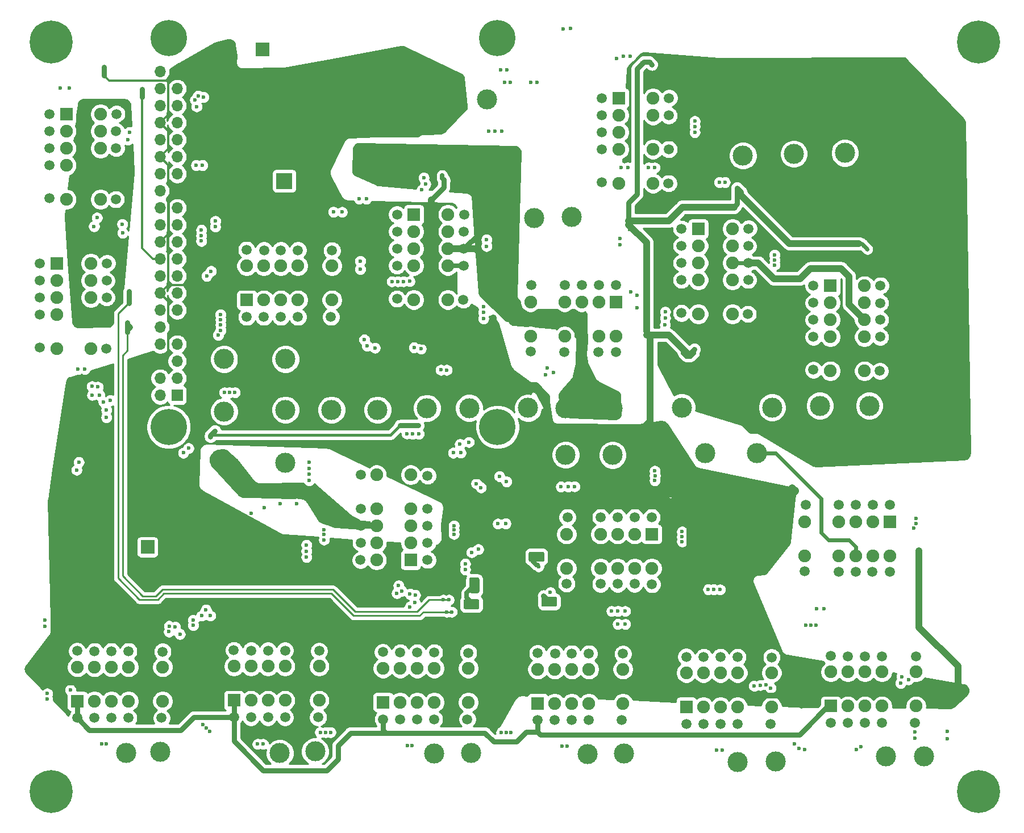
<source format=gbr>
%TF.GenerationSoftware,KiCad,Pcbnew,5.1.6-c6e7f7d~86~ubuntu18.04.1*%
%TF.CreationDate,2020-05-28T18:17:00-07:00*%
%TF.ProjectId,Cal_Station,43616c5f-5374-4617-9469-6f6e2e6b6963,rev?*%
%TF.SameCoordinates,Original*%
%TF.FileFunction,Copper,L4,Bot*%
%TF.FilePolarity,Positive*%
%FSLAX46Y46*%
G04 Gerber Fmt 4.6, Leading zero omitted, Abs format (unit mm)*
G04 Created by KiCad (PCBNEW 5.1.6-c6e7f7d~86~ubuntu18.04.1) date 2020-05-28 18:17:00*
%MOMM*%
%LPD*%
G01*
G04 APERTURE LIST*
%TA.AperFunction,Conductor*%
%ADD10R,1.900000X2.500000*%
%TD*%
%TA.AperFunction,ViaPad*%
%ADD11C,0.500000*%
%TD*%
%TA.AperFunction,ComponentPad*%
%ADD12C,1.500000*%
%TD*%
%TA.AperFunction,ComponentPad*%
%ADD13C,1.900000*%
%TD*%
%TA.AperFunction,ComponentPad*%
%ADD14R,1.900000X1.900000*%
%TD*%
%TA.AperFunction,ComponentPad*%
%ADD15C,3.000000*%
%TD*%
%TA.AperFunction,ComponentPad*%
%ADD16C,0.800000*%
%TD*%
%TA.AperFunction,ComponentPad*%
%ADD17C,6.400000*%
%TD*%
%TA.AperFunction,ComponentPad*%
%ADD18C,5.400000*%
%TD*%
%TA.AperFunction,ComponentPad*%
%ADD19O,1.700000X1.700000*%
%TD*%
%TA.AperFunction,ComponentPad*%
%ADD20R,1.700000X1.700000*%
%TD*%
%TA.AperFunction,ComponentPad*%
%ADD21C,2.000000*%
%TD*%
%TA.AperFunction,ComponentPad*%
%ADD22R,2.000000X2.000000*%
%TD*%
%TA.AperFunction,ComponentPad*%
%ADD23C,2.400000*%
%TD*%
%TA.AperFunction,ComponentPad*%
%ADD24R,2.400000X2.400000*%
%TD*%
%TA.AperFunction,ViaPad*%
%ADD25C,0.600000*%
%TD*%
%TA.AperFunction,Conductor*%
%ADD26C,0.650000*%
%TD*%
%TA.AperFunction,Conductor*%
%ADD27C,0.750000*%
%TD*%
%TA.AperFunction,Conductor*%
%ADD28C,1.000000*%
%TD*%
%TA.AperFunction,Conductor*%
%ADD29C,0.600000*%
%TD*%
%TA.AperFunction,Conductor*%
%ADD30C,0.350000*%
%TD*%
%TA.AperFunction,Conductor*%
%ADD31C,0.850000*%
%TD*%
%TA.AperFunction,Conductor*%
%ADD32C,0.250000*%
%TD*%
%TA.AperFunction,Conductor*%
%ADD33C,0.450000*%
%TD*%
%TA.AperFunction,Conductor*%
%ADD34C,0.254000*%
%TD*%
G04 APERTURE END LIST*
D10*
%TO.N,PI_GND*%
%TO.C,U1*%
X70906000Y-106862000D03*
D11*
X70206000Y-105862000D03*
X71606000Y-105862000D03*
X70206000Y-106862000D03*
X71606000Y-106862000D03*
X70206000Y-107862000D03*
X71606000Y-107862000D03*
%TD*%
D12*
%TO.P,K17,4*%
%TO.N,Vref_OUT*%
X42980000Y-70820000D03*
%TO.P,K17,9*%
%TO.N,PI_GND*%
X52930000Y-70815000D03*
D13*
X50580000Y-70820000D03*
%TO.P,K17,4*%
%TO.N,Vref_OUT*%
X45500000Y-70820000D03*
%TO.P,K17,8*%
%TO.N,Net-(K17-Pad8)*%
X50580000Y-68280000D03*
%TO.P,K17,7*%
%TO.N,K17_SET*%
X50580000Y-65740000D03*
%TO.P,K17,10*%
%TO.N,/34401_A/GNDA*%
X50580000Y-73360000D03*
%TO.P,K17,6*%
%TO.N,CAL_RESET*%
X45500000Y-78440000D03*
D14*
%TO.P,K17,1*%
%TO.N,PI_+5V*%
X45500000Y-65740000D03*
D13*
%TO.P,K17,12*%
X50580000Y-78440000D03*
%TO.P,K17,3*%
%TO.N,Net-(K17-Pad3)*%
X45500000Y-68280000D03*
%TO.P,K17,5*%
%TO.N,DAC_AUX_BUF*%
X45500000Y-73360000D03*
D12*
%TO.P,K17,12*%
%TO.N,PI_+5V*%
X52880000Y-78440000D03*
%TO.P,K17,10*%
%TO.N,/34401_A/GNDA*%
X52930000Y-73365000D03*
%TO.P,K17,8*%
%TO.N,Net-(K17-Pad8)*%
X52930000Y-68315000D03*
%TO.P,K17,7*%
%TO.N,K17_SET*%
X52980000Y-65715000D03*
%TO.P,K17,1*%
%TO.N,PI_+5V*%
X42980000Y-65740000D03*
%TO.P,K17,3*%
%TO.N,Net-(K17-Pad3)*%
X42980000Y-68280000D03*
%TO.P,K17,5*%
%TO.N,DAC_AUX_BUF*%
X42980000Y-73360000D03*
%TO.P,K17,6*%
%TO.N,CAL_RESET*%
X42980000Y-78290000D03*
%TD*%
%TO.P,K16,4*%
%TO.N,Net-(K16-Pad4)*%
X44410000Y-48550000D03*
%TO.P,K16,9*%
X54360000Y-48545000D03*
D13*
X52010000Y-48550000D03*
%TO.P,K16,4*%
X46930000Y-48550000D03*
%TO.P,K16,8*%
%TO.N,Net-(K16-Pad8)*%
X52010000Y-46010000D03*
%TO.P,K16,7*%
%TO.N,K16_SET*%
X52010000Y-43470000D03*
%TO.P,K16,10*%
%TO.N,/34401_A/GNDA*%
X52010000Y-51090000D03*
%TO.P,K16,6*%
%TO.N,CAL_RESET*%
X46930000Y-56170000D03*
D14*
%TO.P,K16,1*%
%TO.N,PI_+5V*%
X46930000Y-43470000D03*
D13*
%TO.P,K16,12*%
X52010000Y-56170000D03*
%TO.P,K16,3*%
%TO.N,Net-(K16-Pad3)*%
X46930000Y-46010000D03*
%TO.P,K16,5*%
%TO.N,DAC_AUX_BUF*%
X46930000Y-51090000D03*
D12*
%TO.P,K16,12*%
%TO.N,PI_+5V*%
X54310000Y-56170000D03*
%TO.P,K16,10*%
%TO.N,/34401_A/GNDA*%
X54360000Y-51095000D03*
%TO.P,K16,8*%
%TO.N,Net-(K16-Pad8)*%
X54360000Y-46045000D03*
%TO.P,K16,7*%
%TO.N,K16_SET*%
X54410000Y-43445000D03*
%TO.P,K16,1*%
%TO.N,PI_+5V*%
X44410000Y-43470000D03*
%TO.P,K16,3*%
%TO.N,Net-(K16-Pad3)*%
X44410000Y-46010000D03*
%TO.P,K16,5*%
%TO.N,DAC_AUX_BUF*%
X44410000Y-51090000D03*
%TO.P,K16,6*%
%TO.N,CAL_RESET*%
X44410000Y-56020000D03*
%TD*%
%TO.P,K15,4*%
%TO.N,/34401_B/VLoad_div8*%
X138574000Y-65652000D03*
%TO.P,K15,9*%
%TO.N,/34401_B/LOAD_RTN*%
X148524000Y-65647000D03*
D13*
X146174000Y-65652000D03*
%TO.P,K15,4*%
%TO.N,/34401_B/VLoad_div8*%
X141094000Y-65652000D03*
%TO.P,K15,8*%
%TO.N,Net-(K15-Pad8)*%
X146174000Y-63112000D03*
%TO.P,K15,7*%
%TO.N,K15_SET*%
X146174000Y-60572000D03*
%TO.P,K15,10*%
%TO.N,/34401_B/34401B_RTN*%
X146174000Y-68192000D03*
%TO.P,K15,6*%
%TO.N,K15_RESET*%
X141094000Y-73272000D03*
D14*
%TO.P,K15,1*%
%TO.N,+5V*%
X141094000Y-60572000D03*
D13*
%TO.P,K15,12*%
X146174000Y-73272000D03*
%TO.P,K15,3*%
%TO.N,Net-(K15-Pad3)*%
X141094000Y-63112000D03*
%TO.P,K15,5*%
%TO.N,/34401_B/34401B_V+*%
X141094000Y-68192000D03*
D12*
%TO.P,K15,12*%
%TO.N,+5V*%
X148474000Y-73272000D03*
%TO.P,K15,10*%
%TO.N,/34401_B/34401B_RTN*%
X148524000Y-68197000D03*
%TO.P,K15,8*%
%TO.N,Net-(K15-Pad8)*%
X148524000Y-63147000D03*
%TO.P,K15,7*%
%TO.N,K15_SET*%
X148574000Y-60547000D03*
%TO.P,K15,1*%
%TO.N,+5V*%
X138574000Y-60572000D03*
%TO.P,K15,3*%
%TO.N,Net-(K15-Pad3)*%
X138574000Y-63112000D03*
%TO.P,K15,5*%
%TO.N,/34401_B/34401B_V+*%
X138574000Y-68192000D03*
%TO.P,K15,6*%
%TO.N,K15_RESET*%
X138574000Y-73122000D03*
%TD*%
%TO.P,K14,4*%
%TO.N,/34401_B/REF100+*%
X164544000Y-101742000D03*
%TO.P,K14,9*%
%TO.N,/34401_B/REF100_RTN*%
X164549000Y-111692000D03*
D13*
X164544000Y-109342000D03*
%TO.P,K14,4*%
%TO.N,/34401_B/REF100+*%
X164544000Y-104262000D03*
%TO.P,K14,8*%
%TO.N,Net-(K14-Pad8)*%
X167084000Y-109342000D03*
%TO.P,K14,7*%
%TO.N,K14_SET*%
X169624000Y-109342000D03*
%TO.P,K14,10*%
%TO.N,/34401_B/34401B_RTN*%
X162004000Y-109342000D03*
%TO.P,K14,6*%
%TO.N,K14_RESET*%
X156924000Y-104262000D03*
D14*
%TO.P,K14,1*%
%TO.N,+5V*%
X169624000Y-104262000D03*
D13*
%TO.P,K14,12*%
X156924000Y-109342000D03*
%TO.P,K14,3*%
%TO.N,Net-(K14-Pad3)*%
X167084000Y-104262000D03*
%TO.P,K14,5*%
%TO.N,/34401_B/34401B_I+*%
X162004000Y-104262000D03*
D12*
%TO.P,K14,12*%
%TO.N,+5V*%
X156924000Y-111642000D03*
%TO.P,K14,10*%
%TO.N,/34401_B/34401B_RTN*%
X161999000Y-111692000D03*
%TO.P,K14,8*%
%TO.N,Net-(K14-Pad8)*%
X167049000Y-111692000D03*
%TO.P,K14,7*%
%TO.N,K14_SET*%
X169649000Y-111742000D03*
%TO.P,K14,1*%
%TO.N,+5V*%
X169624000Y-101742000D03*
%TO.P,K14,3*%
%TO.N,Net-(K14-Pad3)*%
X167084000Y-101742000D03*
%TO.P,K14,5*%
%TO.N,/34401_B/34401B_I+*%
X162004000Y-101742000D03*
%TO.P,K14,6*%
%TO.N,K14_RESET*%
X157074000Y-101742000D03*
%TD*%
%TO.P,K13,4*%
%TO.N,/34401_B/CoolerV*%
X126740000Y-46170000D03*
%TO.P,K13,9*%
%TO.N,/34401_B/GND*%
X136690000Y-46165000D03*
D13*
X134340000Y-46170000D03*
%TO.P,K13,4*%
%TO.N,/34401_B/CoolerV*%
X129260000Y-46170000D03*
%TO.P,K13,8*%
%TO.N,Net-(K13-Pad8)*%
X134340000Y-43630000D03*
%TO.P,K13,7*%
%TO.N,K13_SET*%
X134340000Y-41090000D03*
%TO.P,K13,10*%
%TO.N,/34401_B/34401B_RTN*%
X134340000Y-48710000D03*
%TO.P,K13,6*%
%TO.N,K13_RESET*%
X129260000Y-53790000D03*
D14*
%TO.P,K13,1*%
%TO.N,+5V*%
X129260000Y-41090000D03*
D13*
%TO.P,K13,12*%
X134340000Y-53790000D03*
%TO.P,K13,3*%
%TO.N,Net-(K13-Pad3)*%
X129260000Y-43630000D03*
%TO.P,K13,5*%
%TO.N,/34401_B/34401B_V+*%
X129260000Y-48710000D03*
D12*
%TO.P,K13,12*%
%TO.N,+5V*%
X136640000Y-53790000D03*
%TO.P,K13,10*%
%TO.N,/34401_B/34401B_RTN*%
X136690000Y-48715000D03*
%TO.P,K13,8*%
%TO.N,Net-(K13-Pad8)*%
X136690000Y-43665000D03*
%TO.P,K13,7*%
%TO.N,K13_SET*%
X136740000Y-41065000D03*
%TO.P,K13,1*%
%TO.N,+5V*%
X126740000Y-41090000D03*
%TO.P,K13,3*%
%TO.N,Net-(K13-Pad3)*%
X126740000Y-43630000D03*
%TO.P,K13,5*%
%TO.N,/34401_B/34401B_V+*%
X126740000Y-48710000D03*
%TO.P,K13,6*%
%TO.N,K13_RESET*%
X126740000Y-53640000D03*
%TD*%
%TO.P,K12,4*%
%TO.N,/34401_B/I_LOAD*%
X158240000Y-74140000D03*
%TO.P,K12,9*%
%TO.N,/34401_B/LOAD_RTN*%
X168190000Y-74135000D03*
D13*
X165840000Y-74140000D03*
%TO.P,K12,4*%
%TO.N,/34401_B/I_LOAD*%
X160760000Y-74140000D03*
%TO.P,K12,8*%
%TO.N,Net-(K12-Pad8)*%
X165840000Y-71600000D03*
%TO.P,K12,7*%
%TO.N,K12_SET*%
X165840000Y-69060000D03*
%TO.P,K12,10*%
%TO.N,/34401_B/34401B_RTN*%
X165840000Y-76680000D03*
%TO.P,K12,6*%
%TO.N,K12_RESET*%
X160760000Y-81760000D03*
D14*
%TO.P,K12,1*%
%TO.N,+5V*%
X160760000Y-69060000D03*
D13*
%TO.P,K12,12*%
X165840000Y-81760000D03*
%TO.P,K12,3*%
%TO.N,Net-(K12-Pad3)*%
X160760000Y-71600000D03*
%TO.P,K12,5*%
%TO.N,/34401_B/34401B_I+*%
X160760000Y-76680000D03*
D12*
%TO.P,K12,12*%
%TO.N,+5V*%
X168140000Y-81760000D03*
%TO.P,K12,10*%
%TO.N,/34401_B/34401B_RTN*%
X168190000Y-76685000D03*
%TO.P,K12,8*%
%TO.N,Net-(K12-Pad8)*%
X168190000Y-71635000D03*
%TO.P,K12,7*%
%TO.N,K12_SET*%
X168240000Y-69035000D03*
%TO.P,K12,1*%
%TO.N,+5V*%
X158240000Y-69060000D03*
%TO.P,K12,3*%
%TO.N,Net-(K12-Pad3)*%
X158240000Y-71600000D03*
%TO.P,K12,5*%
%TO.N,/34401_B/34401B_I+*%
X158240000Y-76680000D03*
%TO.P,K12,6*%
%TO.N,K12_RESET*%
X158240000Y-81610000D03*
%TD*%
%TO.P,K11,4*%
%TO.N,/34401_A/COOLERV_div4*%
X96192000Y-63522000D03*
%TO.P,K11,9*%
%TO.N,/34401_A/GNDA*%
X106142000Y-63517000D03*
D13*
X103792000Y-63522000D03*
%TO.P,K11,4*%
%TO.N,/34401_A/COOLERV_div4*%
X98712000Y-63522000D03*
%TO.P,K11,8*%
%TO.N,Net-(K11-Pad8)*%
X103792000Y-60982000D03*
%TO.P,K11,7*%
%TO.N,K11_SET*%
X103792000Y-58442000D03*
%TO.P,K11,10*%
%TO.N,/34401_A/34401A_RTN*%
X103792000Y-66062000D03*
%TO.P,K11,6*%
%TO.N,K11_RESET*%
X98712000Y-71142000D03*
D14*
%TO.P,K11,1*%
%TO.N,+5V*%
X98712000Y-58442000D03*
D13*
%TO.P,K11,12*%
X103792000Y-71142000D03*
%TO.P,K11,3*%
%TO.N,Net-(K11-Pad3)*%
X98712000Y-60982000D03*
%TO.P,K11,5*%
%TO.N,/34401_A/34401A_V+*%
X98712000Y-66062000D03*
D12*
%TO.P,K11,12*%
%TO.N,+5V*%
X106092000Y-71142000D03*
%TO.P,K11,10*%
%TO.N,/34401_A/34401A_RTN*%
X106142000Y-66067000D03*
%TO.P,K11,8*%
%TO.N,Net-(K11-Pad8)*%
X106142000Y-61017000D03*
%TO.P,K11,7*%
%TO.N,K11_SET*%
X106192000Y-58417000D03*
%TO.P,K11,1*%
%TO.N,+5V*%
X96192000Y-58442000D03*
%TO.P,K11,3*%
%TO.N,Net-(K11-Pad3)*%
X96192000Y-60982000D03*
%TO.P,K11,5*%
%TO.N,/34401_A/34401A_V+*%
X96192000Y-66062000D03*
%TO.P,K11,6*%
%TO.N,K11_RESET*%
X96192000Y-70992000D03*
%TD*%
%TO.P,K10,4*%
%TO.N,DAC_AUX_BUF*%
X123710000Y-68960000D03*
%TO.P,K10,9*%
%TO.N,/34401_A/GNDA*%
X123715000Y-78910000D03*
D13*
X123710000Y-76560000D03*
%TO.P,K10,4*%
%TO.N,DAC_AUX_BUF*%
X123710000Y-71480000D03*
%TO.P,K10,8*%
%TO.N,Net-(K10-Pad8)*%
X126250000Y-76560000D03*
%TO.P,K10,7*%
%TO.N,K10_SET*%
X128790000Y-76560000D03*
%TO.P,K10,10*%
%TO.N,/34401_A/34401A_RTN*%
X121170000Y-76560000D03*
%TO.P,K10,6*%
%TO.N,K10_RESET*%
X116090000Y-71480000D03*
D14*
%TO.P,K10,1*%
%TO.N,+5V*%
X128790000Y-71480000D03*
D13*
%TO.P,K10,12*%
X116090000Y-76560000D03*
%TO.P,K10,3*%
%TO.N,Net-(K10-Pad3)*%
X126250000Y-71480000D03*
%TO.P,K10,5*%
%TO.N,/34401_A/34401A_V+*%
X121170000Y-71480000D03*
D12*
%TO.P,K10,12*%
%TO.N,+5V*%
X116090000Y-78860000D03*
%TO.P,K10,10*%
%TO.N,/34401_A/34401A_RTN*%
X121165000Y-78910000D03*
%TO.P,K10,8*%
%TO.N,Net-(K10-Pad8)*%
X126215000Y-78910000D03*
%TO.P,K10,7*%
%TO.N,K10_SET*%
X128815000Y-78960000D03*
%TO.P,K10,1*%
%TO.N,+5V*%
X128790000Y-68960000D03*
%TO.P,K10,3*%
%TO.N,Net-(K10-Pad3)*%
X126250000Y-68960000D03*
%TO.P,K10,5*%
%TO.N,/34401_A/34401A_V+*%
X121170000Y-68960000D03*
%TO.P,K10,6*%
%TO.N,K10_RESET*%
X116240000Y-68960000D03*
%TD*%
%TO.P,K9,4*%
%TO.N,/34401_A/2V5_filt*%
X129078000Y-103578000D03*
%TO.P,K9,9*%
%TO.N,/34401_A/GNDA*%
X129083000Y-113528000D03*
D13*
X129078000Y-111178000D03*
%TO.P,K9,4*%
%TO.N,/34401_A/2V5_filt*%
X129078000Y-106098000D03*
%TO.P,K9,8*%
%TO.N,Net-(K9-Pad8)*%
X131618000Y-111178000D03*
%TO.P,K9,7*%
%TO.N,K9_SET*%
X134158000Y-111178000D03*
%TO.P,K9,10*%
%TO.N,/34401_A/34401A_RTN*%
X126538000Y-111178000D03*
%TO.P,K9,6*%
%TO.N,K9_RESET*%
X121458000Y-106098000D03*
D14*
%TO.P,K9,1*%
%TO.N,+5V*%
X134158000Y-106098000D03*
D13*
%TO.P,K9,12*%
X121458000Y-111178000D03*
%TO.P,K9,3*%
%TO.N,Net-(K9-Pad3)*%
X131618000Y-106098000D03*
%TO.P,K9,5*%
%TO.N,/34401_A/34401A_V+*%
X126538000Y-106098000D03*
D12*
%TO.P,K9,12*%
%TO.N,+5V*%
X121458000Y-113478000D03*
%TO.P,K9,10*%
%TO.N,/34401_A/34401A_RTN*%
X126533000Y-113528000D03*
%TO.P,K9,8*%
%TO.N,Net-(K9-Pad8)*%
X131583000Y-113528000D03*
%TO.P,K9,7*%
%TO.N,K9_SET*%
X134183000Y-113578000D03*
%TO.P,K9,1*%
%TO.N,+5V*%
X134158000Y-103578000D03*
%TO.P,K9,3*%
%TO.N,Net-(K9-Pad3)*%
X131618000Y-103578000D03*
%TO.P,K9,5*%
%TO.N,/34401_A/34401A_V+*%
X126538000Y-103578000D03*
%TO.P,K9,6*%
%TO.N,K9_RESET*%
X121608000Y-103578000D03*
%TD*%
%TO.P,K8,4*%
%TO.N,/34401_A/LOAD+*%
X78890000Y-73704360D03*
%TO.P,K8,9*%
%TO.N,/34401_A/LOAD_RTN*%
X78885000Y-63754360D03*
D13*
X78890000Y-66104360D03*
%TO.P,K8,4*%
%TO.N,/34401_A/LOAD+*%
X78890000Y-71184360D03*
%TO.P,K8,8*%
%TO.N,Net-(K8-Pad8)*%
X76350000Y-66104360D03*
%TO.P,K8,7*%
%TO.N,K8_SET*%
X73810000Y-66104360D03*
%TO.P,K8,10*%
%TO.N,/34401_A/34401A_RTN*%
X81430000Y-66104360D03*
%TO.P,K8,6*%
%TO.N,K8_RESET*%
X86510000Y-71184360D03*
D14*
%TO.P,K8,1*%
%TO.N,+5V*%
X73810000Y-71184360D03*
D13*
%TO.P,K8,12*%
X86510000Y-66104360D03*
%TO.P,K8,3*%
%TO.N,Net-(K8-Pad3)*%
X76350000Y-71184360D03*
%TO.P,K8,5*%
%TO.N,/34401_A/34401A_V+*%
X81430000Y-71184360D03*
D12*
%TO.P,K8,12*%
%TO.N,+5V*%
X86510000Y-63804360D03*
%TO.P,K8,10*%
%TO.N,/34401_A/34401A_RTN*%
X81435000Y-63754360D03*
%TO.P,K8,8*%
%TO.N,Net-(K8-Pad8)*%
X76385000Y-63754360D03*
%TO.P,K8,7*%
%TO.N,K8_SET*%
X73785000Y-63704360D03*
%TO.P,K8,1*%
%TO.N,+5V*%
X73810000Y-73704360D03*
%TO.P,K8,3*%
%TO.N,Net-(K8-Pad3)*%
X76350000Y-73704360D03*
%TO.P,K8,5*%
%TO.N,/34401_A/34401A_V+*%
X81430000Y-73704360D03*
%TO.P,K8,6*%
%TO.N,K8_RESET*%
X86360000Y-73704360D03*
%TD*%
%TO.P,K7,4*%
%TO.N,/Resistor_Array/RES_RTN*%
X165910000Y-134250000D03*
%TO.P,K7,9*%
%TO.N,/Resistor_Array/RES_IN*%
X165905000Y-124300000D03*
D13*
X165910000Y-126650000D03*
%TO.P,K7,4*%
%TO.N,/Resistor_Array/RES_RTN*%
X165910000Y-131730000D03*
%TO.P,K7,8*%
%TO.N,Net-(K7-Pad8)*%
X163370000Y-126650000D03*
%TO.P,K7,7*%
%TO.N,K7_SET*%
X160830000Y-126650000D03*
%TO.P,K7,10*%
%TO.N,Net-(K7-Pad10)*%
X168450000Y-126650000D03*
%TO.P,K7,6*%
%TO.N,K7_RESET*%
X173530000Y-131730000D03*
D14*
%TO.P,K7,1*%
%TO.N,+5V*%
X160830000Y-131730000D03*
D13*
%TO.P,K7,12*%
X173530000Y-126650000D03*
%TO.P,K7,3*%
%TO.N,Net-(K7-Pad3)*%
X163370000Y-131730000D03*
%TO.P,K7,5*%
%TO.N,Net-(K7-Pad5)*%
X168450000Y-131730000D03*
D12*
%TO.P,K7,12*%
%TO.N,+5V*%
X173530000Y-124350000D03*
%TO.P,K7,10*%
%TO.N,Net-(K7-Pad10)*%
X168455000Y-124300000D03*
%TO.P,K7,8*%
%TO.N,Net-(K7-Pad8)*%
X163405000Y-124300000D03*
%TO.P,K7,7*%
%TO.N,K7_SET*%
X160805000Y-124250000D03*
%TO.P,K7,1*%
%TO.N,+5V*%
X160830000Y-134250000D03*
%TO.P,K7,3*%
%TO.N,Net-(K7-Pad3)*%
X163370000Y-134250000D03*
%TO.P,K7,5*%
%TO.N,Net-(K7-Pad5)*%
X168450000Y-134250000D03*
%TO.P,K7,6*%
%TO.N,K7_RESET*%
X173380000Y-134250000D03*
%TD*%
%TO.P,K6,4*%
%TO.N,/Resistor_Array/RES_RTN*%
X53650000Y-133512000D03*
%TO.P,K6,9*%
%TO.N,/Resistor_Array/RES_IN*%
X53645000Y-123562000D03*
D13*
X53650000Y-125912000D03*
%TO.P,K6,4*%
%TO.N,/Resistor_Array/RES_RTN*%
X53650000Y-130992000D03*
%TO.P,K6,8*%
%TO.N,Net-(K6-Pad8)*%
X51110000Y-125912000D03*
%TO.P,K6,7*%
%TO.N,K6_SET*%
X48570000Y-125912000D03*
%TO.P,K6,10*%
%TO.N,Net-(K6-Pad10)*%
X56190000Y-125912000D03*
%TO.P,K6,6*%
%TO.N,K6_RESET*%
X61270000Y-130992000D03*
D14*
%TO.P,K6,1*%
%TO.N,+5V*%
X48570000Y-130992000D03*
D13*
%TO.P,K6,12*%
X61270000Y-125912000D03*
%TO.P,K6,3*%
%TO.N,Net-(K6-Pad3)*%
X51110000Y-130992000D03*
%TO.P,K6,5*%
%TO.N,Net-(K6-Pad5)*%
X56190000Y-130992000D03*
D12*
%TO.P,K6,12*%
%TO.N,+5V*%
X61270000Y-123612000D03*
%TO.P,K6,10*%
%TO.N,Net-(K6-Pad10)*%
X56195000Y-123562000D03*
%TO.P,K6,8*%
%TO.N,Net-(K6-Pad8)*%
X51145000Y-123562000D03*
%TO.P,K6,7*%
%TO.N,K6_SET*%
X48545000Y-123512000D03*
%TO.P,K6,1*%
%TO.N,+5V*%
X48570000Y-133512000D03*
%TO.P,K6,3*%
%TO.N,Net-(K6-Pad3)*%
X51110000Y-133512000D03*
%TO.P,K6,5*%
%TO.N,Net-(K6-Pad5)*%
X56190000Y-133512000D03*
%TO.P,K6,6*%
%TO.N,K6_RESET*%
X61120000Y-133512000D03*
%TD*%
%TO.P,K5,4*%
%TO.N,/Resistor_Array/RES_RTN*%
X76980000Y-133400000D03*
%TO.P,K5,9*%
%TO.N,/Resistor_Array/RES_IN*%
X76975000Y-123450000D03*
D13*
X76980000Y-125800000D03*
%TO.P,K5,4*%
%TO.N,/Resistor_Array/RES_RTN*%
X76980000Y-130880000D03*
%TO.P,K5,8*%
%TO.N,Net-(K5-Pad8)*%
X74440000Y-125800000D03*
%TO.P,K5,7*%
%TO.N,K5_SET*%
X71900000Y-125800000D03*
%TO.P,K5,10*%
%TO.N,Net-(K5-Pad10)*%
X79520000Y-125800000D03*
%TO.P,K5,6*%
%TO.N,K5_RESET*%
X84600000Y-130880000D03*
D14*
%TO.P,K5,1*%
%TO.N,+5V*%
X71900000Y-130880000D03*
D13*
%TO.P,K5,12*%
X84600000Y-125800000D03*
%TO.P,K5,3*%
%TO.N,Net-(K5-Pad3)*%
X74440000Y-130880000D03*
%TO.P,K5,5*%
%TO.N,Net-(K5-Pad5)*%
X79520000Y-130880000D03*
D12*
%TO.P,K5,12*%
%TO.N,+5V*%
X84600000Y-123500000D03*
%TO.P,K5,10*%
%TO.N,Net-(K5-Pad10)*%
X79525000Y-123450000D03*
%TO.P,K5,8*%
%TO.N,Net-(K5-Pad8)*%
X74475000Y-123450000D03*
%TO.P,K5,7*%
%TO.N,K5_SET*%
X71875000Y-123400000D03*
%TO.P,K5,1*%
%TO.N,+5V*%
X71900000Y-133400000D03*
%TO.P,K5,3*%
%TO.N,Net-(K5-Pad3)*%
X74440000Y-133400000D03*
%TO.P,K5,5*%
%TO.N,Net-(K5-Pad5)*%
X79520000Y-133400000D03*
%TO.P,K5,6*%
%TO.N,K5_RESET*%
X84450000Y-133400000D03*
%TD*%
%TO.P,K4,4*%
%TO.N,/Resistor_Array/RES_RTN*%
X99200000Y-133688000D03*
%TO.P,K4,9*%
%TO.N,/Resistor_Array/RES_IN*%
X99195000Y-123738000D03*
D13*
X99200000Y-126088000D03*
%TO.P,K4,4*%
%TO.N,/Resistor_Array/RES_RTN*%
X99200000Y-131168000D03*
%TO.P,K4,8*%
%TO.N,Net-(K4-Pad8)*%
X96660000Y-126088000D03*
%TO.P,K4,7*%
%TO.N,K4_SET*%
X94120000Y-126088000D03*
%TO.P,K4,10*%
%TO.N,Net-(K4-Pad10)*%
X101740000Y-126088000D03*
%TO.P,K4,6*%
%TO.N,K4_RESET*%
X106820000Y-131168000D03*
D14*
%TO.P,K4,1*%
%TO.N,+5V*%
X94120000Y-131168000D03*
D13*
%TO.P,K4,12*%
X106820000Y-126088000D03*
%TO.P,K4,3*%
%TO.N,Net-(K4-Pad3)*%
X96660000Y-131168000D03*
%TO.P,K4,5*%
%TO.N,Net-(K4-Pad5)*%
X101740000Y-131168000D03*
D12*
%TO.P,K4,12*%
%TO.N,+5V*%
X106820000Y-123788000D03*
%TO.P,K4,10*%
%TO.N,Net-(K4-Pad10)*%
X101745000Y-123738000D03*
%TO.P,K4,8*%
%TO.N,Net-(K4-Pad8)*%
X96695000Y-123738000D03*
%TO.P,K4,7*%
%TO.N,K4_SET*%
X94095000Y-123688000D03*
%TO.P,K4,1*%
%TO.N,+5V*%
X94120000Y-133688000D03*
%TO.P,K4,3*%
%TO.N,Net-(K4-Pad3)*%
X96660000Y-133688000D03*
%TO.P,K4,5*%
%TO.N,Net-(K4-Pad5)*%
X101740000Y-133688000D03*
%TO.P,K4,6*%
%TO.N,K4_RESET*%
X106670000Y-133688000D03*
%TD*%
%TO.P,K3,4*%
%TO.N,/Resistor_Array/RES_RTN*%
X122240000Y-133844000D03*
%TO.P,K3,9*%
%TO.N,/Resistor_Array/RES_IN*%
X122235000Y-123894000D03*
D13*
X122240000Y-126244000D03*
%TO.P,K3,4*%
%TO.N,/Resistor_Array/RES_RTN*%
X122240000Y-131324000D03*
%TO.P,K3,8*%
%TO.N,Net-(K3-Pad8)*%
X119700000Y-126244000D03*
%TO.P,K3,7*%
%TO.N,K3_SET*%
X117160000Y-126244000D03*
%TO.P,K3,10*%
%TO.N,Net-(K3-Pad10)*%
X124780000Y-126244000D03*
%TO.P,K3,6*%
%TO.N,K3_RESET*%
X129860000Y-131324000D03*
D14*
%TO.P,K3,1*%
%TO.N,+5V*%
X117160000Y-131324000D03*
D13*
%TO.P,K3,12*%
X129860000Y-126244000D03*
%TO.P,K3,3*%
%TO.N,Net-(K3-Pad3)*%
X119700000Y-131324000D03*
%TO.P,K3,5*%
%TO.N,Net-(K3-Pad5)*%
X124780000Y-131324000D03*
D12*
%TO.P,K3,12*%
%TO.N,+5V*%
X129860000Y-123944000D03*
%TO.P,K3,10*%
%TO.N,Net-(K3-Pad10)*%
X124785000Y-123894000D03*
%TO.P,K3,8*%
%TO.N,Net-(K3-Pad8)*%
X119735000Y-123894000D03*
%TO.P,K3,7*%
%TO.N,K3_SET*%
X117135000Y-123844000D03*
%TO.P,K3,1*%
%TO.N,+5V*%
X117160000Y-133844000D03*
%TO.P,K3,3*%
%TO.N,Net-(K3-Pad3)*%
X119700000Y-133844000D03*
%TO.P,K3,5*%
%TO.N,Net-(K3-Pad5)*%
X124780000Y-133844000D03*
%TO.P,K3,6*%
%TO.N,K3_RESET*%
X129710000Y-133844000D03*
%TD*%
%TO.P,K2,4*%
%TO.N,/Resistor_Array/RES_RTN*%
X144396000Y-134372000D03*
%TO.P,K2,9*%
%TO.N,/Resistor_Array/RES_IN*%
X144391000Y-124422000D03*
D13*
X144396000Y-126772000D03*
%TO.P,K2,4*%
%TO.N,/Resistor_Array/RES_RTN*%
X144396000Y-131852000D03*
%TO.P,K2,8*%
%TO.N,Net-(K2-Pad8)*%
X141856000Y-126772000D03*
%TO.P,K2,7*%
%TO.N,K2_SET*%
X139316000Y-126772000D03*
%TO.P,K2,10*%
%TO.N,Net-(K2-Pad10)*%
X146936000Y-126772000D03*
%TO.P,K2,6*%
%TO.N,K2_RESET*%
X152016000Y-131852000D03*
D14*
%TO.P,K2,1*%
%TO.N,+5V*%
X139316000Y-131852000D03*
D13*
%TO.P,K2,12*%
X152016000Y-126772000D03*
%TO.P,K2,3*%
%TO.N,Net-(K2-Pad3)*%
X141856000Y-131852000D03*
%TO.P,K2,5*%
%TO.N,Net-(K2-Pad5)*%
X146936000Y-131852000D03*
D12*
%TO.P,K2,12*%
%TO.N,+5V*%
X152016000Y-124472000D03*
%TO.P,K2,10*%
%TO.N,Net-(K2-Pad10)*%
X146941000Y-124422000D03*
%TO.P,K2,8*%
%TO.N,Net-(K2-Pad8)*%
X141891000Y-124422000D03*
%TO.P,K2,7*%
%TO.N,K2_SET*%
X139291000Y-124372000D03*
%TO.P,K2,1*%
%TO.N,+5V*%
X139316000Y-134372000D03*
%TO.P,K2,3*%
%TO.N,Net-(K2-Pad3)*%
X141856000Y-134372000D03*
%TO.P,K2,5*%
%TO.N,Net-(K2-Pad5)*%
X146936000Y-134372000D03*
%TO.P,K2,6*%
%TO.N,K2_RESET*%
X151866000Y-134372000D03*
%TD*%
%TO.P,K1,4*%
%TO.N,/PWR_IN*%
X100752360Y-104864000D03*
%TO.P,K1,9*%
%TO.N,/PWR_RTN*%
X90802360Y-104869000D03*
D13*
X93152360Y-104864000D03*
%TO.P,K1,4*%
%TO.N,/PWR_IN*%
X98232360Y-104864000D03*
%TO.P,K1,8*%
%TO.N,/Resistor_Array/RES_RTN*%
X93152360Y-107404000D03*
%TO.P,K1,7*%
%TO.N,K1_SET*%
X93152360Y-109944000D03*
%TO.P,K1,10*%
%TO.N,Net-(J5-Pad1)*%
X93152360Y-102324000D03*
%TO.P,K1,6*%
%TO.N,K1_RESET*%
X98232360Y-97244000D03*
D14*
%TO.P,K1,1*%
%TO.N,+5V*%
X98232360Y-109944000D03*
D13*
%TO.P,K1,12*%
X93152360Y-97244000D03*
%TO.P,K1,3*%
%TO.N,/Resistor_Array/RES_IN*%
X98232360Y-107404000D03*
%TO.P,K1,5*%
%TO.N,Net-(J7-Pad1)*%
X98232360Y-102324000D03*
D12*
%TO.P,K1,12*%
%TO.N,+5V*%
X90852360Y-97244000D03*
%TO.P,K1,10*%
%TO.N,Net-(J5-Pad1)*%
X90802360Y-102319000D03*
%TO.P,K1,8*%
%TO.N,/Resistor_Array/RES_RTN*%
X90802360Y-107369000D03*
%TO.P,K1,7*%
%TO.N,K1_SET*%
X90752360Y-109969000D03*
%TO.P,K1,1*%
%TO.N,+5V*%
X100752360Y-109944000D03*
%TO.P,K1,3*%
%TO.N,/Resistor_Array/RES_IN*%
X100752360Y-107404000D03*
%TO.P,K1,5*%
%TO.N,Net-(J7-Pad1)*%
X100752360Y-102324000D03*
%TO.P,K1,6*%
%TO.N,K1_RESET*%
X100752360Y-97394000D03*
%TD*%
D15*
%TO.P,TP18,1*%
%TO.N,+6V*%
X109610000Y-41240000D03*
%TD*%
%TO.P,TP17,1*%
%TO.N,PI_GND*%
X104560000Y-41240000D03*
%TD*%
%TO.P,C65,2*%
%TO.N,PI_GND*%
%TA.AperFunction,SMDPad,CuDef*%
G36*
G01*
X116055000Y-111975000D02*
X117905000Y-111975000D01*
G75*
G02*
X118155000Y-112225000I0J-250000D01*
G01*
X118155000Y-113225000D01*
G75*
G02*
X117905000Y-113475000I-250000J0D01*
G01*
X116055000Y-113475000D01*
G75*
G02*
X115805000Y-113225000I0J250000D01*
G01*
X115805000Y-112225000D01*
G75*
G02*
X116055000Y-111975000I250000J0D01*
G01*
G37*
%TD.AperFunction*%
%TO.P,C65,1*%
%TO.N,Vref_OUT*%
%TA.AperFunction,SMDPad,CuDef*%
G36*
G01*
X116055000Y-108725000D02*
X117905000Y-108725000D01*
G75*
G02*
X118155000Y-108975000I0J-250000D01*
G01*
X118155000Y-109975000D01*
G75*
G02*
X117905000Y-110225000I-250000J0D01*
G01*
X116055000Y-110225000D01*
G75*
G02*
X115805000Y-109975000I0J250000D01*
G01*
X115805000Y-108975000D01*
G75*
G02*
X116055000Y-108725000I250000J0D01*
G01*
G37*
%TD.AperFunction*%
%TD*%
%TO.P,C62,2*%
%TO.N,PI_GND*%
%TA.AperFunction,SMDPad,CuDef*%
G36*
G01*
X106365000Y-119045000D02*
X108215000Y-119045000D01*
G75*
G02*
X108465000Y-119295000I0J-250000D01*
G01*
X108465000Y-120295000D01*
G75*
G02*
X108215000Y-120545000I-250000J0D01*
G01*
X106365000Y-120545000D01*
G75*
G02*
X106115000Y-120295000I0J250000D01*
G01*
X106115000Y-119295000D01*
G75*
G02*
X106365000Y-119045000I250000J0D01*
G01*
G37*
%TD.AperFunction*%
%TO.P,C62,1*%
%TO.N,+5V*%
%TA.AperFunction,SMDPad,CuDef*%
G36*
G01*
X106365000Y-115795000D02*
X108215000Y-115795000D01*
G75*
G02*
X108465000Y-116045000I0J-250000D01*
G01*
X108465000Y-117045000D01*
G75*
G02*
X108215000Y-117295000I-250000J0D01*
G01*
X106365000Y-117295000D01*
G75*
G02*
X106115000Y-117045000I0J250000D01*
G01*
X106115000Y-116045000D01*
G75*
G02*
X106365000Y-115795000I250000J0D01*
G01*
G37*
%TD.AperFunction*%
%TD*%
%TO.P,C58,2*%
%TO.N,PI_GND*%
%TA.AperFunction,SMDPad,CuDef*%
G36*
G01*
X117945000Y-118655000D02*
X119795000Y-118655000D01*
G75*
G02*
X120045000Y-118905000I0J-250000D01*
G01*
X120045000Y-119905000D01*
G75*
G02*
X119795000Y-120155000I-250000J0D01*
G01*
X117945000Y-120155000D01*
G75*
G02*
X117695000Y-119905000I0J250000D01*
G01*
X117695000Y-118905000D01*
G75*
G02*
X117945000Y-118655000I250000J0D01*
G01*
G37*
%TD.AperFunction*%
%TO.P,C58,1*%
%TO.N,Vref_OUT*%
%TA.AperFunction,SMDPad,CuDef*%
G36*
G01*
X117945000Y-115405000D02*
X119795000Y-115405000D01*
G75*
G02*
X120045000Y-115655000I0J-250000D01*
G01*
X120045000Y-116655000D01*
G75*
G02*
X119795000Y-116905000I-250000J0D01*
G01*
X117945000Y-116905000D01*
G75*
G02*
X117695000Y-116655000I0J250000D01*
G01*
X117695000Y-115655000D01*
G75*
G02*
X117945000Y-115405000I250000J0D01*
G01*
G37*
%TD.AperFunction*%
%TD*%
%TO.P,C47,2*%
%TO.N,PI_GND*%
%TA.AperFunction,SMDPad,CuDef*%
G36*
G01*
X105225000Y-112795000D02*
X105225000Y-114645000D01*
G75*
G02*
X104975000Y-114895000I-250000J0D01*
G01*
X103975000Y-114895000D01*
G75*
G02*
X103725000Y-114645000I0J250000D01*
G01*
X103725000Y-112795000D01*
G75*
G02*
X103975000Y-112545000I250000J0D01*
G01*
X104975000Y-112545000D01*
G75*
G02*
X105225000Y-112795000I0J-250000D01*
G01*
G37*
%TD.AperFunction*%
%TO.P,C47,1*%
%TO.N,+5V*%
%TA.AperFunction,SMDPad,CuDef*%
G36*
G01*
X108475000Y-112795000D02*
X108475000Y-114645000D01*
G75*
G02*
X108225000Y-114895000I-250000J0D01*
G01*
X107225000Y-114895000D01*
G75*
G02*
X106975000Y-114645000I0J250000D01*
G01*
X106975000Y-112795000D01*
G75*
G02*
X107225000Y-112545000I250000J0D01*
G01*
X108225000Y-112545000D01*
G75*
G02*
X108475000Y-112795000I0J-250000D01*
G01*
G37*
%TD.AperFunction*%
%TD*%
D16*
%TO.P,H8,1*%
%TO.N,N/C*%
X46377056Y-30992944D03*
X44680000Y-30290000D03*
X42982944Y-30992944D03*
X42280000Y-32690000D03*
X42982944Y-34387056D03*
X44680000Y-35090000D03*
X46377056Y-34387056D03*
X47080000Y-32690000D03*
D17*
X44680000Y-32690000D03*
%TD*%
D16*
%TO.P,H7,1*%
%TO.N,N/C*%
X184527056Y-30992944D03*
X182830000Y-30290000D03*
X181132944Y-30992944D03*
X180430000Y-32690000D03*
X181132944Y-34387056D03*
X182830000Y-35090000D03*
X184527056Y-34387056D03*
X185230000Y-32690000D03*
D17*
X182830000Y-32690000D03*
%TD*%
D16*
%TO.P,H6,1*%
%TO.N,N/C*%
X46377056Y-142782944D03*
X44680000Y-142080000D03*
X42982944Y-142782944D03*
X42280000Y-144480000D03*
X42982944Y-146177056D03*
X44680000Y-146880000D03*
X46377056Y-146177056D03*
X47080000Y-144480000D03*
D17*
X44680000Y-144480000D03*
%TD*%
D16*
%TO.P,H5,1*%
%TO.N,N/C*%
X184527056Y-142802944D03*
X182830000Y-142100000D03*
X181132944Y-142802944D03*
X180430000Y-144500000D03*
X181132944Y-146197056D03*
X182830000Y-146900000D03*
X184527056Y-146197056D03*
X185230000Y-144500000D03*
D17*
X182830000Y-144500000D03*
%TD*%
D16*
%TO.P,H4,1*%
%TO.N,N/C*%
X112601891Y-30688109D03*
X111170000Y-30095000D03*
X109738109Y-30688109D03*
X109145000Y-32120000D03*
X109738109Y-33551891D03*
X111170000Y-34145000D03*
X112601891Y-33551891D03*
X113195000Y-32120000D03*
D18*
X111170000Y-32120000D03*
%TD*%
D16*
%TO.P,H3,1*%
%TO.N,N/C*%
X63601891Y-88688109D03*
X62170000Y-88095000D03*
X60738109Y-88688109D03*
X60145000Y-90120000D03*
X60738109Y-91551891D03*
X62170000Y-92145000D03*
X63601891Y-91551891D03*
X64195000Y-90120000D03*
D18*
X62170000Y-90120000D03*
%TD*%
D16*
%TO.P,H2,1*%
%TO.N,N/C*%
X112601891Y-88688109D03*
X111170000Y-88095000D03*
X109738109Y-88688109D03*
X109145000Y-90120000D03*
X109738109Y-91551891D03*
X111170000Y-92145000D03*
X112601891Y-91551891D03*
X113195000Y-90120000D03*
D18*
X111170000Y-90120000D03*
%TD*%
D16*
%TO.P,H1,1*%
%TO.N,N/C*%
X63601891Y-30688109D03*
X62170000Y-30095000D03*
X60738109Y-30688109D03*
X60145000Y-32120000D03*
X60738109Y-33551891D03*
X62170000Y-34145000D03*
X63601891Y-33551891D03*
X64195000Y-32120000D03*
D18*
X62170000Y-32120000D03*
%TD*%
D15*
%TO.P,J28,1*%
%TO.N,/34401_B/REF100+*%
X142130000Y-94000000D03*
%TD*%
%TO.P,J27,1*%
%TO.N,/34401_B/REF100_RTN*%
X149790000Y-94000000D03*
%TD*%
%TO.P,J26,1*%
%TO.N,/34401_B/34401B_I+*%
X162930000Y-49260000D03*
%TD*%
%TO.P,J25,1*%
%TO.N,/34401_B/34401B_RTN*%
X155320000Y-49400000D03*
%TD*%
%TO.P,J24,1*%
%TO.N,/34401_B/34401B_V+*%
X147750000Y-49660000D03*
%TD*%
%TO.P,J23,1*%
%TO.N,/34401_B/I_LOAD*%
X159204000Y-86946000D03*
%TD*%
%TO.P,J22,1*%
%TO.N,/34401_B/VLoad_div8*%
X152092000Y-87200000D03*
%TD*%
%TO.P,J20,1*%
%TO.N,/34401_B/GND*%
X145488000Y-87200000D03*
%TD*%
%TO.P,J19,1*%
%TO.N,/34401_A/34401A_RTN*%
X116620000Y-58990000D03*
%TD*%
%TO.P,J18,1*%
%TO.N,/34401_A/34401A_V+*%
X122190000Y-58810000D03*
%TD*%
%TO.P,J17,1*%
%TO.N,/34401_B/CoolerV*%
X138630000Y-87200000D03*
%TD*%
%TO.P,J16,1*%
%TO.N,/34401_A/LOAD_RTN*%
X79580000Y-80000000D03*
%TD*%
%TO.P,J15,1*%
%TO.N,/34401_A/LOAD+*%
X70430000Y-80000000D03*
%TD*%
%TO.P,J14,1*%
%TO.N,DAC_AUX_BUF*%
X128320000Y-94300000D03*
%TD*%
%TO.P,J13,1*%
%TO.N,/34401_A/GNDA*%
X128320000Y-87300000D03*
%TD*%
%TO.P,J12,1*%
%TO.N,DAC_AUX*%
X121320000Y-94280000D03*
%TD*%
%TO.P,J11,1*%
%TO.N,/34401_A/GNDA*%
X121320000Y-87300000D03*
%TD*%
%TO.P,J10,1*%
%TO.N,/34401_B/LOAD_RTN*%
X166570000Y-86946000D03*
%TD*%
%TO.P,J9,1*%
%TO.N,/34401_A/2V5_filt*%
X115720000Y-87280000D03*
%TD*%
%TO.P,J8,1*%
%TO.N,/34401_A/COOLERV_div4*%
X106950000Y-87300000D03*
%TD*%
%TO.P,J7,1*%
%TO.N,Net-(J7-Pad1)*%
X100660000Y-87308000D03*
%TD*%
%TO.P,J6,1*%
%TO.N,/PWR_IN*%
X86436000Y-87562000D03*
%TD*%
%TO.P,J5,1*%
%TO.N,Net-(J5-Pad1)*%
X93294000Y-87562000D03*
%TD*%
%TO.P,J4,1*%
%TO.N,Net-(J3-Pad1)*%
X79578000Y-95436000D03*
%TD*%
%TO.P,J3,1*%
%TO.N,Net-(J3-Pad1)*%
X79578000Y-87562000D03*
%TD*%
%TO.P,J2,1*%
%TO.N,/PWR_RTN*%
X70180000Y-95436000D03*
%TD*%
%TO.P,J1,1*%
%TO.N,/PWR_RTN*%
X70434000Y-87816000D03*
%TD*%
D10*
%TO.N,PI_GND*%
%TO.C,U2*%
X79170000Y-42010000D03*
D11*
X79870000Y-43010000D03*
X78470000Y-43010000D03*
X79870000Y-42010000D03*
X78470000Y-42010000D03*
X79870000Y-41010000D03*
X78470000Y-41010000D03*
%TD*%
D15*
%TO.P,TP14,1*%
%TO.N,Net-(K3-Pad5)*%
X124580000Y-138900000D03*
%TD*%
%TO.P,TP13,1*%
%TO.N,Net-(K3-Pad10)*%
X129980000Y-138840000D03*
%TD*%
%TO.P,TP12,1*%
%TO.N,Net-(K2-Pad5)*%
X146920000Y-140060000D03*
%TD*%
%TO.P,TP11,1*%
%TO.N,Net-(K2-Pad10)*%
X152650000Y-139980000D03*
%TD*%
%TO.P,TP10,1*%
%TO.N,Net-(K7-Pad5)*%
X169050000Y-139230000D03*
%TD*%
%TO.P,TP9,1*%
%TO.N,Net-(K7-Pad10)*%
X174750000Y-139200000D03*
%TD*%
%TO.P,TP8,1*%
%TO.N,Net-(K6-Pad5)*%
X55870000Y-138730000D03*
%TD*%
%TO.P,TP7,1*%
%TO.N,Net-(K6-Pad10)*%
X60950000Y-138540000D03*
%TD*%
%TO.P,TP6,1*%
%TO.N,Net-(K5-Pad5)*%
X78730000Y-138740000D03*
%TD*%
%TO.P,TP5,1*%
%TO.N,Net-(K5-Pad10)*%
X84010000Y-138480000D03*
%TD*%
%TO.P,TP4,1*%
%TO.N,Net-(K4-Pad5)*%
X101740000Y-138830000D03*
%TD*%
%TO.P,TP3,1*%
%TO.N,Net-(K4-Pad10)*%
X107210000Y-138750000D03*
%TD*%
D19*
%TO.P,PI1,40*%
%TO.N,K11_SET_SIGNL*%
X60900000Y-37130000D03*
%TO.P,PI1,39*%
%TO.N,PI_GND*%
X63440000Y-37130000D03*
%TO.P,PI1,38*%
%TO.N,K12_SET_SIGNL*%
X60900000Y-39670000D03*
%TO.P,PI1,37*%
%TO.N,K10_SET_SIGNL*%
X63440000Y-39670000D03*
%TO.P,PI1,36*%
%TO.N,K13_SET_SIGNL*%
X60900000Y-42210000D03*
%TO.P,PI1,35*%
%TO.N,K9_SET_SIGNL*%
X63440000Y-42210000D03*
%TO.P,PI1,34*%
%TO.N,PI_GND*%
X60900000Y-44750000D03*
%TO.P,PI1,33*%
%TO.N,K8_SET_SIGNL*%
X63440000Y-44750000D03*
%TO.P,PI1,32*%
%TO.N,K14_SET_SIGNL*%
X60900000Y-47290000D03*
%TO.P,PI1,31*%
%TO.N,RES_ARRAY_RESET_SIGNL*%
X63440000Y-47290000D03*
%TO.P,PI1,30*%
%TO.N,PI_GND*%
X60900000Y-49830000D03*
%TO.P,PI1,29*%
%TO.N,K7_SET_SIGNL*%
X63440000Y-49830000D03*
%TO.P,PI1,28*%
%TO.N,Net-(PI1-Pad28)*%
X60900000Y-52370000D03*
%TO.P,PI1,27*%
%TO.N,Net-(PI1-Pad27)*%
X63440000Y-52370000D03*
%TO.P,PI1,26*%
%TO.N,K15_SET_SIGNL*%
X60900000Y-54910000D03*
%TO.P,PI1,25*%
%TO.N,PI_GND*%
X63440000Y-54910000D03*
%TO.P,PI1,24*%
%TO.N,BANK_A_RESET_SIGNL*%
X60900000Y-57450000D03*
%TO.P,PI1,23*%
%TO.N,K6_SET_SIGNL*%
X63440000Y-57450000D03*
%TO.P,PI1,22*%
%TO.N,BANK_B_RESET_SIGNL*%
X60900000Y-59990000D03*
%TO.P,PI1,21*%
%TO.N,K5_SET_SIGNL*%
X63440000Y-59990000D03*
%TO.P,PI1,20*%
%TO.N,PI_GND*%
X60900000Y-62530000D03*
%TO.P,PI1,19*%
%TO.N,K4_SET_SIGNL*%
X63440000Y-62530000D03*
%TO.P,PI1,18*%
%TO.N,K16_SET_SIGNL*%
X60900000Y-65070000D03*
%TO.P,PI1,17*%
%TO.N,Net-(PI1-Pad17)*%
X63440000Y-65070000D03*
%TO.P,PI1,16*%
%TO.N,K17_SET_SIGNL*%
X60900000Y-67610000D03*
%TO.P,PI1,15*%
%TO.N,K3_SET_SIGNL*%
X63440000Y-67610000D03*
%TO.P,PI1,14*%
%TO.N,PI_GND*%
X60900000Y-70150000D03*
%TO.P,PI1,13*%
%TO.N,K2_SET_SIGNL*%
X63440000Y-70150000D03*
%TO.P,PI1,12*%
%TO.N,CAL_RESET_SIGNL*%
X60900000Y-72690000D03*
%TO.P,PI1,11*%
%TO.N,K1_RESET_SIGNL*%
X63440000Y-72690000D03*
%TO.P,PI1,10*%
%TO.N,RX*%
X60900000Y-75230000D03*
%TO.P,PI1,9*%
%TO.N,PI_GND*%
X63440000Y-75230000D03*
%TO.P,PI1,8*%
%TO.N,TX*%
X60900000Y-77770000D03*
%TO.P,PI1,7*%
%TO.N,K1_SET_SGNL*%
X63440000Y-77770000D03*
%TO.P,PI1,6*%
%TO.N,PI_GND*%
X60900000Y-80310000D03*
%TO.P,PI1,5*%
%TO.N,Net-(PI1-Pad5)*%
X63440000Y-80310000D03*
%TO.P,PI1,4*%
%TO.N,PI_+5V*%
X60900000Y-82850000D03*
%TO.P,PI1,3*%
%TO.N,LTC2057_SHDN*%
X63440000Y-82850000D03*
%TO.P,PI1,2*%
%TO.N,PI_+5V*%
X60900000Y-85390000D03*
D20*
%TO.P,PI1,1*%
%TO.N,Net-(PI1-Pad1)*%
X63440000Y-85390000D03*
%TD*%
D21*
%TO.P,C49,2*%
%TO.N,PI_GND*%
X71190000Y-33800000D03*
D22*
%TO.P,C49,1*%
%TO.N,+5V*%
X76190000Y-33800000D03*
%TD*%
D21*
%TO.P,C48,2*%
%TO.N,PI_GND*%
X59026000Y-113012000D03*
D22*
%TO.P,C48,1*%
%TO.N,PI_+5V*%
X59026000Y-108012000D03*
%TD*%
D23*
%TO.P,C35,2*%
%TO.N,PI_GND*%
X84390000Y-53430000D03*
D24*
%TO.P,C35,1*%
%TO.N,+6V*%
X79390000Y-53430000D03*
%TD*%
D25*
%TO.N,K1_RESET*%
X104678000Y-106092000D03*
X104678000Y-105452000D03*
X104678000Y-104822000D03*
%TO.N,+5V*%
X85326000Y-106934000D03*
X85330000Y-105450000D03*
X85320000Y-106150000D03*
X96430000Y-113760000D03*
X96170000Y-114910000D03*
X96900000Y-114590000D03*
X149400000Y-128730000D03*
X150340000Y-128620000D03*
X151190000Y-128520000D03*
X151890000Y-129030000D03*
X44070000Y-130710000D03*
X44070000Y-129860000D03*
X47540000Y-129320000D03*
X172395000Y-127785000D03*
X171420000Y-127340000D03*
X171230000Y-128300000D03*
X134608000Y-98082000D03*
X134630000Y-97360000D03*
X134608000Y-96672000D03*
X118360000Y-82340000D03*
X119510000Y-82020000D03*
X118555000Y-81325000D03*
X130182000Y-117588000D03*
X129110000Y-117570000D03*
X128170000Y-117570000D03*
X138680000Y-107200000D03*
X138680000Y-106490000D03*
X138680000Y-105740000D03*
X152454000Y-64446000D03*
X152470000Y-65220000D03*
X152460000Y-65960000D03*
X173195000Y-105195000D03*
X173510000Y-104480000D03*
X173510000Y-103720000D03*
X131960000Y-72320000D03*
X131010000Y-69980000D03*
X131940000Y-70440000D03*
X99900000Y-54770000D03*
X100450000Y-53900000D03*
X100200000Y-52950000D03*
X109540000Y-62170000D03*
X109540000Y-63170000D03*
X140560000Y-44510000D03*
X140570000Y-45300000D03*
X140560000Y-46170000D03*
X106360000Y-110530000D03*
X106360000Y-111390000D03*
X108710000Y-99150000D03*
X108020000Y-98550000D03*
X105680000Y-93960000D03*
X104580000Y-93970000D03*
X111230000Y-104540000D03*
X112380000Y-104520000D03*
X107405000Y-116625000D03*
X106602500Y-115562500D03*
%TO.N,K2_RESET*%
X143778000Y-138282000D03*
X144668000Y-138282000D03*
%TO.N,K3_RESET*%
X121536000Y-137684000D03*
X120806000Y-137684000D03*
%TO.N,K4_RESET*%
X98430000Y-137590000D03*
X97760000Y-137590000D03*
%TO.N,K5_RESET*%
X76240000Y-137390000D03*
X75440000Y-137390000D03*
%TO.N,K6_RESET*%
X52204000Y-137396000D03*
X52884000Y-137396000D03*
%TO.N,K2_RESET_SIGNL*%
X178230000Y-135490000D03*
X178230000Y-136600000D03*
X155375000Y-137385000D03*
X156120000Y-138080000D03*
X156960000Y-138170000D03*
X111760000Y-135650000D03*
X112480000Y-135660000D03*
X113150000Y-135640000D03*
X67290000Y-134520000D03*
X67750000Y-135030000D03*
X68260000Y-135510000D03*
X84760000Y-135630000D03*
X85550000Y-135640000D03*
X86290000Y-135640000D03*
X116130000Y-38740000D03*
X117030000Y-38740000D03*
%TO.N,BANK_B_RESET*%
X136145000Y-74860000D03*
X136160000Y-73880000D03*
X136160000Y-72950000D03*
X129400000Y-62000000D03*
X129420000Y-62960000D03*
%TO.N,BANK_A_RESET*%
X109090000Y-72180000D03*
X109110000Y-73010000D03*
X109090000Y-73960000D03*
X91330000Y-77090000D03*
X91750000Y-78030000D03*
X92910000Y-78330000D03*
X99770000Y-78450000D03*
X98745000Y-78275000D03*
X103596000Y-81614000D03*
X102750000Y-81610000D03*
%TO.N,+6V*%
X66350000Y-42340000D03*
X66110000Y-41360000D03*
X66560000Y-40730000D03*
X67380000Y-40930000D03*
X82720000Y-107700000D03*
X82720000Y-108630000D03*
X82720000Y-109520000D03*
X69560000Y-76410000D03*
X69910000Y-75690000D03*
X69920000Y-74890000D03*
X69930000Y-74130000D03*
X69900000Y-73340000D03*
X83090000Y-96270000D03*
X83070000Y-95370000D03*
X83110000Y-98110000D03*
X83110000Y-97130000D03*
%TO.N,PI_GND*%
X75642500Y-47007500D03*
X76750000Y-46770000D03*
X77500000Y-46010000D03*
X78190000Y-45320000D03*
X79170000Y-44360000D03*
X78775500Y-101564500D03*
X81245500Y-101564500D03*
X76396500Y-102136500D03*
X72303000Y-102997000D03*
X74493000Y-102997000D03*
X154620000Y-124860000D03*
X155275000Y-125535000D03*
X156436000Y-131734000D03*
X156430000Y-130850000D03*
X179030000Y-130350000D03*
X179760000Y-130250000D03*
X179760000Y-129490000D03*
X42820000Y-127380000D03*
X42820000Y-126480000D03*
X43290000Y-125860000D03*
X89750000Y-133700000D03*
X90470000Y-133700000D03*
X91230000Y-133700000D03*
X66580000Y-130100000D03*
X67470000Y-130530000D03*
X88980000Y-126930000D03*
X89435000Y-126475000D03*
X134330000Y-127620000D03*
X135040000Y-126960000D03*
X134150000Y-126680000D03*
X140380000Y-110590000D03*
X140300000Y-111440000D03*
X140130000Y-112290000D03*
X92348000Y-115592000D03*
X92348000Y-116232000D03*
X112260000Y-126190000D03*
X111540000Y-126840000D03*
X117300000Y-107580000D03*
X117290000Y-106550000D03*
X110350000Y-75290000D03*
X110510000Y-73870000D03*
X166285000Y-63595000D03*
X165780000Y-63080000D03*
X165010000Y-62770000D03*
X146800000Y-55220000D03*
X146860000Y-54460000D03*
X147465000Y-55575000D03*
X173970000Y-109180000D03*
X173990000Y-108370000D03*
X152318000Y-105502000D03*
X152320000Y-106290000D03*
X152318000Y-107080000D03*
X98286000Y-92704000D03*
X97510000Y-92704000D03*
X96780000Y-92680000D03*
X99844000Y-76736000D03*
X100240000Y-77400000D03*
X102920000Y-52610000D03*
X92120000Y-72110000D03*
X92780000Y-72520000D03*
X92750000Y-73290000D03*
X138860000Y-79110000D03*
X140100000Y-79430000D03*
X140510000Y-78530000D03*
X133392000Y-76408000D03*
X133420000Y-75180000D03*
X130720000Y-59350000D03*
X130820000Y-60620000D03*
X67840000Y-64480000D03*
X68450000Y-65280000D03*
X155640000Y-99660000D03*
X155060000Y-98980000D03*
X154690000Y-99700000D03*
X134180000Y-36080000D03*
X133510000Y-35620000D03*
X132720000Y-35880000D03*
X72200000Y-116630000D03*
X71600000Y-117400000D03*
X70980000Y-116080000D03*
X110175000Y-99775000D03*
X110200000Y-98570000D03*
X105485000Y-95835000D03*
X104440000Y-95820000D03*
X110800000Y-120330000D03*
X109550000Y-120340000D03*
X108230000Y-120320000D03*
X101685000Y-114225000D03*
X102380000Y-113720000D03*
X111880000Y-112600000D03*
X111900000Y-109370000D03*
X111880000Y-116590000D03*
X110510000Y-110980000D03*
X109670000Y-111830000D03*
X116610000Y-117450000D03*
X115500000Y-117470000D03*
X52530000Y-36430000D03*
X52520000Y-37680000D03*
X59350000Y-80320000D03*
X51500000Y-58920000D03*
X51060000Y-60210000D03*
X51640000Y-90320000D03*
X50505000Y-90315000D03*
X59470000Y-94380000D03*
X60280000Y-95210000D03*
X96897500Y-39512500D03*
X94703750Y-38496250D03*
X93475000Y-38095000D03*
X103290000Y-53400000D03*
%TO.N,PI_+5V*%
X56090000Y-47310000D03*
X56330000Y-46150000D03*
X46040000Y-39590000D03*
X47350000Y-39600000D03*
%TO.N,K7_RESET*%
X164640000Y-138210000D03*
X165320000Y-137750000D03*
X173380000Y-135620000D03*
X173370000Y-136490000D03*
%TO.N,/34401_A/2V5_filt*%
X122660000Y-99000000D03*
X121700000Y-99020000D03*
X120630000Y-99020000D03*
%TO.N,/34401_A/GNDA*%
X67220000Y-51090000D03*
X66280000Y-51090000D03*
X95430000Y-51090000D03*
X94440000Y-50090000D03*
X93270000Y-50970000D03*
%TO.N,/34401_A/34401A_RTN*%
X95440000Y-68420000D03*
X96330000Y-68410000D03*
X97150000Y-68410000D03*
X98080000Y-68390000D03*
%TO.N,/Resistor_Array/RES_IN*%
X98120000Y-116960000D03*
X98830000Y-116260000D03*
X98910000Y-115180000D03*
X98120000Y-115020000D03*
X62220000Y-120640000D03*
X63140000Y-119930000D03*
X63850000Y-121010000D03*
X62250000Y-119800000D03*
%TO.N,K10_SET_SIGNL*%
X158680000Y-117220000D03*
X159800000Y-117210000D03*
%TO.N,K13_SET_SIGNL*%
X128920000Y-35150000D03*
X129910000Y-34870000D03*
X130950000Y-34850000D03*
%TO.N,K9_SET_SIGNL*%
X144322000Y-114348000D03*
X143370000Y-114330000D03*
X142570000Y-114330000D03*
%TO.N,K8_SET_SIGNL*%
X69120000Y-60260000D03*
X69130000Y-59410000D03*
%TO.N,RES_ARRAY_RESET_SIGNL*%
X112590000Y-36830000D03*
X111670000Y-36830000D03*
%TO.N,K7_SET_SIGNL*%
X158640000Y-119680000D03*
X157840000Y-119690000D03*
X157070000Y-119690000D03*
%TO.N,K15_SET_SIGNL*%
X145045000Y-53635000D03*
X144235000Y-53635000D03*
X134580000Y-51450000D03*
X133690000Y-51450000D03*
X129590000Y-51440000D03*
X130580000Y-51450000D03*
X90564999Y-56085001D03*
X91620000Y-56080000D03*
%TO.N,BANK_A_RESET_SIGNL*%
X90720000Y-66580000D03*
X90720000Y-65370000D03*
%TO.N,K6_SET_SIGNL*%
X43740000Y-119800000D03*
X43740000Y-118920000D03*
%TO.N,BANK_B_RESET_SIGNL*%
X86720000Y-58050000D03*
X88000000Y-58070000D03*
X111800000Y-45990000D03*
X109870000Y-45990000D03*
X110770000Y-46000000D03*
%TO.N,K5_SET_SIGNL*%
X65840000Y-119670000D03*
X65840000Y-118910000D03*
X67050000Y-62390000D03*
X67050000Y-61570000D03*
X67050000Y-60740000D03*
%TO.N,K4_SET_SIGNL*%
X68370000Y-118260000D03*
X67740000Y-117390000D03*
X67110000Y-118260000D03*
X67840000Y-67610000D03*
X68490000Y-66880000D03*
%TO.N,K3_SET_SIGNL*%
X103620000Y-117690000D03*
X104350000Y-117690000D03*
X56280000Y-71640000D03*
X56280000Y-70820000D03*
X56290000Y-69900000D03*
%TO.N,K2_SET_SIGNL*%
X130210000Y-119520000D03*
X129100000Y-119510000D03*
X103920000Y-115900000D03*
X103070000Y-115900000D03*
X56050000Y-75940000D03*
X56440000Y-75220000D03*
X56050000Y-74550000D03*
%TO.N,K1_RESET_SIGNL*%
X72050000Y-84980000D03*
X71230000Y-84980000D03*
X70480000Y-84970000D03*
X97650000Y-91120000D03*
X98530000Y-91150000D03*
X99440000Y-91150000D03*
%TO.N,K1_SET_SGNL*%
X65120000Y-93290000D03*
X64370000Y-93970000D03*
%TO.N,Net-(Q9-Pad1)*%
X113120000Y-38740000D03*
X112210000Y-38730000D03*
X120930000Y-30750000D03*
X122080000Y-30710000D03*
%TO.N,Vref_OUT*%
X119670000Y-115750000D03*
X119040000Y-114770000D03*
X117280000Y-110910000D03*
X116460000Y-110180000D03*
X118030000Y-115295000D03*
%TO.N,CAL_RESET*%
X52900000Y-88700000D03*
X52900000Y-87580000D03*
X48460000Y-96530000D03*
X48790000Y-95360000D03*
%TO.N,DAC_AUX*%
X112520000Y-98260000D03*
X111460000Y-97480000D03*
%TO.N,DAC_AUX_BUF*%
X108310000Y-108350000D03*
X107320000Y-108820000D03*
%TO.N,K16_SET_SIGNL*%
X58230000Y-40940000D03*
X58250000Y-39770000D03*
%TO.N,K17_SET_SIGNL*%
X55270000Y-59870000D03*
X55300000Y-61180000D03*
%TO.N,CAL_RESET_SIGNL*%
X51630000Y-84150000D03*
X50770000Y-84050000D03*
%TO.N,RX*%
X50780000Y-85360000D03*
X51880000Y-85360000D03*
%TO.N,TX*%
X53510000Y-86140000D03*
X52480000Y-86380000D03*
X48690000Y-81490000D03*
X49680000Y-81500000D03*
%TO.N,LTC2057_SHDN*%
X105570000Y-92680000D03*
X106890000Y-92380000D03*
X68400000Y-91570000D03*
X69060000Y-90710000D03*
X99350000Y-89900000D03*
X98510000Y-89900000D03*
%TD*%
D26*
%TO.N,+5V*%
X107405000Y-116365000D02*
X106602500Y-115562500D01*
X107405000Y-116625000D02*
X107405000Y-116365000D01*
X106602500Y-114842500D02*
X107725000Y-113720000D01*
X106602500Y-115562500D02*
X106602500Y-114842500D01*
D27*
X160830000Y-131730000D02*
X160430000Y-131730000D01*
X160430000Y-131730000D02*
X156170000Y-135990000D01*
X156170000Y-135990000D02*
X117570000Y-135990000D01*
X117160000Y-135580000D02*
X117160000Y-133844000D01*
X117570000Y-135990000D02*
X117160000Y-135580000D01*
X117160000Y-135580000D02*
X115450000Y-135580000D01*
X115450000Y-135580000D02*
X113990000Y-137040000D01*
X113990000Y-137040000D02*
X110590000Y-137040000D01*
X110590000Y-137040000D02*
X109300000Y-135750000D01*
X109300000Y-135750000D02*
X94540000Y-135750000D01*
X94120000Y-135330000D02*
X94120000Y-133688000D01*
X94540000Y-135750000D02*
X94120000Y-135330000D01*
X94540000Y-135750000D02*
X89270000Y-135750000D01*
X89270000Y-135750000D02*
X87400000Y-137620000D01*
X87400000Y-137620000D02*
X87400000Y-139660000D01*
X87400000Y-139660000D02*
X85700000Y-141360000D01*
X85700000Y-141360000D02*
X76290000Y-141360000D01*
X71900000Y-136970000D02*
X71900000Y-130880000D01*
X76290000Y-141360000D02*
X71900000Y-136970000D01*
X71900000Y-133400000D02*
X65900000Y-133400000D01*
X65900000Y-133400000D02*
X63980000Y-135320000D01*
X50378000Y-135320000D02*
X48570000Y-133512000D01*
X63980000Y-135320000D02*
X50378000Y-135320000D01*
X48570000Y-133512000D02*
X48570000Y-130992000D01*
%TO.N,PI_GND*%
X155100000Y-125110000D02*
X154850000Y-125110000D01*
X156436000Y-126446000D02*
X155100000Y-125110000D01*
D28*
X179760000Y-129490000D02*
X179760000Y-130250000D01*
X179130000Y-130250000D02*
X179030000Y-130350000D01*
X179760000Y-130250000D02*
X179130000Y-130250000D01*
X179030000Y-130350000D02*
X176990000Y-130350000D01*
X176990000Y-130350000D02*
X176280000Y-129640000D01*
X176280000Y-129640000D02*
X172110000Y-129640000D01*
X172110000Y-129640000D02*
X171540000Y-130210000D01*
X171540000Y-130210000D02*
X169890000Y-130210000D01*
X168664000Y-128984000D02*
X156436000Y-128984000D01*
X169890000Y-130210000D02*
X168664000Y-128984000D01*
D27*
X156436000Y-131734000D02*
X156436000Y-128984000D01*
X156436000Y-128984000D02*
X156436000Y-126446000D01*
X43235000Y-126065000D02*
X42820000Y-126480000D01*
X43235000Y-125935000D02*
X43235000Y-126065000D01*
X42820000Y-126480000D02*
X42820000Y-127230000D01*
D28*
X46170000Y-127230000D02*
X47070000Y-128130000D01*
X42820000Y-127230000D02*
X46170000Y-127230000D01*
D27*
X92680000Y-128130000D02*
X92847001Y-128297001D01*
D26*
X89750000Y-133700000D02*
X91010000Y-133700000D01*
D28*
X91010000Y-130134002D02*
X92847001Y-128297001D01*
X91010000Y-133700000D02*
X91010000Y-130134002D01*
D26*
X67470000Y-130530000D02*
X67020000Y-130080000D01*
X67020000Y-128460000D02*
X66690000Y-128130000D01*
X67020000Y-130080000D02*
X67020000Y-128460000D01*
D28*
X47070000Y-128130000D02*
X66690000Y-128130000D01*
X66690000Y-128130000D02*
X89190000Y-128130000D01*
X89190000Y-128130000D02*
X92680000Y-128130000D01*
D26*
X136337001Y-128297001D02*
X135057001Y-128297001D01*
X135057001Y-128297001D02*
X134370000Y-127610000D01*
X134370000Y-127740000D02*
X134370000Y-126290000D01*
D28*
X134380000Y-127540000D02*
X134380000Y-121470000D01*
X134380000Y-121470000D02*
X138530000Y-117320000D01*
X138530000Y-117320000D02*
X138530000Y-113220000D01*
D27*
X138530000Y-113220000D02*
X139870000Y-111880000D01*
X139870000Y-111880000D02*
X139870000Y-111280000D01*
X139870000Y-110670000D02*
X139870000Y-110670000D01*
X139870000Y-111280000D02*
X139870000Y-110670000D01*
X139870000Y-111880000D02*
X139870000Y-111880000D01*
X111477001Y-128297001D02*
X111477001Y-126946999D01*
X111477001Y-126946999D02*
X111627000Y-126797000D01*
D28*
X92847001Y-128297001D02*
X111477001Y-128297001D01*
X111477001Y-128297001D02*
X136337001Y-128297001D01*
D27*
X111627000Y-126797000D02*
X112082000Y-126342000D01*
D28*
X112082000Y-126342000D02*
X113710000Y-124714000D01*
D29*
X166285000Y-63595000D02*
X165810000Y-63120000D01*
X165810000Y-63120000D02*
X165430000Y-62740000D01*
X165040000Y-62740000D02*
X165010000Y-62770000D01*
X165430000Y-62740000D02*
X165040000Y-62740000D01*
D28*
X165010000Y-62770000D02*
X154660000Y-62770000D01*
X154660000Y-62770000D02*
X147465000Y-55575000D01*
D29*
X146860000Y-54970000D02*
X146860000Y-54460000D01*
X147465000Y-55575000D02*
X146860000Y-54970000D01*
D28*
X173970000Y-108570000D02*
X173970000Y-120010000D01*
X179760000Y-125800000D02*
X179760000Y-129490000D01*
X173970000Y-120010000D02*
X179760000Y-125800000D01*
X148410000Y-110670000D02*
X152318000Y-106762000D01*
X139870000Y-110670000D02*
X148410000Y-110670000D01*
D27*
X152318000Y-106762000D02*
X152318000Y-105502000D01*
D29*
X99844000Y-76736000D02*
X99844000Y-77306000D01*
D28*
X108546000Y-77306000D02*
X110500000Y-79260000D01*
X99844000Y-77306000D02*
X108546000Y-77306000D01*
X110500000Y-73830000D02*
X110500000Y-79260000D01*
X110500000Y-79260000D02*
X110500000Y-83810000D01*
X99844000Y-77306000D02*
X99844000Y-74266000D01*
X99844000Y-74266000D02*
X101300000Y-72810000D01*
X101300000Y-72810000D02*
X101300000Y-56290000D01*
D27*
X103210000Y-53230000D02*
X103210000Y-53230000D01*
X92700000Y-72110000D02*
X92710000Y-72120000D01*
X92120000Y-72110000D02*
X92700000Y-72110000D01*
X92710000Y-72730000D02*
X92770000Y-72790000D01*
X92710000Y-72120000D02*
X92710000Y-72730000D01*
D28*
X95328000Y-72790000D02*
X99844000Y-77306000D01*
X92770000Y-72790000D02*
X95328000Y-72790000D01*
D27*
X133392000Y-75798000D02*
X133392000Y-76408000D01*
D28*
X136698000Y-76408000D02*
X139390000Y-79100000D01*
X133392000Y-76408000D02*
X136698000Y-76408000D01*
D27*
X139940000Y-79100000D02*
X140040000Y-79000000D01*
X140040000Y-79000000D02*
X140510000Y-78530000D01*
X130720000Y-59350000D02*
X130720000Y-59960000D01*
D28*
X130720000Y-59350000D02*
X136690000Y-59350000D01*
X136690000Y-59350000D02*
X138720000Y-57320000D01*
X138720000Y-57320000D02*
X146420000Y-57320000D01*
D27*
X146860000Y-56880000D02*
X146860000Y-54460000D01*
X146420000Y-57320000D02*
X146860000Y-56880000D01*
X147465000Y-55065000D02*
X146860000Y-54460000D01*
X147465000Y-55575000D02*
X147465000Y-55065000D01*
D28*
X133392000Y-62632000D02*
X130720000Y-59960000D01*
X133392000Y-75798000D02*
X133392000Y-62632000D01*
X132420000Y-90840000D02*
X133950000Y-89310000D01*
D27*
X133950000Y-76966000D02*
X133392000Y-76408000D01*
D28*
X133950000Y-89310000D02*
X133950000Y-76966000D01*
X139870000Y-98290000D02*
X132420000Y-90840000D01*
X139870000Y-110670000D02*
X139870000Y-98290000D01*
D30*
X62125001Y-53595001D02*
X63440000Y-54910000D01*
X60900000Y-49830000D02*
X62125001Y-51055001D01*
X62125001Y-51055001D02*
X62125001Y-53595001D01*
X62125001Y-48604999D02*
X60900000Y-49830000D01*
X60900000Y-44750000D02*
X62125001Y-45975001D01*
X62125001Y-45975001D02*
X62125001Y-48604999D01*
X60900000Y-44750000D02*
X62125001Y-43524999D01*
X62125001Y-38444999D02*
X63440000Y-37130000D01*
X62125001Y-43524999D02*
X62125001Y-38444999D01*
X62214999Y-61215001D02*
X60900000Y-62530000D01*
X63440000Y-54910000D02*
X62214999Y-56135001D01*
X62214999Y-56135001D02*
X62214999Y-61215001D01*
X62125001Y-56224999D02*
X63440000Y-54910000D01*
X60900000Y-70150000D02*
X62125001Y-68924999D01*
X62125001Y-68924999D02*
X62125001Y-56224999D01*
X62125001Y-73915001D02*
X63440000Y-75230000D01*
X60900000Y-70150000D02*
X62125001Y-71375001D01*
X62125001Y-71375001D02*
X62125001Y-73915001D01*
X62125001Y-76544999D02*
X63440000Y-75230000D01*
X60900000Y-80310000D02*
X62125001Y-79084999D01*
X62125001Y-79084999D02*
X62125001Y-76544999D01*
D27*
X68450000Y-65280000D02*
X66940000Y-65280000D01*
X66940000Y-65280000D02*
X66670000Y-65550000D01*
X66670000Y-65550000D02*
X66670000Y-68200000D01*
D30*
X65945001Y-68924999D02*
X66670000Y-68200000D01*
X62125001Y-68924999D02*
X65945001Y-68924999D01*
D27*
X68450000Y-65280000D02*
X69430000Y-65280000D01*
X69430000Y-65280000D02*
X73080000Y-68930000D01*
D28*
X73080000Y-68930000D02*
X90290000Y-68930000D01*
D27*
X92770000Y-71410000D02*
X92770000Y-72790000D01*
D28*
X90290000Y-68930000D02*
X92770000Y-71410000D01*
D27*
X70906000Y-106862000D02*
X70906000Y-105826000D01*
D28*
X70906000Y-105826000D02*
X62060000Y-96980000D01*
D27*
X152318000Y-106762000D02*
X152318000Y-104302000D01*
X152318000Y-104302000D02*
X154690000Y-101930000D01*
X154690000Y-101930000D02*
X154690000Y-99700000D01*
X154690000Y-99320000D02*
X154925000Y-99085000D01*
X154575000Y-99415000D02*
X155020000Y-98970000D01*
X154690000Y-99700000D02*
X154690000Y-99320000D01*
X130720000Y-59350000D02*
X130720000Y-56650000D01*
X130720000Y-56650000D02*
X131950000Y-55420000D01*
X131950000Y-36710000D02*
X132970000Y-35690000D01*
X131950000Y-55420000D02*
X131950000Y-36710000D01*
X132970000Y-35690000D02*
X133640000Y-35690000D01*
X133790000Y-35690000D02*
X134180000Y-36080000D01*
X133640000Y-35690000D02*
X133790000Y-35690000D01*
X89435000Y-126475000D02*
X88980000Y-126930000D01*
X88980000Y-127920000D02*
X89190000Y-128130000D01*
X88980000Y-126930000D02*
X88980000Y-127920000D01*
X71606000Y-116524000D02*
X71606000Y-116524000D01*
D28*
X155160000Y-130130000D02*
X156436000Y-128984000D01*
D27*
X71606000Y-117044000D02*
X71606000Y-116524000D01*
X71600000Y-115930000D02*
X71606000Y-117044000D01*
X71606000Y-119374000D02*
X71600000Y-115930000D01*
X67020000Y-130080000D02*
X67020000Y-123960000D01*
X67020000Y-123960000D02*
X71606000Y-119374000D01*
X116850000Y-83810000D02*
X118610000Y-85570000D01*
X118610000Y-85570000D02*
X118610000Y-89760000D01*
X118610000Y-89760000D02*
X119690000Y-90840000D01*
D28*
X119690000Y-90840000D02*
X132420000Y-90840000D01*
D27*
X97106000Y-92704000D02*
X101286000Y-92704000D01*
X103950000Y-90040000D02*
X103950000Y-86090000D01*
X106230000Y-83810000D02*
X111770000Y-83810000D01*
X103950000Y-86090000D02*
X106230000Y-83810000D01*
X110500000Y-83810000D02*
X111770000Y-83810000D01*
X111770000Y-83810000D02*
X116850000Y-83810000D01*
X101286000Y-92704000D02*
X101620000Y-92370000D01*
X101620000Y-92370000D02*
X103950000Y-90040000D01*
D28*
X62060000Y-96980000D02*
X62060000Y-96970000D01*
X62060000Y-96970000D02*
X60035000Y-94945000D01*
X57960000Y-92870000D02*
X57960000Y-81380000D01*
X59030000Y-80310000D02*
X60900000Y-80310000D01*
X57960000Y-81380000D02*
X59030000Y-80310000D01*
X66670000Y-68200000D02*
X66670000Y-73760000D01*
X65200000Y-75230000D02*
X63440000Y-75230000D01*
X66670000Y-73760000D02*
X65200000Y-75230000D01*
X67860000Y-37130000D02*
X71190000Y-33800000D01*
X63440000Y-37130000D02*
X67860000Y-37130000D01*
D27*
X110175000Y-99775000D02*
X110175000Y-98605000D01*
X110175000Y-98605000D02*
X109070000Y-97500000D01*
X109070000Y-97500000D02*
X103730000Y-97500000D01*
X101286000Y-95056000D02*
X101286000Y-92704000D01*
X103730000Y-97500000D02*
X101286000Y-95056000D01*
X103730000Y-96860000D02*
X104755000Y-95835000D01*
X103730000Y-97500000D02*
X103730000Y-96860000D01*
X104755000Y-95835000D02*
X105485000Y-95835000D01*
D26*
X110460000Y-120340000D02*
X108910000Y-120340000D01*
X107835000Y-120340000D02*
X107290000Y-119795000D01*
X108910000Y-120340000D02*
X107835000Y-120340000D01*
X104475000Y-113720000D02*
X102380000Y-113720000D01*
X102190000Y-113720000D02*
X101685000Y-114225000D01*
X101685000Y-114225000D02*
X101630000Y-114280000D01*
X102380000Y-113720000D02*
X102190000Y-113720000D01*
D27*
X111900000Y-116570000D02*
X111880000Y-116590000D01*
X111900000Y-109370000D02*
X111900000Y-116570000D01*
X116855000Y-112600000D02*
X116980000Y-112725000D01*
X111880000Y-112600000D02*
X116855000Y-112600000D01*
X111880000Y-118920000D02*
X111880000Y-116590000D01*
X110460000Y-120340000D02*
X111880000Y-118920000D01*
X117300000Y-107270000D02*
X112530000Y-107270000D01*
X111900000Y-107900000D02*
X111900000Y-109370000D01*
X112530000Y-107270000D02*
X111900000Y-107900000D01*
X118565000Y-119405000D02*
X116610000Y-117450000D01*
X118870000Y-119405000D02*
X118565000Y-119405000D01*
X115750000Y-117450000D02*
X116610000Y-117450000D01*
X110460000Y-121464000D02*
X113710000Y-124714000D01*
X110460000Y-120340000D02*
X110460000Y-121464000D01*
X111590000Y-121470000D02*
X110460000Y-120340000D01*
X134380000Y-121470000D02*
X111590000Y-121470000D01*
D30*
X53284999Y-38444999D02*
X52520000Y-37680000D01*
X62125001Y-38444999D02*
X53284999Y-38444999D01*
D27*
X52520000Y-37680000D02*
X52520000Y-36890000D01*
D28*
X59470000Y-94380000D02*
X57960000Y-92870000D01*
X60035000Y-94945000D02*
X59470000Y-94380000D01*
D27*
X104560000Y-41240000D02*
X99310000Y-46490000D01*
X99310000Y-46490000D02*
X88340000Y-46490000D01*
X84390000Y-50440000D02*
X84390000Y-53430000D01*
X88340000Y-46490000D02*
X84390000Y-50440000D01*
X94302500Y-38095000D02*
X94703750Y-38496250D01*
X93475000Y-38095000D02*
X94302500Y-38095000D01*
X95881250Y-38496250D02*
X96897500Y-39512500D01*
X94703750Y-38496250D02*
X95881250Y-38496250D01*
X102832500Y-39512500D02*
X104560000Y-41240000D01*
X96897500Y-39512500D02*
X102832500Y-39512500D01*
X101300000Y-56290000D02*
X103196102Y-54393898D01*
X103210000Y-53230000D02*
X103210000Y-53581092D01*
X103196102Y-54393898D02*
X103196102Y-53594990D01*
X103210000Y-53581092D02*
X103196102Y-53594990D01*
D26*
X138860000Y-79110000D02*
X139350000Y-79600000D01*
X139930000Y-79600000D02*
X140100000Y-79430000D01*
X139350000Y-79600000D02*
X139930000Y-79600000D01*
X140100000Y-79430000D02*
X140440000Y-79090000D01*
X140440000Y-78600000D02*
X140510000Y-78530000D01*
X140440000Y-79090000D02*
X140440000Y-78600000D01*
D27*
X52520000Y-36440000D02*
X52530000Y-36430000D01*
X52520000Y-37680000D02*
X52520000Y-36440000D01*
X155670000Y-99650000D02*
X154760000Y-100560000D01*
X155640000Y-99560000D02*
X155060000Y-98980000D01*
X155640000Y-99660000D02*
X155640000Y-99560000D01*
D26*
X102920000Y-53030000D02*
X103290000Y-53400000D01*
X102920000Y-52610000D02*
X102920000Y-53030000D01*
X102920000Y-52940000D02*
X103210000Y-53230000D01*
X102920000Y-52610000D02*
X102920000Y-52940000D01*
D27*
X149200000Y-130130000D02*
X149110000Y-130220000D01*
D31*
X155160000Y-130130000D02*
X149200000Y-130130000D01*
D28*
X147600000Y-129180000D02*
X149110000Y-130120000D01*
X136337001Y-128297001D02*
X137220000Y-129180000D01*
X137220000Y-129180000D02*
X147600000Y-129180000D01*
D27*
X154620000Y-124880000D02*
X155275000Y-125535000D01*
X154620000Y-124860000D02*
X154620000Y-124880000D01*
%TO.N,/PWR_RTN*%
X93152360Y-104864000D02*
X88404000Y-104864000D01*
X88404000Y-104864000D02*
X83650000Y-100110000D01*
X74854000Y-100110000D02*
X70180000Y-95436000D01*
X83650000Y-100110000D02*
X74854000Y-100110000D01*
D29*
%TO.N,/34401_B/LOAD_RTN*%
X148519000Y-65652000D02*
X148524000Y-65647000D01*
X146174000Y-65652000D02*
X148519000Y-65652000D01*
D28*
X148524000Y-65647000D02*
X149997000Y-65647000D01*
X149997000Y-65647000D02*
X152360000Y-68010000D01*
X152360000Y-68010000D02*
X156220000Y-68010000D01*
X156220000Y-68010000D02*
X157750000Y-66480000D01*
X157750000Y-66480000D02*
X162370000Y-66480000D01*
X162370000Y-66480000D02*
X163540000Y-67650000D01*
X163540000Y-71840000D02*
X165840000Y-74140000D01*
X163540000Y-67650000D02*
X163540000Y-71840000D01*
D26*
%TO.N,/34401_A/GNDA*%
X121360000Y-87300000D02*
X121360000Y-84660000D01*
D28*
X121360000Y-84660000D02*
X123715000Y-82305000D01*
D26*
X123715000Y-82725000D02*
X123715000Y-81645000D01*
D28*
X128290000Y-87300000D02*
X123715000Y-82725000D01*
D26*
X123715000Y-82305000D02*
X123715000Y-81645000D01*
D28*
X123715000Y-81645000D02*
X123715000Y-78910000D01*
D26*
X123710000Y-76560000D02*
X123710000Y-74760000D01*
D28*
X123710000Y-74760000D02*
X122930000Y-73980000D01*
X122930000Y-73980000D02*
X112620000Y-73980000D01*
X109020000Y-70380000D02*
X109020000Y-64650000D01*
X107892000Y-63522000D02*
X103792000Y-63522000D01*
X109020000Y-64650000D02*
X107892000Y-63522000D01*
X112620000Y-73980000D02*
X109020000Y-70380000D01*
D27*
X52925000Y-73360000D02*
X52930000Y-73365000D01*
X50580000Y-73360000D02*
X52925000Y-73360000D01*
X93830000Y-51090000D02*
X106040000Y-51090000D01*
X106040000Y-51090000D02*
X109260000Y-54310000D01*
X109260000Y-54310000D02*
X109260000Y-60470000D01*
X109260000Y-60470000D02*
X107300000Y-62430000D01*
X107229000Y-62430000D02*
X106142000Y-63517000D01*
X107300000Y-62430000D02*
X107229000Y-62430000D01*
D26*
X49880000Y-53220000D02*
X52010000Y-51090000D01*
X49880000Y-56116998D02*
X49880000Y-53220000D01*
X48200000Y-57796998D02*
X49880000Y-56116998D01*
X50580000Y-73360000D02*
X48200000Y-70980000D01*
X48200000Y-70980000D02*
X48200000Y-57796998D01*
%TO.N,/34401_A/34401A_RTN*%
X121170000Y-78905000D02*
X121165000Y-78910000D01*
X103797000Y-66067000D02*
X103792000Y-66062000D01*
X106142000Y-66067000D02*
X103797000Y-66067000D01*
D28*
%TO.N,/34401_B/GND*%
X145488000Y-87200000D02*
X148948000Y-90660000D01*
X148948000Y-90660000D02*
X170670000Y-90660000D01*
X170670000Y-90660000D02*
X174800000Y-86530000D01*
X174800000Y-86530000D02*
X174800000Y-55180000D01*
X174800000Y-55180000D02*
X164020000Y-44400000D01*
X164020000Y-44400000D02*
X146610000Y-44400000D01*
X146610000Y-44400000D02*
X142390000Y-48620000D01*
X142390000Y-48620000D02*
X139800000Y-48620000D01*
X137345000Y-46165000D02*
X136690000Y-46165000D01*
X139800000Y-48620000D02*
X137345000Y-46165000D01*
X134345000Y-46165000D02*
X134340000Y-46170000D01*
X136690000Y-46165000D02*
X134345000Y-46165000D01*
D29*
%TO.N,/34401_B/REF100_RTN*%
X164544000Y-109342000D02*
X164544000Y-107944000D01*
X164544000Y-107944000D02*
X163550000Y-106950000D01*
X163550000Y-106950000D02*
X160460000Y-106950000D01*
X160460000Y-106950000D02*
X159400000Y-105890000D01*
X159400000Y-105890000D02*
X159400000Y-100810000D01*
X152590000Y-94000000D02*
X149790000Y-94000000D01*
X159400000Y-100810000D02*
X152590000Y-94000000D01*
D32*
%TO.N,K3_SET_SIGNL*%
X104350000Y-117690000D02*
X100120000Y-117690000D01*
X100120000Y-117690000D02*
X99550000Y-118260000D01*
X99550000Y-118260000D02*
X89720000Y-118260000D01*
X89720000Y-118260000D02*
X86430000Y-114970000D01*
X86430000Y-114970000D02*
X61440000Y-114970000D01*
X61440000Y-114970000D02*
X60550000Y-115860000D01*
X60550000Y-115860000D02*
X57830000Y-115860000D01*
X57830000Y-115860000D02*
X54640000Y-112670000D01*
X54640000Y-112670000D02*
X54640000Y-73200000D01*
X54640000Y-73200000D02*
X56280000Y-71560000D01*
D27*
X56280000Y-71560000D02*
X56280000Y-71450000D01*
X56280000Y-71450000D02*
X56280000Y-70820000D01*
X56280000Y-70820000D02*
X56280000Y-70170000D01*
X56280000Y-69910000D02*
X56290000Y-69900000D01*
X56280000Y-71640000D02*
X56280000Y-69910000D01*
D32*
%TO.N,K2_SET_SIGNL*%
X103920000Y-115900000D02*
X101000000Y-115900000D01*
X101000000Y-115900000D02*
X99230000Y-117670000D01*
X99230000Y-117670000D02*
X89970000Y-117670000D01*
X89970000Y-117670000D02*
X86660000Y-114360000D01*
X86660000Y-114360000D02*
X61240000Y-114360000D01*
X61240000Y-114360000D02*
X60260000Y-115340000D01*
X60260000Y-115340000D02*
X58310000Y-115340000D01*
X58310000Y-115340000D02*
X55300000Y-112330000D01*
X55300000Y-112330000D02*
X55300000Y-79430000D01*
X55300000Y-79430000D02*
X56050000Y-78680000D01*
X56050000Y-78680000D02*
X56050000Y-75990000D01*
D27*
X56050000Y-75990000D02*
X56050000Y-75940000D01*
X56050000Y-75940000D02*
X56050000Y-75310000D01*
X56050000Y-75310000D02*
X56050000Y-74550000D01*
X56050000Y-74550000D02*
X56050000Y-74550000D01*
X56050000Y-75610000D02*
X56440000Y-75220000D01*
X56050000Y-75940000D02*
X56050000Y-75610000D01*
X56050000Y-74830000D02*
X56440000Y-75220000D01*
X56050000Y-74550000D02*
X56050000Y-74830000D01*
D26*
%TO.N,Vref_OUT*%
X116950000Y-110670000D02*
X116460000Y-110180000D01*
X117120000Y-110670000D02*
X116950000Y-110670000D01*
X116980000Y-109660000D02*
X116460000Y-110180000D01*
X116980000Y-109475000D02*
X116980000Y-109660000D01*
D27*
X118030000Y-115315000D02*
X118870000Y-116155000D01*
X118030000Y-115295000D02*
X118030000Y-115315000D01*
X119055000Y-116155000D02*
X119470000Y-115740000D01*
X118870000Y-116155000D02*
X119055000Y-116155000D01*
X118475000Y-115740000D02*
X118030000Y-115295000D01*
X119470000Y-115740000D02*
X118475000Y-115740000D01*
D30*
%TO.N,K16_SET_SIGNL*%
X60900000Y-65070000D02*
X59860000Y-65070000D01*
X59860000Y-65070000D02*
X58250000Y-63460000D01*
X58250000Y-63460000D02*
X58250000Y-40480000D01*
D27*
X58250000Y-40480000D02*
X58250000Y-40370000D01*
X58250000Y-40370000D02*
X58250000Y-39770000D01*
X58250000Y-39770000D02*
X58250000Y-39770000D01*
X58250000Y-39770000D02*
X58250000Y-40580000D01*
X58230000Y-39790000D02*
X58250000Y-39770000D01*
X58230000Y-40940000D02*
X58230000Y-39790000D01*
D33*
%TO.N,LTC2057_SHDN*%
X68450000Y-91310000D02*
X95240000Y-91310000D01*
X95240000Y-91310000D02*
X96650000Y-89900000D01*
D27*
X68400000Y-91370000D02*
X69060000Y-90710000D01*
X68400000Y-91570000D02*
X68400000Y-91370000D01*
X96650000Y-89900000D02*
X98510000Y-89900000D01*
X99350000Y-89900000D02*
X99380000Y-89900000D01*
X98510000Y-89900000D02*
X99350000Y-89900000D01*
%TD*%
D34*
%TO.N,/PWR_RTN*%
G36*
X70620463Y-93564972D02*
G01*
X70789892Y-93640511D01*
X70945001Y-93754188D01*
X72229774Y-94924928D01*
X72334441Y-95037351D01*
X74805098Y-98171505D01*
X74812707Y-98180297D01*
X74938624Y-98313002D01*
X74956091Y-98328323D01*
X75104077Y-98435868D01*
X75124041Y-98447750D01*
X75289141Y-98526537D01*
X75310936Y-98534583D01*
X75487626Y-98581976D01*
X75510522Y-98585917D01*
X75692890Y-98600330D01*
X75704513Y-98600715D01*
X82266619Y-98517170D01*
X82281414Y-98552889D01*
X82383738Y-98706028D01*
X82513972Y-98836262D01*
X82667111Y-98938586D01*
X82837271Y-99009068D01*
X83017911Y-99045000D01*
X83202089Y-99045000D01*
X83382729Y-99009068D01*
X83552889Y-98938586D01*
X83706028Y-98836262D01*
X83836262Y-98706028D01*
X83897992Y-98613642D01*
X83925193Y-98626723D01*
X84059488Y-98725184D01*
X89194200Y-103272805D01*
X89204998Y-103281369D01*
X89381846Y-103406629D01*
X89393508Y-103413973D01*
X90531875Y-104047290D01*
X90543855Y-104053153D01*
X90736831Y-104135340D01*
X90762298Y-104143150D01*
X90968173Y-104183277D01*
X90981380Y-104185138D01*
X92013683Y-104275619D01*
X92096492Y-104296656D01*
X92159610Y-104337245D01*
X92206594Y-104395752D01*
X92232599Y-104466141D01*
X92234938Y-104541144D01*
X92213372Y-104613014D01*
X92170124Y-104674338D01*
X92101275Y-104724944D01*
X91230871Y-105169817D01*
X91081731Y-105229987D01*
X90929845Y-105261634D01*
X90769097Y-105266036D01*
X87135916Y-105041765D01*
X86898694Y-104995884D01*
X85775324Y-104623041D01*
X85772889Y-104621414D01*
X85602729Y-104550932D01*
X85491246Y-104528756D01*
X85052729Y-104383214D01*
X84867081Y-104297207D01*
X84711239Y-104176106D01*
X84582042Y-104017454D01*
X82813576Y-101258647D01*
X82806384Y-101248549D01*
X82685644Y-101095425D01*
X82668487Y-101077566D01*
X82520327Y-100950786D01*
X82500030Y-100936597D01*
X82330081Y-100840980D01*
X82307417Y-100830998D01*
X82122144Y-100770182D01*
X82097973Y-100764790D01*
X81904419Y-100741086D01*
X81892055Y-100740181D01*
X81686687Y-100735209D01*
X81518229Y-100665432D01*
X81337589Y-100629500D01*
X81153411Y-100629500D01*
X80972771Y-100665432D01*
X80853040Y-100715026D01*
X79063353Y-100671696D01*
X79048229Y-100665432D01*
X78867589Y-100629500D01*
X78683411Y-100629500D01*
X78535522Y-100658917D01*
X73348973Y-100533348D01*
X73170949Y-100511240D01*
X73006808Y-100456436D01*
X72856717Y-100370315D01*
X72721801Y-100252074D01*
X68683739Y-95933338D01*
X68581958Y-95802171D01*
X68505874Y-95654618D01*
X68441723Y-95495932D01*
X68379653Y-95252362D01*
X68351865Y-95011526D01*
X68348771Y-94843802D01*
X68376815Y-94684653D01*
X68434845Y-94533825D01*
X68523975Y-94391708D01*
X68858299Y-93957882D01*
X68982406Y-93826438D01*
X69124950Y-93725990D01*
X69284631Y-93655897D01*
X69461304Y-93617611D01*
X70246584Y-93528268D01*
X70438890Y-93526970D01*
X70620463Y-93564972D01*
G37*
X70620463Y-93564972D02*
X70789892Y-93640511D01*
X70945001Y-93754188D01*
X72229774Y-94924928D01*
X72334441Y-95037351D01*
X74805098Y-98171505D01*
X74812707Y-98180297D01*
X74938624Y-98313002D01*
X74956091Y-98328323D01*
X75104077Y-98435868D01*
X75124041Y-98447750D01*
X75289141Y-98526537D01*
X75310936Y-98534583D01*
X75487626Y-98581976D01*
X75510522Y-98585917D01*
X75692890Y-98600330D01*
X75704513Y-98600715D01*
X82266619Y-98517170D01*
X82281414Y-98552889D01*
X82383738Y-98706028D01*
X82513972Y-98836262D01*
X82667111Y-98938586D01*
X82837271Y-99009068D01*
X83017911Y-99045000D01*
X83202089Y-99045000D01*
X83382729Y-99009068D01*
X83552889Y-98938586D01*
X83706028Y-98836262D01*
X83836262Y-98706028D01*
X83897992Y-98613642D01*
X83925193Y-98626723D01*
X84059488Y-98725184D01*
X89194200Y-103272805D01*
X89204998Y-103281369D01*
X89381846Y-103406629D01*
X89393508Y-103413973D01*
X90531875Y-104047290D01*
X90543855Y-104053153D01*
X90736831Y-104135340D01*
X90762298Y-104143150D01*
X90968173Y-104183277D01*
X90981380Y-104185138D01*
X92013683Y-104275619D01*
X92096492Y-104296656D01*
X92159610Y-104337245D01*
X92206594Y-104395752D01*
X92232599Y-104466141D01*
X92234938Y-104541144D01*
X92213372Y-104613014D01*
X92170124Y-104674338D01*
X92101275Y-104724944D01*
X91230871Y-105169817D01*
X91081731Y-105229987D01*
X90929845Y-105261634D01*
X90769097Y-105266036D01*
X87135916Y-105041765D01*
X86898694Y-104995884D01*
X85775324Y-104623041D01*
X85772889Y-104621414D01*
X85602729Y-104550932D01*
X85491246Y-104528756D01*
X85052729Y-104383214D01*
X84867081Y-104297207D01*
X84711239Y-104176106D01*
X84582042Y-104017454D01*
X82813576Y-101258647D01*
X82806384Y-101248549D01*
X82685644Y-101095425D01*
X82668487Y-101077566D01*
X82520327Y-100950786D01*
X82500030Y-100936597D01*
X82330081Y-100840980D01*
X82307417Y-100830998D01*
X82122144Y-100770182D01*
X82097973Y-100764790D01*
X81904419Y-100741086D01*
X81892055Y-100740181D01*
X81686687Y-100735209D01*
X81518229Y-100665432D01*
X81337589Y-100629500D01*
X81153411Y-100629500D01*
X80972771Y-100665432D01*
X80853040Y-100715026D01*
X79063353Y-100671696D01*
X79048229Y-100665432D01*
X78867589Y-100629500D01*
X78683411Y-100629500D01*
X78535522Y-100658917D01*
X73348973Y-100533348D01*
X73170949Y-100511240D01*
X73006808Y-100456436D01*
X72856717Y-100370315D01*
X72721801Y-100252074D01*
X68683739Y-95933338D01*
X68581958Y-95802171D01*
X68505874Y-95654618D01*
X68441723Y-95495932D01*
X68379653Y-95252362D01*
X68351865Y-95011526D01*
X68348771Y-94843802D01*
X68376815Y-94684653D01*
X68434845Y-94533825D01*
X68523975Y-94391708D01*
X68858299Y-93957882D01*
X68982406Y-93826438D01*
X69124950Y-93725990D01*
X69284631Y-93655897D01*
X69461304Y-93617611D01*
X70246584Y-93528268D01*
X70438890Y-93526970D01*
X70620463Y-93564972D01*
%TO.N,/34401_A/GNDA*%
G36*
X107636958Y-49542143D02*
G01*
X107812458Y-49595814D01*
X107972839Y-49685011D01*
X108116084Y-49810229D01*
X111040165Y-52967569D01*
X111144625Y-53104497D01*
X111218526Y-53253295D01*
X111262882Y-53413413D01*
X111276562Y-53585101D01*
X111029181Y-69189139D01*
X111029540Y-69200905D01*
X111043761Y-69385541D01*
X111047731Y-69408722D01*
X111095754Y-69587571D01*
X111103929Y-69609622D01*
X111184105Y-69776549D01*
X111196207Y-69796715D01*
X111305788Y-69945997D01*
X111313186Y-69955154D01*
X113938088Y-72912322D01*
X113946868Y-72921280D01*
X114091751Y-73055186D01*
X114111738Y-73070294D01*
X114280090Y-73173151D01*
X114302656Y-73184041D01*
X114487925Y-73251844D01*
X114512189Y-73258092D01*
X114707164Y-73288203D01*
X114719639Y-73289503D01*
X123631473Y-73774972D01*
X123800739Y-73800416D01*
X123956475Y-73855285D01*
X124099083Y-73938513D01*
X124223456Y-74047121D01*
X124325136Y-74177215D01*
X124400485Y-74324141D01*
X124446802Y-74482631D01*
X124463000Y-74653030D01*
X124463000Y-76159681D01*
X124445561Y-76292144D01*
X124397647Y-76407815D01*
X124321430Y-76507142D01*
X124222096Y-76583362D01*
X124106420Y-76631274D01*
X123982287Y-76647615D01*
X123849835Y-76630174D01*
X123551609Y-76550258D01*
X123367565Y-76478609D01*
X123209275Y-76372603D01*
X123077771Y-76234758D01*
X122975722Y-76065668D01*
X122685888Y-75439627D01*
X122680465Y-75429205D01*
X122587647Y-75269373D01*
X122574032Y-75250250D01*
X122453383Y-75110231D01*
X122436484Y-75093941D01*
X122292128Y-74978517D01*
X122272518Y-74965615D01*
X122109385Y-74878729D01*
X122087736Y-74869657D01*
X121911399Y-74814278D01*
X121888451Y-74809344D01*
X121704935Y-74787363D01*
X121693216Y-74786507D01*
X113672872Y-74572631D01*
X113471030Y-74544268D01*
X113287408Y-74473995D01*
X113118200Y-74360357D01*
X109332528Y-71143468D01*
X109331949Y-71142976D01*
X109331949Y-71142977D01*
X108716942Y-70619566D01*
X108592470Y-70490244D01*
X108499408Y-70344247D01*
X108437008Y-70182737D01*
X108406661Y-70005834D01*
X107846890Y-62077911D01*
X108605000Y-62077911D01*
X108605000Y-62262089D01*
X108640932Y-62442729D01*
X108711414Y-62612889D01*
X108749574Y-62670000D01*
X108711414Y-62727111D01*
X108640932Y-62897271D01*
X108605000Y-63077911D01*
X108605000Y-63262089D01*
X108640932Y-63442729D01*
X108711414Y-63612889D01*
X108813738Y-63766028D01*
X108943972Y-63896262D01*
X109097111Y-63998586D01*
X109267271Y-64069068D01*
X109447911Y-64105000D01*
X109632089Y-64105000D01*
X109812729Y-64069068D01*
X109982889Y-63998586D01*
X110136028Y-63896262D01*
X110266262Y-63766028D01*
X110368586Y-63612889D01*
X110439068Y-63442729D01*
X110475000Y-63262089D01*
X110475000Y-63077911D01*
X110439068Y-62897271D01*
X110368586Y-62727111D01*
X110330426Y-62670000D01*
X110368586Y-62612889D01*
X110439068Y-62442729D01*
X110475000Y-62262089D01*
X110475000Y-62077911D01*
X110439068Y-61897271D01*
X110368586Y-61727111D01*
X110266262Y-61573972D01*
X110136028Y-61443738D01*
X109982889Y-61341414D01*
X109812729Y-61270932D01*
X109632089Y-61235000D01*
X109447911Y-61235000D01*
X109267271Y-61270932D01*
X109097111Y-61341414D01*
X108943972Y-61443738D01*
X108813738Y-61573972D01*
X108711414Y-61727111D01*
X108640932Y-61897271D01*
X108605000Y-62077911D01*
X107846890Y-62077911D01*
X107212861Y-53098290D01*
X107211456Y-53086403D01*
X107180572Y-52900670D01*
X107174447Y-52877557D01*
X107109296Y-52700905D01*
X107098946Y-52679348D01*
X107001836Y-52518039D01*
X106987629Y-52498805D01*
X106862004Y-52358559D01*
X106844444Y-52342329D01*
X106694757Y-52228117D01*
X106674466Y-52215466D01*
X106506023Y-52131336D01*
X106483719Y-52122713D01*
X106302492Y-52071649D01*
X106278968Y-52067359D01*
X106091382Y-52051171D01*
X106079422Y-52050705D01*
X103718776Y-52070055D01*
X103602107Y-51927893D01*
X103455928Y-51807927D01*
X103289153Y-51718784D01*
X103108192Y-51663890D01*
X102920000Y-51645355D01*
X102731807Y-51663890D01*
X102550846Y-51718784D01*
X102384072Y-51807927D01*
X102237893Y-51927893D01*
X102117927Y-52074072D01*
X102113039Y-52083216D01*
X100580989Y-52095774D01*
X100472729Y-52050932D01*
X100292089Y-52015000D01*
X100107911Y-52015000D01*
X99927271Y-52050932D01*
X99803628Y-52102146D01*
X93946327Y-52150157D01*
X93749929Y-52130217D01*
X93569167Y-52070328D01*
X93399705Y-51969052D01*
X93332126Y-51917885D01*
X93197715Y-51791181D01*
X93097418Y-51644341D01*
X93030872Y-51479442D01*
X93000000Y-51297319D01*
X92971345Y-50820913D01*
X92977527Y-50647987D01*
X93015153Y-50485358D01*
X93083062Y-50332876D01*
X93182276Y-50191108D01*
X93260429Y-50099523D01*
X93398803Y-49968334D01*
X93555841Y-49872593D01*
X93729467Y-49811905D01*
X93918656Y-49788130D01*
X107447397Y-49525800D01*
X107636958Y-49542143D01*
G37*
X107636958Y-49542143D02*
X107812458Y-49595814D01*
X107972839Y-49685011D01*
X108116084Y-49810229D01*
X111040165Y-52967569D01*
X111144625Y-53104497D01*
X111218526Y-53253295D01*
X111262882Y-53413413D01*
X111276562Y-53585101D01*
X111029181Y-69189139D01*
X111029540Y-69200905D01*
X111043761Y-69385541D01*
X111047731Y-69408722D01*
X111095754Y-69587571D01*
X111103929Y-69609622D01*
X111184105Y-69776549D01*
X111196207Y-69796715D01*
X111305788Y-69945997D01*
X111313186Y-69955154D01*
X113938088Y-72912322D01*
X113946868Y-72921280D01*
X114091751Y-73055186D01*
X114111738Y-73070294D01*
X114280090Y-73173151D01*
X114302656Y-73184041D01*
X114487925Y-73251844D01*
X114512189Y-73258092D01*
X114707164Y-73288203D01*
X114719639Y-73289503D01*
X123631473Y-73774972D01*
X123800739Y-73800416D01*
X123956475Y-73855285D01*
X124099083Y-73938513D01*
X124223456Y-74047121D01*
X124325136Y-74177215D01*
X124400485Y-74324141D01*
X124446802Y-74482631D01*
X124463000Y-74653030D01*
X124463000Y-76159681D01*
X124445561Y-76292144D01*
X124397647Y-76407815D01*
X124321430Y-76507142D01*
X124222096Y-76583362D01*
X124106420Y-76631274D01*
X123982287Y-76647615D01*
X123849835Y-76630174D01*
X123551609Y-76550258D01*
X123367565Y-76478609D01*
X123209275Y-76372603D01*
X123077771Y-76234758D01*
X122975722Y-76065668D01*
X122685888Y-75439627D01*
X122680465Y-75429205D01*
X122587647Y-75269373D01*
X122574032Y-75250250D01*
X122453383Y-75110231D01*
X122436484Y-75093941D01*
X122292128Y-74978517D01*
X122272518Y-74965615D01*
X122109385Y-74878729D01*
X122087736Y-74869657D01*
X121911399Y-74814278D01*
X121888451Y-74809344D01*
X121704935Y-74787363D01*
X121693216Y-74786507D01*
X113672872Y-74572631D01*
X113471030Y-74544268D01*
X113287408Y-74473995D01*
X113118200Y-74360357D01*
X109332528Y-71143468D01*
X109331949Y-71142976D01*
X109331949Y-71142977D01*
X108716942Y-70619566D01*
X108592470Y-70490244D01*
X108499408Y-70344247D01*
X108437008Y-70182737D01*
X108406661Y-70005834D01*
X107846890Y-62077911D01*
X108605000Y-62077911D01*
X108605000Y-62262089D01*
X108640932Y-62442729D01*
X108711414Y-62612889D01*
X108749574Y-62670000D01*
X108711414Y-62727111D01*
X108640932Y-62897271D01*
X108605000Y-63077911D01*
X108605000Y-63262089D01*
X108640932Y-63442729D01*
X108711414Y-63612889D01*
X108813738Y-63766028D01*
X108943972Y-63896262D01*
X109097111Y-63998586D01*
X109267271Y-64069068D01*
X109447911Y-64105000D01*
X109632089Y-64105000D01*
X109812729Y-64069068D01*
X109982889Y-63998586D01*
X110136028Y-63896262D01*
X110266262Y-63766028D01*
X110368586Y-63612889D01*
X110439068Y-63442729D01*
X110475000Y-63262089D01*
X110475000Y-63077911D01*
X110439068Y-62897271D01*
X110368586Y-62727111D01*
X110330426Y-62670000D01*
X110368586Y-62612889D01*
X110439068Y-62442729D01*
X110475000Y-62262089D01*
X110475000Y-62077911D01*
X110439068Y-61897271D01*
X110368586Y-61727111D01*
X110266262Y-61573972D01*
X110136028Y-61443738D01*
X109982889Y-61341414D01*
X109812729Y-61270932D01*
X109632089Y-61235000D01*
X109447911Y-61235000D01*
X109267271Y-61270932D01*
X109097111Y-61341414D01*
X108943972Y-61443738D01*
X108813738Y-61573972D01*
X108711414Y-61727111D01*
X108640932Y-61897271D01*
X108605000Y-62077911D01*
X107846890Y-62077911D01*
X107212861Y-53098290D01*
X107211456Y-53086403D01*
X107180572Y-52900670D01*
X107174447Y-52877557D01*
X107109296Y-52700905D01*
X107098946Y-52679348D01*
X107001836Y-52518039D01*
X106987629Y-52498805D01*
X106862004Y-52358559D01*
X106844444Y-52342329D01*
X106694757Y-52228117D01*
X106674466Y-52215466D01*
X106506023Y-52131336D01*
X106483719Y-52122713D01*
X106302492Y-52071649D01*
X106278968Y-52067359D01*
X106091382Y-52051171D01*
X106079422Y-52050705D01*
X103718776Y-52070055D01*
X103602107Y-51927893D01*
X103455928Y-51807927D01*
X103289153Y-51718784D01*
X103108192Y-51663890D01*
X102920000Y-51645355D01*
X102731807Y-51663890D01*
X102550846Y-51718784D01*
X102384072Y-51807927D01*
X102237893Y-51927893D01*
X102117927Y-52074072D01*
X102113039Y-52083216D01*
X100580989Y-52095774D01*
X100472729Y-52050932D01*
X100292089Y-52015000D01*
X100107911Y-52015000D01*
X99927271Y-52050932D01*
X99803628Y-52102146D01*
X93946327Y-52150157D01*
X93749929Y-52130217D01*
X93569167Y-52070328D01*
X93399705Y-51969052D01*
X93332126Y-51917885D01*
X93197715Y-51791181D01*
X93097418Y-51644341D01*
X93030872Y-51479442D01*
X93000000Y-51297319D01*
X92971345Y-50820913D01*
X92977527Y-50647987D01*
X93015153Y-50485358D01*
X93083062Y-50332876D01*
X93182276Y-50191108D01*
X93260429Y-50099523D01*
X93398803Y-49968334D01*
X93555841Y-49872593D01*
X93729467Y-49811905D01*
X93918656Y-49788130D01*
X107447397Y-49525800D01*
X107636958Y-49542143D01*
G36*
X123694097Y-76318435D02*
G01*
X123952037Y-76413190D01*
X124104184Y-76485820D01*
X124235394Y-76581903D01*
X124346498Y-76700675D01*
X124433622Y-76837995D01*
X124493748Y-76989105D01*
X124524784Y-77148749D01*
X124525683Y-77317337D01*
X124362538Y-79166316D01*
X124362059Y-79179327D01*
X124365038Y-79384062D01*
X124365895Y-79397053D01*
X124473510Y-80311775D01*
X124475257Y-80322586D01*
X124510059Y-80491346D01*
X124516309Y-80512318D01*
X124579565Y-80672599D01*
X124584021Y-80682604D01*
X125695925Y-82914709D01*
X125702722Y-82926680D01*
X125819638Y-83108844D01*
X125836902Y-83130235D01*
X125990276Y-83282973D01*
X126011740Y-83300149D01*
X126194389Y-83416305D01*
X126206388Y-83423051D01*
X128921984Y-84761725D01*
X129083774Y-84864073D01*
X129215548Y-84993429D01*
X129317141Y-85147629D01*
X129383998Y-85319759D01*
X129414192Y-85508807D01*
X129545575Y-88017029D01*
X129535931Y-88204205D01*
X129489611Y-88378958D01*
X129408262Y-88540410D01*
X129295382Y-88681624D01*
X129155812Y-88796540D01*
X128995556Y-88880216D01*
X128821492Y-88929060D01*
X128634477Y-88941412D01*
X122171437Y-88696600D01*
X121971304Y-88666350D01*
X121789599Y-88594970D01*
X121622386Y-88480912D01*
X120769953Y-87747078D01*
X120382489Y-85675328D01*
X120367623Y-85477706D01*
X120395156Y-85288532D01*
X120463239Y-85109900D01*
X120572467Y-84944537D01*
X120947198Y-84493773D01*
X120965979Y-84471877D01*
X122241317Y-83030571D01*
X122248156Y-83022142D01*
X122349994Y-82885044D01*
X122361393Y-82866592D01*
X122438418Y-82714164D01*
X122446512Y-82694041D01*
X122496476Y-82530729D01*
X122499205Y-82520223D01*
X122894271Y-80679383D01*
X122896232Y-80667539D01*
X122918247Y-80479983D01*
X122919081Y-80468007D01*
X122992807Y-77159537D01*
X123010864Y-76998753D01*
X123057270Y-76843781D01*
X123174881Y-76549753D01*
X123228655Y-76453401D01*
X123299450Y-76379818D01*
X123386622Y-76326654D01*
X123484442Y-76297400D01*
X123586494Y-76293975D01*
X123694097Y-76318435D01*
G37*
X123694097Y-76318435D02*
X123952037Y-76413190D01*
X124104184Y-76485820D01*
X124235394Y-76581903D01*
X124346498Y-76700675D01*
X124433622Y-76837995D01*
X124493748Y-76989105D01*
X124524784Y-77148749D01*
X124525683Y-77317337D01*
X124362538Y-79166316D01*
X124362059Y-79179327D01*
X124365038Y-79384062D01*
X124365895Y-79397053D01*
X124473510Y-80311775D01*
X124475257Y-80322586D01*
X124510059Y-80491346D01*
X124516309Y-80512318D01*
X124579565Y-80672599D01*
X124584021Y-80682604D01*
X125695925Y-82914709D01*
X125702722Y-82926680D01*
X125819638Y-83108844D01*
X125836902Y-83130235D01*
X125990276Y-83282973D01*
X126011740Y-83300149D01*
X126194389Y-83416305D01*
X126206388Y-83423051D01*
X128921984Y-84761725D01*
X129083774Y-84864073D01*
X129215548Y-84993429D01*
X129317141Y-85147629D01*
X129383998Y-85319759D01*
X129414192Y-85508807D01*
X129545575Y-88017029D01*
X129535931Y-88204205D01*
X129489611Y-88378958D01*
X129408262Y-88540410D01*
X129295382Y-88681624D01*
X129155812Y-88796540D01*
X128995556Y-88880216D01*
X128821492Y-88929060D01*
X128634477Y-88941412D01*
X122171437Y-88696600D01*
X121971304Y-88666350D01*
X121789599Y-88594970D01*
X121622386Y-88480912D01*
X120769953Y-87747078D01*
X120382489Y-85675328D01*
X120367623Y-85477706D01*
X120395156Y-85288532D01*
X120463239Y-85109900D01*
X120572467Y-84944537D01*
X120947198Y-84493773D01*
X120965979Y-84471877D01*
X122241317Y-83030571D01*
X122248156Y-83022142D01*
X122349994Y-82885044D01*
X122361393Y-82866592D01*
X122438418Y-82714164D01*
X122446512Y-82694041D01*
X122496476Y-82530729D01*
X122499205Y-82520223D01*
X122894271Y-80679383D01*
X122896232Y-80667539D01*
X122918247Y-80479983D01*
X122919081Y-80468007D01*
X122992807Y-77159537D01*
X123010864Y-76998753D01*
X123057270Y-76843781D01*
X123174881Y-76549753D01*
X123228655Y-76453401D01*
X123299450Y-76379818D01*
X123386622Y-76326654D01*
X123484442Y-76297400D01*
X123586494Y-76293975D01*
X123694097Y-76318435D01*
%TO.N,PI_GND*%
G36*
X71357235Y-32409352D02*
G01*
X71531915Y-32462742D01*
X71691639Y-32551332D01*
X71829417Y-32671242D01*
X71939202Y-32817214D01*
X72016188Y-32982855D01*
X72058488Y-33167418D01*
X72250691Y-34755920D01*
X72254010Y-34948810D01*
X72188469Y-35709092D01*
X72188071Y-35724237D01*
X72194346Y-35912226D01*
X72198947Y-35942120D01*
X72249496Y-36123293D01*
X72261036Y-36151250D01*
X72352992Y-36315333D01*
X72370815Y-36339770D01*
X72498962Y-36477455D01*
X72522058Y-36496984D01*
X72679129Y-36600463D01*
X72706188Y-36613976D01*
X72883273Y-36677380D01*
X72912761Y-36684112D01*
X73099816Y-36703843D01*
X73114950Y-36704531D01*
X79172247Y-36618122D01*
X79182314Y-36617578D01*
X79340263Y-36602739D01*
X79350255Y-36601399D01*
X86415325Y-35366247D01*
X86416148Y-35366100D01*
X86429225Y-35363725D01*
X86430063Y-35363570D01*
X96757437Y-33416288D01*
X96946002Y-33400873D01*
X97127008Y-33424174D01*
X97305518Y-33486843D01*
X105636015Y-37433347D01*
X105793138Y-37528415D01*
X105923042Y-37648838D01*
X106025947Y-37793031D01*
X106097598Y-37955030D01*
X106136421Y-38134524D01*
X106590115Y-42193901D01*
X106590158Y-42394403D01*
X106547581Y-42583054D01*
X106464480Y-42757681D01*
X106340543Y-42915296D01*
X103220483Y-46085411D01*
X103090614Y-46194663D01*
X102947846Y-46274796D01*
X102792626Y-46326843D01*
X102624475Y-46349786D01*
X89220728Y-46908276D01*
X89207135Y-46909577D01*
X88994790Y-46941500D01*
X88968413Y-46948426D01*
X88767778Y-47024946D01*
X88743488Y-47037344D01*
X88563815Y-47154934D01*
X88542732Y-47172232D01*
X88392306Y-47325469D01*
X88375402Y-47346868D01*
X88261158Y-47528687D01*
X88254525Y-47540623D01*
X86251333Y-51651571D01*
X86246668Y-51662393D01*
X86181260Y-51835848D01*
X86175031Y-51858552D01*
X86142763Y-52041100D01*
X86140831Y-52064564D01*
X86142813Y-52249931D01*
X86145246Y-52273347D01*
X86181408Y-52455164D01*
X86188121Y-52477730D01*
X86257222Y-52649747D01*
X86262117Y-52660466D01*
X87865919Y-55780591D01*
X87872770Y-55792329D01*
X87990224Y-55970875D01*
X88007478Y-55991826D01*
X88160188Y-56141337D01*
X88181500Y-56158144D01*
X88362493Y-56271791D01*
X88386890Y-56283685D01*
X88587899Y-56356277D01*
X88614267Y-56362716D01*
X88826110Y-56390937D01*
X88839657Y-56392008D01*
X89689060Y-56413569D01*
X89736413Y-56527890D01*
X89838737Y-56681029D01*
X89968971Y-56811263D01*
X90122110Y-56913587D01*
X90292270Y-56984069D01*
X90472910Y-57020001D01*
X90657088Y-57020001D01*
X90837728Y-56984069D01*
X91007888Y-56913587D01*
X91096242Y-56854551D01*
X91177111Y-56908586D01*
X91347271Y-56979068D01*
X91527911Y-57015000D01*
X91712089Y-57015000D01*
X91892729Y-56979068D01*
X92062889Y-56908586D01*
X92216028Y-56806262D01*
X92346262Y-56676028D01*
X92448586Y-56522889D01*
X92464684Y-56484025D01*
X104206021Y-56782063D01*
X104379155Y-56803286D01*
X104539131Y-56855440D01*
X104686129Y-56937340D01*
X104814660Y-57045930D01*
X104919960Y-57177183D01*
X104998098Y-57326200D01*
X105034671Y-57448864D01*
X105023150Y-57431621D01*
X104802379Y-57210850D01*
X104542779Y-57037391D01*
X104254327Y-56917911D01*
X103948109Y-56857000D01*
X103635891Y-56857000D01*
X103329673Y-56917911D01*
X103041221Y-57037391D01*
X102781621Y-57210850D01*
X102560850Y-57431621D01*
X102387391Y-57691221D01*
X102267911Y-57979673D01*
X102207000Y-58285891D01*
X102207000Y-58598109D01*
X102267911Y-58904327D01*
X102387391Y-59192779D01*
X102560850Y-59452379D01*
X102781621Y-59673150D01*
X102839764Y-59712000D01*
X102781621Y-59750850D01*
X102560850Y-59971621D01*
X102387391Y-60231221D01*
X102267911Y-60519673D01*
X102207000Y-60825891D01*
X102207000Y-61138109D01*
X102267911Y-61444327D01*
X102387391Y-61732779D01*
X102560850Y-61992379D01*
X102781621Y-62213150D01*
X102839764Y-62252000D01*
X102781621Y-62290850D01*
X102560850Y-62511621D01*
X102387391Y-62771221D01*
X102267911Y-63059673D01*
X102207000Y-63365891D01*
X102207000Y-63678109D01*
X102267911Y-63984327D01*
X102387391Y-64272779D01*
X102560850Y-64532379D01*
X102781621Y-64753150D01*
X102839764Y-64792000D01*
X102781621Y-64830850D01*
X102560850Y-65051621D01*
X102387391Y-65311221D01*
X102267911Y-65599673D01*
X102207000Y-65905891D01*
X102207000Y-66218109D01*
X102267911Y-66524327D01*
X102387391Y-66812779D01*
X102560850Y-67072379D01*
X102781621Y-67293150D01*
X103041221Y-67466609D01*
X103329673Y-67586089D01*
X103635891Y-67647000D01*
X103948109Y-67647000D01*
X104254327Y-67586089D01*
X104542779Y-67466609D01*
X104802379Y-67293150D01*
X105023150Y-67072379D01*
X105053471Y-67027000D01*
X105063000Y-67027000D01*
X105063000Y-70037220D01*
X105064595Y-70057282D01*
X105077177Y-70135931D01*
X105083500Y-70160011D01*
X105089693Y-70174051D01*
X105093628Y-70181687D01*
X105071433Y-70203882D01*
X105023150Y-70131621D01*
X104802379Y-69910850D01*
X104542779Y-69737391D01*
X104254327Y-69617911D01*
X103948109Y-69557000D01*
X103635891Y-69557000D01*
X103329673Y-69617911D01*
X103041221Y-69737391D01*
X102781621Y-69910850D01*
X102560850Y-70131621D01*
X102387391Y-70391221D01*
X102267911Y-70679673D01*
X102207000Y-70985891D01*
X102207000Y-71298109D01*
X102267911Y-71604327D01*
X102387391Y-71892779D01*
X102560850Y-72152379D01*
X102781621Y-72373150D01*
X103041221Y-72546609D01*
X103329673Y-72666089D01*
X103635891Y-72727000D01*
X103948109Y-72727000D01*
X104254327Y-72666089D01*
X104542779Y-72546609D01*
X104802379Y-72373150D01*
X105023150Y-72152379D01*
X105071433Y-72080118D01*
X105209114Y-72217799D01*
X105435957Y-72369371D01*
X105688011Y-72473775D01*
X105955589Y-72527000D01*
X106228411Y-72527000D01*
X106495989Y-72473775D01*
X106748043Y-72369371D01*
X106974886Y-72217799D01*
X107167799Y-72024886D01*
X107319371Y-71798043D01*
X107320930Y-71794280D01*
X108176029Y-72377808D01*
X108190932Y-72452729D01*
X108259862Y-72619142D01*
X108210932Y-72737271D01*
X108175000Y-72917911D01*
X108175000Y-73102089D01*
X108210932Y-73282729D01*
X108281414Y-73452889D01*
X108292870Y-73470034D01*
X108261414Y-73517111D01*
X108190932Y-73687271D01*
X108155000Y-73867911D01*
X108155000Y-74052089D01*
X108190932Y-74232729D01*
X108261414Y-74402889D01*
X108363738Y-74556028D01*
X108493972Y-74686262D01*
X108647111Y-74788586D01*
X108817271Y-74859068D01*
X108997911Y-74895000D01*
X109182089Y-74895000D01*
X109362729Y-74859068D01*
X109532889Y-74788586D01*
X109686028Y-74686262D01*
X109816262Y-74556028D01*
X109918586Y-74402889D01*
X109989068Y-74232729D01*
X110025000Y-74052089D01*
X110025000Y-73867911D01*
X109989068Y-73687271D01*
X109947360Y-73586579D01*
X110974500Y-74287508D01*
X111131795Y-74423857D01*
X111249414Y-74586575D01*
X111329550Y-74778701D01*
X113110505Y-80976773D01*
X113114091Y-80987445D01*
X113177890Y-81152678D01*
X113187819Y-81172862D01*
X113279768Y-81324247D01*
X113286033Y-81333601D01*
X113474844Y-81590122D01*
X113480857Y-81597674D01*
X113579934Y-81712818D01*
X113593591Y-81726443D01*
X113708964Y-81825252D01*
X113716529Y-81831247D01*
X118380180Y-85247242D01*
X118510829Y-85363976D01*
X118612788Y-85498782D01*
X118686836Y-85650708D01*
X118731789Y-85820053D01*
X119265285Y-89075152D01*
X119268750Y-89090367D01*
X119307743Y-89223262D01*
X119320113Y-89251851D01*
X119390283Y-89371257D01*
X119409239Y-89395974D01*
X119506364Y-89494707D01*
X119530768Y-89514068D01*
X119649007Y-89586188D01*
X119662803Y-89593479D01*
X119744192Y-89630291D01*
X119756608Y-89635140D01*
X119955609Y-89701033D01*
X119981621Y-89706706D01*
X120189987Y-89729664D01*
X120203295Y-89730427D01*
X132077703Y-89786659D01*
X132086786Y-89786376D01*
X132229493Y-89776824D01*
X132238533Y-89775893D01*
X135552432Y-89314255D01*
X135722625Y-89306746D01*
X135885244Y-89330417D01*
X136040535Y-89384161D01*
X136182998Y-89466075D01*
X136307570Y-89573247D01*
X136413579Y-89706589D01*
X140395678Y-95819460D01*
X140403042Y-95829627D01*
X140526622Y-95983620D01*
X140544170Y-96001532D01*
X140695597Y-96128242D01*
X140716323Y-96142357D01*
X140889695Y-96236844D01*
X140912791Y-96246612D01*
X141101348Y-96305192D01*
X141113505Y-96308319D01*
X155058316Y-99169028D01*
X155212048Y-99218984D01*
X155344726Y-99298132D01*
X155456540Y-99404742D01*
X155541921Y-99533502D01*
X155596609Y-99677986D01*
X155617883Y-99831007D01*
X155604071Y-99992066D01*
X155454300Y-100740924D01*
X155453306Y-100746553D01*
X155439645Y-100835506D01*
X155438904Y-100841174D01*
X154754931Y-107186926D01*
X154721694Y-107350894D01*
X154661044Y-107500460D01*
X154570698Y-107641257D01*
X151386150Y-111718180D01*
X151255730Y-111853438D01*
X151105687Y-111955091D01*
X150937880Y-112023544D01*
X150752996Y-112057032D01*
X150050308Y-112109910D01*
X150037081Y-112111608D01*
X149865274Y-112142901D01*
X149839714Y-112150395D01*
X149678212Y-112216834D01*
X149654778Y-112229495D01*
X149510686Y-112328158D01*
X149490408Y-112345427D01*
X149370062Y-112471973D01*
X149353832Y-112493093D01*
X149262527Y-112641957D01*
X149251059Y-112665997D01*
X149192811Y-112830630D01*
X149186609Y-112856533D01*
X149163980Y-113029694D01*
X149163317Y-113056321D01*
X149177301Y-113230394D01*
X149182206Y-113256574D01*
X149232190Y-113423902D01*
X149236673Y-113436462D01*
X153439551Y-123507906D01*
X153445088Y-123519489D01*
X153541273Y-123697041D01*
X153555703Y-123718242D01*
X153685598Y-123872850D01*
X153703993Y-123890720D01*
X153862300Y-124016080D01*
X153883909Y-124029889D01*
X154064172Y-124120889D01*
X154088115Y-124130075D01*
X154282986Y-124183006D01*
X154295531Y-124185741D01*
X159693519Y-125079485D01*
X159729201Y-125132886D01*
X159922114Y-125325799D01*
X159940498Y-125338083D01*
X159819621Y-125418850D01*
X159598850Y-125639621D01*
X159425391Y-125899221D01*
X159305911Y-126187673D01*
X159245000Y-126493891D01*
X159245000Y-126806109D01*
X159305911Y-127112327D01*
X159425391Y-127400779D01*
X159598850Y-127660379D01*
X159819621Y-127881150D01*
X160079221Y-128054609D01*
X160367673Y-128174089D01*
X160673891Y-128235000D01*
X160986109Y-128235000D01*
X161292327Y-128174089D01*
X161580779Y-128054609D01*
X161840379Y-127881150D01*
X162061150Y-127660379D01*
X162100000Y-127602236D01*
X162138850Y-127660379D01*
X162359621Y-127881150D01*
X162619221Y-128054609D01*
X162907673Y-128174089D01*
X163213891Y-128235000D01*
X163526109Y-128235000D01*
X163832327Y-128174089D01*
X164120779Y-128054609D01*
X164380379Y-127881150D01*
X164601150Y-127660379D01*
X164640000Y-127602236D01*
X164678850Y-127660379D01*
X164899621Y-127881150D01*
X165159221Y-128054609D01*
X165447673Y-128174089D01*
X165753891Y-128235000D01*
X166066109Y-128235000D01*
X166372327Y-128174089D01*
X166660779Y-128054609D01*
X166920379Y-127881150D01*
X167141150Y-127660379D01*
X167180000Y-127602236D01*
X167218850Y-127660379D01*
X167439621Y-127881150D01*
X167699221Y-128054609D01*
X167987673Y-128174089D01*
X168293891Y-128235000D01*
X168606109Y-128235000D01*
X168912327Y-128174089D01*
X169200779Y-128054609D01*
X169460379Y-127881150D01*
X169681150Y-127660379D01*
X169854609Y-127400779D01*
X169974089Y-127112327D01*
X170035000Y-126806109D01*
X170035000Y-126791721D01*
X170599394Y-126885168D01*
X170591414Y-126897111D01*
X170520932Y-127067271D01*
X170485000Y-127247911D01*
X170485000Y-127432089D01*
X170520932Y-127612729D01*
X170542620Y-127665090D01*
X170503738Y-127703972D01*
X170401414Y-127857111D01*
X170330932Y-128027271D01*
X170295000Y-128207911D01*
X170295000Y-128392089D01*
X170330932Y-128572729D01*
X170401414Y-128742889D01*
X170503738Y-128896028D01*
X170633972Y-129026262D01*
X170787111Y-129128586D01*
X170957271Y-129199068D01*
X171137911Y-129235000D01*
X171322089Y-129235000D01*
X171502729Y-129199068D01*
X171672889Y-129128586D01*
X171826028Y-129026262D01*
X171956262Y-128896028D01*
X172058586Y-128742889D01*
X172088709Y-128670166D01*
X172122271Y-128684068D01*
X172302911Y-128720000D01*
X172487089Y-128720000D01*
X172667729Y-128684068D01*
X172837889Y-128613586D01*
X172991028Y-128511262D01*
X173121262Y-128381028D01*
X173223586Y-128227889D01*
X173232306Y-128206837D01*
X173373891Y-128235000D01*
X173686109Y-128235000D01*
X173992327Y-128174089D01*
X174280779Y-128054609D01*
X174540379Y-127881150D01*
X174761150Y-127660379D01*
X174812980Y-127582811D01*
X180592467Y-128539719D01*
X180769312Y-128587823D01*
X180927051Y-128667671D01*
X181065441Y-128777673D01*
X181178817Y-128913326D01*
X181262514Y-129069051D01*
X181313094Y-129238448D01*
X181328482Y-129414567D01*
X181308044Y-129590175D01*
X181252621Y-129758055D01*
X181164494Y-129911305D01*
X181042971Y-130048502D01*
X179168362Y-131775384D01*
X179033404Y-131878086D01*
X178887002Y-131951113D01*
X178729536Y-131995523D01*
X178560574Y-132010275D01*
X175095000Y-131986657D01*
X175115000Y-131886109D01*
X175115000Y-131573891D01*
X175054089Y-131267673D01*
X174934609Y-130979221D01*
X174761150Y-130719621D01*
X174540379Y-130498850D01*
X174280779Y-130325391D01*
X173992327Y-130205911D01*
X173686109Y-130145000D01*
X173373891Y-130145000D01*
X173067673Y-130205911D01*
X172779221Y-130325391D01*
X172519621Y-130498850D01*
X172298850Y-130719621D01*
X172125391Y-130979221D01*
X172005911Y-131267673D01*
X171945000Y-131573891D01*
X171945000Y-131886109D01*
X171960752Y-131965297D01*
X170021877Y-131952083D01*
X170035000Y-131886109D01*
X170035000Y-131573891D01*
X169974089Y-131267673D01*
X169854609Y-130979221D01*
X169681150Y-130719621D01*
X169460379Y-130498850D01*
X169200779Y-130325391D01*
X168912327Y-130205911D01*
X168606109Y-130145000D01*
X168293891Y-130145000D01*
X167987673Y-130205911D01*
X167699221Y-130325391D01*
X167439621Y-130498850D01*
X167218850Y-130719621D01*
X167180000Y-130777764D01*
X167141150Y-130719621D01*
X166920379Y-130498850D01*
X166660779Y-130325391D01*
X166372327Y-130205911D01*
X166066109Y-130145000D01*
X165753891Y-130145000D01*
X165447673Y-130205911D01*
X165159221Y-130325391D01*
X164899621Y-130498850D01*
X164678850Y-130719621D01*
X164640000Y-130777764D01*
X164601150Y-130719621D01*
X164380379Y-130498850D01*
X164120779Y-130325391D01*
X163832327Y-130205911D01*
X163526109Y-130145000D01*
X163213891Y-130145000D01*
X162907673Y-130205911D01*
X162619221Y-130325391D01*
X162359621Y-130498850D01*
X162353182Y-130505289D01*
X162310537Y-130425506D01*
X162231185Y-130328815D01*
X162134494Y-130249463D01*
X162024180Y-130190498D01*
X161904482Y-130154188D01*
X161780000Y-130141928D01*
X159880000Y-130141928D01*
X159755518Y-130154188D01*
X159635820Y-130190498D01*
X159525506Y-130249463D01*
X159428815Y-130328815D01*
X159349463Y-130425506D01*
X159290498Y-130535820D01*
X159254188Y-130655518D01*
X159241928Y-130780000D01*
X159241928Y-131489716D01*
X158855659Y-131875985D01*
X156969392Y-131863130D01*
X156936776Y-131862339D01*
X153601000Y-131723438D01*
X153601000Y-131695891D01*
X153540089Y-131389673D01*
X153420609Y-131101221D01*
X153247150Y-130841621D01*
X153026379Y-130620850D01*
X152766779Y-130447391D01*
X152478327Y-130327911D01*
X152172109Y-130267000D01*
X151859891Y-130267000D01*
X151553673Y-130327911D01*
X151265221Y-130447391D01*
X151005621Y-130620850D01*
X150784850Y-130841621D01*
X150611391Y-131101221D01*
X150491911Y-131389673D01*
X150451606Y-131592297D01*
X148484097Y-131510371D01*
X148460089Y-131389673D01*
X148340609Y-131101221D01*
X148167150Y-130841621D01*
X147946379Y-130620850D01*
X147686779Y-130447391D01*
X147398327Y-130327911D01*
X147092109Y-130267000D01*
X146779891Y-130267000D01*
X146473673Y-130327911D01*
X146185221Y-130447391D01*
X145925621Y-130620850D01*
X145704850Y-130841621D01*
X145666000Y-130899764D01*
X145627150Y-130841621D01*
X145406379Y-130620850D01*
X145146779Y-130447391D01*
X144858327Y-130327911D01*
X144552109Y-130267000D01*
X144239891Y-130267000D01*
X143933673Y-130327911D01*
X143645221Y-130447391D01*
X143385621Y-130620850D01*
X143164850Y-130841621D01*
X143126000Y-130899764D01*
X143087150Y-130841621D01*
X142866379Y-130620850D01*
X142606779Y-130447391D01*
X142318327Y-130327911D01*
X142012109Y-130267000D01*
X141699891Y-130267000D01*
X141393673Y-130327911D01*
X141105221Y-130447391D01*
X140845621Y-130620850D01*
X140839182Y-130627289D01*
X140796537Y-130547506D01*
X140717185Y-130450815D01*
X140620494Y-130371463D01*
X140510180Y-130312498D01*
X140390482Y-130276188D01*
X140266000Y-130263928D01*
X138366000Y-130263928D01*
X138241518Y-130276188D01*
X138121820Y-130312498D01*
X138011506Y-130371463D01*
X137914815Y-130450815D01*
X137835463Y-130547506D01*
X137776498Y-130657820D01*
X137740188Y-130777518D01*
X137727928Y-130902000D01*
X137727928Y-131062485D01*
X131357391Y-130797217D01*
X131264609Y-130573221D01*
X131091150Y-130313621D01*
X130870379Y-130092850D01*
X130610779Y-129919391D01*
X130322327Y-129799911D01*
X130016109Y-129739000D01*
X129703891Y-129739000D01*
X129397673Y-129799911D01*
X129109221Y-129919391D01*
X128849621Y-130092850D01*
X128628850Y-130313621D01*
X128455391Y-130573221D01*
X128413387Y-130674629D01*
X126188235Y-130581974D01*
X126184609Y-130573221D01*
X126011150Y-130313621D01*
X125790379Y-130092850D01*
X125530779Y-129919391D01*
X125242327Y-129799911D01*
X124936109Y-129739000D01*
X124623891Y-129739000D01*
X124317673Y-129799911D01*
X124029221Y-129919391D01*
X123769621Y-130092850D01*
X123548850Y-130313621D01*
X123510000Y-130371764D01*
X123471150Y-130313621D01*
X123250379Y-130092850D01*
X122990779Y-129919391D01*
X122702327Y-129799911D01*
X122396109Y-129739000D01*
X122083891Y-129739000D01*
X121777673Y-129799911D01*
X121489221Y-129919391D01*
X121229621Y-130092850D01*
X121008850Y-130313621D01*
X120974601Y-130364879D01*
X120965136Y-130364485D01*
X120931150Y-130313621D01*
X120710379Y-130092850D01*
X120450779Y-129919391D01*
X120162327Y-129799911D01*
X119856109Y-129739000D01*
X119543891Y-129739000D01*
X119237673Y-129799911D01*
X118949221Y-129919391D01*
X118689621Y-130092850D01*
X118683182Y-130099289D01*
X118640537Y-130019506D01*
X118561185Y-129922815D01*
X118464494Y-129843463D01*
X118354180Y-129784498D01*
X118234482Y-129748188D01*
X118110000Y-129735928D01*
X116210000Y-129735928D01*
X116085518Y-129748188D01*
X115965820Y-129784498D01*
X115855506Y-129843463D01*
X115758815Y-129922815D01*
X115679463Y-130019506D01*
X115620498Y-130129820D01*
X115616869Y-130141784D01*
X114818799Y-130108552D01*
X114804928Y-130108733D01*
X114587294Y-130123482D01*
X114560023Y-130128358D01*
X114350765Y-130189947D01*
X114325201Y-130200621D01*
X114134276Y-130306118D01*
X114111635Y-130322081D01*
X113948127Y-130466467D01*
X113929485Y-130486959D01*
X113801175Y-130663363D01*
X113793640Y-130675010D01*
X111454461Y-134764522D01*
X111317111Y-134821414D01*
X111163972Y-134923738D01*
X111033738Y-135053972D01*
X110931414Y-135207111D01*
X110860932Y-135377271D01*
X110825000Y-135557911D01*
X110825000Y-135742089D01*
X110843139Y-135833277D01*
X110831675Y-135853319D01*
X110049261Y-135070906D01*
X110017633Y-135032367D01*
X109863840Y-134906153D01*
X109688380Y-134812368D01*
X109497994Y-134754615D01*
X109349608Y-134740000D01*
X109300000Y-134735114D01*
X109250392Y-134740000D01*
X107576685Y-134740000D01*
X107745799Y-134570886D01*
X107897371Y-134344043D01*
X108001775Y-134091989D01*
X108055000Y-133824411D01*
X108055000Y-133551589D01*
X108001775Y-133284011D01*
X107897371Y-133031957D01*
X107745799Y-132805114D01*
X107552886Y-132612201D01*
X107523155Y-132592335D01*
X107570779Y-132572609D01*
X107830379Y-132399150D01*
X108051150Y-132178379D01*
X108224609Y-131918779D01*
X108344089Y-131630327D01*
X108405000Y-131324109D01*
X108405000Y-131011891D01*
X108344089Y-130705673D01*
X108224609Y-130417221D01*
X108051150Y-130157621D01*
X107830379Y-129936850D01*
X107570779Y-129763391D01*
X107282327Y-129643911D01*
X106976109Y-129583000D01*
X106663891Y-129583000D01*
X106357673Y-129643911D01*
X106069221Y-129763391D01*
X105809621Y-129936850D01*
X105588850Y-130157621D01*
X105415391Y-130417221D01*
X105295911Y-130705673D01*
X105235000Y-131011891D01*
X105235000Y-131324109D01*
X105295911Y-131630327D01*
X105415391Y-131918779D01*
X105588850Y-132178379D01*
X105809621Y-132399150D01*
X105957794Y-132498156D01*
X105787114Y-132612201D01*
X105594201Y-132805114D01*
X105442629Y-133031957D01*
X105338225Y-133284011D01*
X105285000Y-133551589D01*
X105285000Y-133824411D01*
X105338225Y-134091989D01*
X105442629Y-134344043D01*
X105594201Y-134570886D01*
X105763315Y-134740000D01*
X102646685Y-134740000D01*
X102815799Y-134570886D01*
X102967371Y-134344043D01*
X103071775Y-134091989D01*
X103125000Y-133824411D01*
X103125000Y-133551589D01*
X103071775Y-133284011D01*
X102967371Y-133031957D01*
X102815799Y-132805114D01*
X102622886Y-132612201D01*
X102527206Y-132548269D01*
X102750379Y-132399150D01*
X102971150Y-132178379D01*
X103144609Y-131918779D01*
X103264089Y-131630327D01*
X103325000Y-131324109D01*
X103325000Y-131011891D01*
X103264089Y-130705673D01*
X103144609Y-130417221D01*
X102971150Y-130157621D01*
X102750379Y-129936850D01*
X102490779Y-129763391D01*
X102202327Y-129643911D01*
X101896109Y-129583000D01*
X101583891Y-129583000D01*
X101277673Y-129643911D01*
X100989221Y-129763391D01*
X100729621Y-129936850D01*
X100508850Y-130157621D01*
X100470000Y-130215764D01*
X100431150Y-130157621D01*
X100210379Y-129936850D01*
X99950779Y-129763391D01*
X99662327Y-129643911D01*
X99356109Y-129583000D01*
X99043891Y-129583000D01*
X98737673Y-129643911D01*
X98449221Y-129763391D01*
X98189621Y-129936850D01*
X97968850Y-130157621D01*
X97930000Y-130215764D01*
X97891150Y-130157621D01*
X97670379Y-129936850D01*
X97410779Y-129763391D01*
X97122327Y-129643911D01*
X96816109Y-129583000D01*
X96503891Y-129583000D01*
X96197673Y-129643911D01*
X95909221Y-129763391D01*
X95649621Y-129936850D01*
X95643182Y-129943289D01*
X95600537Y-129863506D01*
X95521185Y-129766815D01*
X95424494Y-129687463D01*
X95314180Y-129628498D01*
X95194482Y-129592188D01*
X95070000Y-129579928D01*
X93170000Y-129579928D01*
X93045518Y-129592188D01*
X92925820Y-129628498D01*
X92815506Y-129687463D01*
X92718815Y-129766815D01*
X92639463Y-129863506D01*
X92580498Y-129973820D01*
X92544188Y-130093518D01*
X92531928Y-130218000D01*
X92531928Y-132118000D01*
X92544188Y-132242482D01*
X92580498Y-132362180D01*
X92639463Y-132472494D01*
X92718815Y-132569185D01*
X92815506Y-132648537D01*
X92925820Y-132707502D01*
X93045518Y-132743812D01*
X93100125Y-132749190D01*
X93044201Y-132805114D01*
X92892629Y-133031957D01*
X92788225Y-133284011D01*
X92735000Y-133551589D01*
X92735000Y-133824411D01*
X92788225Y-134091989D01*
X92892629Y-134344043D01*
X93044201Y-134570886D01*
X93110000Y-134636685D01*
X93110000Y-134740000D01*
X89319604Y-134740000D01*
X89269999Y-134735114D01*
X89220394Y-134740000D01*
X89220392Y-134740000D01*
X89072006Y-134754615D01*
X88881620Y-134812368D01*
X88706160Y-134906153D01*
X88552367Y-135032367D01*
X88520739Y-135070906D01*
X86720906Y-136870739D01*
X86682367Y-136902367D01*
X86556153Y-137056160D01*
X86462369Y-137231620D01*
X86462368Y-137231621D01*
X86404615Y-137422006D01*
X86385114Y-137620000D01*
X86390000Y-137669608D01*
X86390001Y-139241644D01*
X85281645Y-140350000D01*
X85054245Y-140350000D01*
X85370983Y-140138363D01*
X85668363Y-139840983D01*
X85902012Y-139491302D01*
X86062953Y-139102756D01*
X86145000Y-138690279D01*
X86145000Y-138269721D01*
X86062953Y-137857244D01*
X85902012Y-137468698D01*
X85668363Y-137119017D01*
X85370983Y-136821637D01*
X85021302Y-136587988D01*
X84928912Y-136549719D01*
X85032729Y-136529068D01*
X85142929Y-136483422D01*
X85277271Y-136539068D01*
X85457911Y-136575000D01*
X85642089Y-136575000D01*
X85822729Y-136539068D01*
X85920000Y-136498777D01*
X86017271Y-136539068D01*
X86197911Y-136575000D01*
X86382089Y-136575000D01*
X86562729Y-136539068D01*
X86732889Y-136468586D01*
X86886028Y-136366262D01*
X87016262Y-136236028D01*
X87118586Y-136082889D01*
X87189068Y-135912729D01*
X87225000Y-135732089D01*
X87225000Y-135547911D01*
X87189068Y-135367271D01*
X87118586Y-135197111D01*
X87016262Y-135043972D01*
X86886028Y-134913738D01*
X86732889Y-134811414D01*
X86562729Y-134740932D01*
X86382089Y-134705000D01*
X86197911Y-134705000D01*
X86017271Y-134740932D01*
X85920000Y-134781223D01*
X85822729Y-134740932D01*
X85642089Y-134705000D01*
X85457911Y-134705000D01*
X85277271Y-134740932D01*
X85167071Y-134786578D01*
X85032729Y-134730932D01*
X84913352Y-134707186D01*
X85106043Y-134627371D01*
X85332886Y-134475799D01*
X85525799Y-134282886D01*
X85677371Y-134056043D01*
X85781775Y-133803989D01*
X85835000Y-133536411D01*
X85835000Y-133263589D01*
X85781775Y-132996011D01*
X85677371Y-132743957D01*
X85525799Y-132517114D01*
X85332886Y-132324201D01*
X85303155Y-132304335D01*
X85350779Y-132284609D01*
X85610379Y-132111150D01*
X85831150Y-131890379D01*
X86004609Y-131630779D01*
X86124089Y-131342327D01*
X86185000Y-131036109D01*
X86185000Y-130723891D01*
X86124089Y-130417673D01*
X86004609Y-130129221D01*
X85831150Y-129869621D01*
X85610379Y-129648850D01*
X85350779Y-129475391D01*
X85062327Y-129355911D01*
X84756109Y-129295000D01*
X84443891Y-129295000D01*
X84137673Y-129355911D01*
X83849221Y-129475391D01*
X83589621Y-129648850D01*
X83368850Y-129869621D01*
X83195391Y-130129221D01*
X83075911Y-130417673D01*
X83015000Y-130723891D01*
X83015000Y-131036109D01*
X83075911Y-131342327D01*
X83195391Y-131630779D01*
X83368850Y-131890379D01*
X83589621Y-132111150D01*
X83737794Y-132210156D01*
X83567114Y-132324201D01*
X83374201Y-132517114D01*
X83222629Y-132743957D01*
X83118225Y-132996011D01*
X83065000Y-133263589D01*
X83065000Y-133536411D01*
X83118225Y-133803989D01*
X83222629Y-134056043D01*
X83374201Y-134282886D01*
X83567114Y-134475799D01*
X83793957Y-134627371D01*
X84046011Y-134731775D01*
X84313589Y-134785000D01*
X84356738Y-134785000D01*
X84317111Y-134801414D01*
X84163972Y-134903738D01*
X84033738Y-135033972D01*
X83931414Y-135187111D01*
X83860932Y-135357271D01*
X83825000Y-135537911D01*
X83825000Y-135722089D01*
X83860932Y-135902729D01*
X83931414Y-136072889D01*
X84033738Y-136226028D01*
X84152710Y-136345000D01*
X83799721Y-136345000D01*
X83387244Y-136427047D01*
X82998698Y-136587988D01*
X82649017Y-136821637D01*
X82351637Y-137119017D01*
X82117988Y-137468698D01*
X81957047Y-137857244D01*
X81875000Y-138269721D01*
X81875000Y-138690279D01*
X81957047Y-139102756D01*
X82117988Y-139491302D01*
X82351637Y-139840983D01*
X82649017Y-140138363D01*
X82965755Y-140350000D01*
X80139346Y-140350000D01*
X80388363Y-140100983D01*
X80622012Y-139751302D01*
X80782953Y-139362756D01*
X80865000Y-138950279D01*
X80865000Y-138529721D01*
X80782953Y-138117244D01*
X80622012Y-137728698D01*
X80388363Y-137379017D01*
X80090983Y-137081637D01*
X79741302Y-136847988D01*
X79352756Y-136687047D01*
X78940279Y-136605000D01*
X78519721Y-136605000D01*
X78107244Y-136687047D01*
X77718698Y-136847988D01*
X77369017Y-137081637D01*
X77171307Y-137279347D01*
X77139068Y-137117271D01*
X77068586Y-136947111D01*
X76966262Y-136793972D01*
X76836028Y-136663738D01*
X76682889Y-136561414D01*
X76512729Y-136490932D01*
X76332089Y-136455000D01*
X76147911Y-136455000D01*
X75967271Y-136490932D01*
X75840000Y-136543649D01*
X75712729Y-136490932D01*
X75532089Y-136455000D01*
X75347911Y-136455000D01*
X75167271Y-136490932D01*
X74997111Y-136561414D01*
X74843972Y-136663738D01*
X74713738Y-136793972D01*
X74611414Y-136947111D01*
X74540932Y-137117271D01*
X74505000Y-137297911D01*
X74505000Y-137482089D01*
X74540932Y-137662729D01*
X74611414Y-137832889D01*
X74713738Y-137986028D01*
X74843972Y-138116262D01*
X74997111Y-138218586D01*
X75167271Y-138289068D01*
X75347911Y-138325000D01*
X75532089Y-138325000D01*
X75712729Y-138289068D01*
X75840000Y-138236351D01*
X75967271Y-138289068D01*
X76147911Y-138325000D01*
X76332089Y-138325000D01*
X76512729Y-138289068D01*
X76654554Y-138230323D01*
X76595000Y-138529721D01*
X76595000Y-138950279D01*
X76677047Y-139362756D01*
X76837988Y-139751302D01*
X77071637Y-140100983D01*
X77320654Y-140350000D01*
X76708356Y-140350000D01*
X72910000Y-136551645D01*
X72910000Y-134348685D01*
X72975799Y-134282886D01*
X73127371Y-134056043D01*
X73170000Y-133953127D01*
X73212629Y-134056043D01*
X73364201Y-134282886D01*
X73557114Y-134475799D01*
X73783957Y-134627371D01*
X74036011Y-134731775D01*
X74303589Y-134785000D01*
X74576411Y-134785000D01*
X74843989Y-134731775D01*
X75096043Y-134627371D01*
X75322886Y-134475799D01*
X75515799Y-134282886D01*
X75667371Y-134056043D01*
X75710000Y-133953127D01*
X75752629Y-134056043D01*
X75904201Y-134282886D01*
X76097114Y-134475799D01*
X76323957Y-134627371D01*
X76576011Y-134731775D01*
X76843589Y-134785000D01*
X77116411Y-134785000D01*
X77383989Y-134731775D01*
X77636043Y-134627371D01*
X77862886Y-134475799D01*
X78055799Y-134282886D01*
X78207371Y-134056043D01*
X78250000Y-133953127D01*
X78292629Y-134056043D01*
X78444201Y-134282886D01*
X78637114Y-134475799D01*
X78863957Y-134627371D01*
X79116011Y-134731775D01*
X79383589Y-134785000D01*
X79656411Y-134785000D01*
X79923989Y-134731775D01*
X80176043Y-134627371D01*
X80402886Y-134475799D01*
X80595799Y-134282886D01*
X80747371Y-134056043D01*
X80851775Y-133803989D01*
X80905000Y-133536411D01*
X80905000Y-133263589D01*
X80851775Y-132996011D01*
X80747371Y-132743957D01*
X80595799Y-132517114D01*
X80402886Y-132324201D01*
X80307206Y-132260269D01*
X80530379Y-132111150D01*
X80751150Y-131890379D01*
X80924609Y-131630779D01*
X81044089Y-131342327D01*
X81105000Y-131036109D01*
X81105000Y-130723891D01*
X81044089Y-130417673D01*
X80924609Y-130129221D01*
X80751150Y-129869621D01*
X80530379Y-129648850D01*
X80270779Y-129475391D01*
X79982327Y-129355911D01*
X79676109Y-129295000D01*
X79363891Y-129295000D01*
X79057673Y-129355911D01*
X78769221Y-129475391D01*
X78509621Y-129648850D01*
X78288850Y-129869621D01*
X78250000Y-129927764D01*
X78211150Y-129869621D01*
X77990379Y-129648850D01*
X77730779Y-129475391D01*
X77442327Y-129355911D01*
X77136109Y-129295000D01*
X76823891Y-129295000D01*
X76517673Y-129355911D01*
X76229221Y-129475391D01*
X75969621Y-129648850D01*
X75748850Y-129869621D01*
X75710000Y-129927764D01*
X75671150Y-129869621D01*
X75450379Y-129648850D01*
X75190779Y-129475391D01*
X74902327Y-129355911D01*
X74596109Y-129295000D01*
X74283891Y-129295000D01*
X73977673Y-129355911D01*
X73689221Y-129475391D01*
X73429621Y-129648850D01*
X73423182Y-129655289D01*
X73380537Y-129575506D01*
X73301185Y-129478815D01*
X73204494Y-129399463D01*
X73094180Y-129340498D01*
X72974482Y-129304188D01*
X72850000Y-129291928D01*
X70950000Y-129291928D01*
X70825518Y-129304188D01*
X70705820Y-129340498D01*
X70595506Y-129399463D01*
X70498815Y-129478815D01*
X70419463Y-129575506D01*
X70360498Y-129685820D01*
X70324188Y-129805518D01*
X70311928Y-129930000D01*
X70311928Y-131830000D01*
X70324188Y-131954482D01*
X70360498Y-132074180D01*
X70419463Y-132184494D01*
X70498815Y-132281185D01*
X70595506Y-132360537D01*
X70650627Y-132390000D01*
X65949604Y-132390000D01*
X65899999Y-132385114D01*
X65850394Y-132390000D01*
X65850392Y-132390000D01*
X65702006Y-132404615D01*
X65511620Y-132462368D01*
X65336160Y-132556153D01*
X65182367Y-132682367D01*
X65150739Y-132720906D01*
X63561645Y-134310000D01*
X62252518Y-134310000D01*
X62347371Y-134168043D01*
X62451775Y-133915989D01*
X62505000Y-133648411D01*
X62505000Y-133375589D01*
X62451775Y-133108011D01*
X62347371Y-132855957D01*
X62195799Y-132629114D01*
X62002886Y-132436201D01*
X61973155Y-132416335D01*
X62020779Y-132396609D01*
X62280379Y-132223150D01*
X62501150Y-132002379D01*
X62674609Y-131742779D01*
X62794089Y-131454327D01*
X62855000Y-131148109D01*
X62855000Y-130835891D01*
X62794089Y-130529673D01*
X62674609Y-130241221D01*
X62501150Y-129981621D01*
X62280379Y-129760850D01*
X62020779Y-129587391D01*
X61732327Y-129467911D01*
X61426109Y-129407000D01*
X61113891Y-129407000D01*
X60807673Y-129467911D01*
X60519221Y-129587391D01*
X60259621Y-129760850D01*
X60038850Y-129981621D01*
X59865391Y-130241221D01*
X59745911Y-130529673D01*
X59685000Y-130835891D01*
X59685000Y-131148109D01*
X59745911Y-131454327D01*
X59865391Y-131742779D01*
X60038850Y-132002379D01*
X60259621Y-132223150D01*
X60407794Y-132322156D01*
X60237114Y-132436201D01*
X60044201Y-132629114D01*
X59892629Y-132855957D01*
X59788225Y-133108011D01*
X59735000Y-133375589D01*
X59735000Y-133648411D01*
X59788225Y-133915989D01*
X59892629Y-134168043D01*
X59987482Y-134310000D01*
X57322518Y-134310000D01*
X57417371Y-134168043D01*
X57521775Y-133915989D01*
X57575000Y-133648411D01*
X57575000Y-133375589D01*
X57521775Y-133108011D01*
X57417371Y-132855957D01*
X57265799Y-132629114D01*
X57072886Y-132436201D01*
X56977206Y-132372269D01*
X57200379Y-132223150D01*
X57421150Y-132002379D01*
X57594609Y-131742779D01*
X57714089Y-131454327D01*
X57775000Y-131148109D01*
X57775000Y-130835891D01*
X57714089Y-130529673D01*
X57594609Y-130241221D01*
X57421150Y-129981621D01*
X57200379Y-129760850D01*
X56940779Y-129587391D01*
X56652327Y-129467911D01*
X56346109Y-129407000D01*
X56033891Y-129407000D01*
X55727673Y-129467911D01*
X55439221Y-129587391D01*
X55179621Y-129760850D01*
X54958850Y-129981621D01*
X54920000Y-130039764D01*
X54881150Y-129981621D01*
X54660379Y-129760850D01*
X54400779Y-129587391D01*
X54112327Y-129467911D01*
X53806109Y-129407000D01*
X53493891Y-129407000D01*
X53187673Y-129467911D01*
X52899221Y-129587391D01*
X52639621Y-129760850D01*
X52418850Y-129981621D01*
X52380000Y-130039764D01*
X52341150Y-129981621D01*
X52120379Y-129760850D01*
X51860779Y-129587391D01*
X51572327Y-129467911D01*
X51266109Y-129407000D01*
X50953891Y-129407000D01*
X50647673Y-129467911D01*
X50359221Y-129587391D01*
X50099621Y-129760850D01*
X50093182Y-129767289D01*
X50050537Y-129687506D01*
X49971185Y-129590815D01*
X49874494Y-129511463D01*
X49764180Y-129452498D01*
X49644482Y-129416188D01*
X49520000Y-129403928D01*
X48475000Y-129403928D01*
X48475000Y-129227911D01*
X48439068Y-129047271D01*
X48368586Y-128877111D01*
X48266262Y-128723972D01*
X48180201Y-128637911D01*
X148465000Y-128637911D01*
X148465000Y-128822089D01*
X148500932Y-129002729D01*
X148571414Y-129172889D01*
X148673738Y-129326028D01*
X148803972Y-129456262D01*
X148957111Y-129558586D01*
X149127271Y-129629068D01*
X149307911Y-129665000D01*
X149492089Y-129665000D01*
X149672729Y-129629068D01*
X149842889Y-129558586D01*
X149965266Y-129476816D01*
X150067271Y-129519068D01*
X150247911Y-129555000D01*
X150432089Y-129555000D01*
X150612729Y-129519068D01*
X150782889Y-129448586D01*
X150861586Y-129396003D01*
X150917271Y-129419068D01*
X151050062Y-129445482D01*
X151061414Y-129472889D01*
X151163738Y-129626028D01*
X151293972Y-129756262D01*
X151447111Y-129858586D01*
X151617271Y-129929068D01*
X151797911Y-129965000D01*
X151982089Y-129965000D01*
X152162729Y-129929068D01*
X152332889Y-129858586D01*
X152486028Y-129756262D01*
X152616262Y-129626028D01*
X152718586Y-129472889D01*
X152789068Y-129302729D01*
X152825000Y-129122089D01*
X152825000Y-128937911D01*
X152789068Y-128757271D01*
X152718586Y-128587111D01*
X152616262Y-128433972D01*
X152486028Y-128303738D01*
X152475440Y-128296663D01*
X152478327Y-128296089D01*
X152766779Y-128176609D01*
X153026379Y-128003150D01*
X153247150Y-127782379D01*
X153420609Y-127522779D01*
X153540089Y-127234327D01*
X153601000Y-126928109D01*
X153601000Y-126615891D01*
X153540089Y-126309673D01*
X153420609Y-126021221D01*
X153247150Y-125761621D01*
X153026379Y-125540850D01*
X152954118Y-125492567D01*
X153091799Y-125354886D01*
X153243371Y-125128043D01*
X153347775Y-124875989D01*
X153401000Y-124608411D01*
X153401000Y-124335589D01*
X153347775Y-124068011D01*
X153243371Y-123815957D01*
X153091799Y-123589114D01*
X152898886Y-123396201D01*
X152672043Y-123244629D01*
X152419989Y-123140225D01*
X152152411Y-123087000D01*
X151879589Y-123087000D01*
X151612011Y-123140225D01*
X151359957Y-123244629D01*
X151133114Y-123396201D01*
X150940201Y-123589114D01*
X150788629Y-123815957D01*
X150684225Y-124068011D01*
X150631000Y-124335589D01*
X150631000Y-124608411D01*
X150684225Y-124875989D01*
X150788629Y-125128043D01*
X150940201Y-125354886D01*
X151077882Y-125492567D01*
X151005621Y-125540850D01*
X150784850Y-125761621D01*
X150611391Y-126021221D01*
X150491911Y-126309673D01*
X150431000Y-126615891D01*
X150431000Y-126928109D01*
X150491911Y-127234327D01*
X150611391Y-127522779D01*
X150731181Y-127702058D01*
X150668414Y-127743997D01*
X150612729Y-127720932D01*
X150432089Y-127685000D01*
X150247911Y-127685000D01*
X150067271Y-127720932D01*
X149897111Y-127791414D01*
X149774734Y-127873184D01*
X149672729Y-127830932D01*
X149492089Y-127795000D01*
X149307911Y-127795000D01*
X149127271Y-127830932D01*
X148957111Y-127901414D01*
X148803972Y-128003738D01*
X148673738Y-128133972D01*
X148571414Y-128287111D01*
X148500932Y-128457271D01*
X148465000Y-128637911D01*
X48180201Y-128637911D01*
X48136028Y-128593738D01*
X47982889Y-128491414D01*
X47812729Y-128420932D01*
X47632089Y-128385000D01*
X47447911Y-128385000D01*
X47267271Y-128420932D01*
X47097111Y-128491414D01*
X46943972Y-128593738D01*
X46813738Y-128723972D01*
X46711414Y-128877111D01*
X46640932Y-129047271D01*
X46605000Y-129227911D01*
X46605000Y-129412089D01*
X46640932Y-129592729D01*
X46711414Y-129762889D01*
X46813738Y-129916028D01*
X46943972Y-130046262D01*
X46981928Y-130071623D01*
X46981928Y-131942000D01*
X46994188Y-132066482D01*
X47030498Y-132186180D01*
X47089463Y-132296494D01*
X47168815Y-132393185D01*
X47265506Y-132472537D01*
X47375820Y-132531502D01*
X47495518Y-132567812D01*
X47550125Y-132573190D01*
X47494201Y-132629114D01*
X47342629Y-132855957D01*
X47238225Y-133108011D01*
X47225485Y-133172058D01*
X44991478Y-130870066D01*
X45005000Y-130802089D01*
X45005000Y-130617911D01*
X44969068Y-130437271D01*
X44905996Y-130285000D01*
X44969068Y-130132729D01*
X45005000Y-129952089D01*
X45005000Y-129767911D01*
X44969068Y-129587271D01*
X44898586Y-129417111D01*
X44796262Y-129263972D01*
X44666028Y-129133738D01*
X44512889Y-129031414D01*
X44342729Y-128960932D01*
X44162089Y-128925000D01*
X43977911Y-128925000D01*
X43797271Y-128960932D01*
X43627111Y-129031414D01*
X43473972Y-129133738D01*
X43388946Y-129218764D01*
X41059759Y-126818696D01*
X40945550Y-126674045D01*
X40865960Y-126515080D01*
X40820252Y-126343281D01*
X40810322Y-126165778D01*
X40836582Y-125989951D01*
X40897945Y-125823099D01*
X40939759Y-125755891D01*
X46985000Y-125755891D01*
X46985000Y-126068109D01*
X47045911Y-126374327D01*
X47165391Y-126662779D01*
X47338850Y-126922379D01*
X47559621Y-127143150D01*
X47819221Y-127316609D01*
X48107673Y-127436089D01*
X48413891Y-127497000D01*
X48726109Y-127497000D01*
X49032327Y-127436089D01*
X49320779Y-127316609D01*
X49580379Y-127143150D01*
X49801150Y-126922379D01*
X49840000Y-126864236D01*
X49878850Y-126922379D01*
X50099621Y-127143150D01*
X50359221Y-127316609D01*
X50647673Y-127436089D01*
X50953891Y-127497000D01*
X51266109Y-127497000D01*
X51572327Y-127436089D01*
X51860779Y-127316609D01*
X52120379Y-127143150D01*
X52341150Y-126922379D01*
X52380000Y-126864236D01*
X52418850Y-126922379D01*
X52639621Y-127143150D01*
X52899221Y-127316609D01*
X53187673Y-127436089D01*
X53493891Y-127497000D01*
X53806109Y-127497000D01*
X54112327Y-127436089D01*
X54400779Y-127316609D01*
X54660379Y-127143150D01*
X54881150Y-126922379D01*
X54920000Y-126864236D01*
X54958850Y-126922379D01*
X55179621Y-127143150D01*
X55439221Y-127316609D01*
X55727673Y-127436089D01*
X56033891Y-127497000D01*
X56346109Y-127497000D01*
X56652327Y-127436089D01*
X56940779Y-127316609D01*
X57200379Y-127143150D01*
X57421150Y-126922379D01*
X57594609Y-126662779D01*
X57714089Y-126374327D01*
X57775000Y-126068109D01*
X57775000Y-125755891D01*
X59685000Y-125755891D01*
X59685000Y-126068109D01*
X59745911Y-126374327D01*
X59865391Y-126662779D01*
X60038850Y-126922379D01*
X60259621Y-127143150D01*
X60519221Y-127316609D01*
X60807673Y-127436089D01*
X61113891Y-127497000D01*
X61426109Y-127497000D01*
X61732327Y-127436089D01*
X62020779Y-127316609D01*
X62280379Y-127143150D01*
X62501150Y-126922379D01*
X62674609Y-126662779D01*
X62794089Y-126374327D01*
X62855000Y-126068109D01*
X62855000Y-125755891D01*
X62832722Y-125643891D01*
X70315000Y-125643891D01*
X70315000Y-125956109D01*
X70375911Y-126262327D01*
X70495391Y-126550779D01*
X70668850Y-126810379D01*
X70889621Y-127031150D01*
X71149221Y-127204609D01*
X71437673Y-127324089D01*
X71743891Y-127385000D01*
X72056109Y-127385000D01*
X72362327Y-127324089D01*
X72650779Y-127204609D01*
X72910379Y-127031150D01*
X73131150Y-126810379D01*
X73170000Y-126752236D01*
X73208850Y-126810379D01*
X73429621Y-127031150D01*
X73689221Y-127204609D01*
X73977673Y-127324089D01*
X74283891Y-127385000D01*
X74596109Y-127385000D01*
X74902327Y-127324089D01*
X75190779Y-127204609D01*
X75450379Y-127031150D01*
X75671150Y-126810379D01*
X75710000Y-126752236D01*
X75748850Y-126810379D01*
X75969621Y-127031150D01*
X76229221Y-127204609D01*
X76517673Y-127324089D01*
X76823891Y-127385000D01*
X77136109Y-127385000D01*
X77442327Y-127324089D01*
X77730779Y-127204609D01*
X77990379Y-127031150D01*
X78211150Y-126810379D01*
X78250000Y-126752236D01*
X78288850Y-126810379D01*
X78509621Y-127031150D01*
X78769221Y-127204609D01*
X79057673Y-127324089D01*
X79363891Y-127385000D01*
X79676109Y-127385000D01*
X79982327Y-127324089D01*
X80270779Y-127204609D01*
X80530379Y-127031150D01*
X80751150Y-126810379D01*
X80924609Y-126550779D01*
X81044089Y-126262327D01*
X81105000Y-125956109D01*
X81105000Y-125643891D01*
X83015000Y-125643891D01*
X83015000Y-125956109D01*
X83075911Y-126262327D01*
X83195391Y-126550779D01*
X83368850Y-126810379D01*
X83589621Y-127031150D01*
X83849221Y-127204609D01*
X84137673Y-127324089D01*
X84443891Y-127385000D01*
X84756109Y-127385000D01*
X85062327Y-127324089D01*
X85350779Y-127204609D01*
X85610379Y-127031150D01*
X85831150Y-126810379D01*
X86004609Y-126550779D01*
X86124089Y-126262327D01*
X86185000Y-125956109D01*
X86185000Y-125931891D01*
X92535000Y-125931891D01*
X92535000Y-126244109D01*
X92595911Y-126550327D01*
X92715391Y-126838779D01*
X92888850Y-127098379D01*
X93109621Y-127319150D01*
X93369221Y-127492609D01*
X93657673Y-127612089D01*
X93963891Y-127673000D01*
X94276109Y-127673000D01*
X94582327Y-127612089D01*
X94870779Y-127492609D01*
X95130379Y-127319150D01*
X95351150Y-127098379D01*
X95390000Y-127040236D01*
X95428850Y-127098379D01*
X95649621Y-127319150D01*
X95909221Y-127492609D01*
X96197673Y-127612089D01*
X96503891Y-127673000D01*
X96816109Y-127673000D01*
X97122327Y-127612089D01*
X97410779Y-127492609D01*
X97670379Y-127319150D01*
X97891150Y-127098379D01*
X97930000Y-127040236D01*
X97968850Y-127098379D01*
X98189621Y-127319150D01*
X98449221Y-127492609D01*
X98737673Y-127612089D01*
X99043891Y-127673000D01*
X99356109Y-127673000D01*
X99662327Y-127612089D01*
X99950779Y-127492609D01*
X100210379Y-127319150D01*
X100431150Y-127098379D01*
X100470000Y-127040236D01*
X100508850Y-127098379D01*
X100729621Y-127319150D01*
X100989221Y-127492609D01*
X101277673Y-127612089D01*
X101583891Y-127673000D01*
X101896109Y-127673000D01*
X102202327Y-127612089D01*
X102490779Y-127492609D01*
X102750379Y-127319150D01*
X102971150Y-127098379D01*
X103144609Y-126838779D01*
X103264089Y-126550327D01*
X103325000Y-126244109D01*
X103325000Y-125931891D01*
X105235000Y-125931891D01*
X105235000Y-126244109D01*
X105295911Y-126550327D01*
X105415391Y-126838779D01*
X105588850Y-127098379D01*
X105809621Y-127319150D01*
X106069221Y-127492609D01*
X106357673Y-127612089D01*
X106663891Y-127673000D01*
X106976109Y-127673000D01*
X107282327Y-127612089D01*
X107570779Y-127492609D01*
X107830379Y-127319150D01*
X108051150Y-127098379D01*
X108224609Y-126838779D01*
X108344089Y-126550327D01*
X108405000Y-126244109D01*
X108405000Y-126087891D01*
X115575000Y-126087891D01*
X115575000Y-126400109D01*
X115635911Y-126706327D01*
X115755391Y-126994779D01*
X115928850Y-127254379D01*
X116149621Y-127475150D01*
X116409221Y-127648609D01*
X116697673Y-127768089D01*
X117003891Y-127829000D01*
X117316109Y-127829000D01*
X117622327Y-127768089D01*
X117910779Y-127648609D01*
X118170379Y-127475150D01*
X118391150Y-127254379D01*
X118430000Y-127196236D01*
X118468850Y-127254379D01*
X118689621Y-127475150D01*
X118949221Y-127648609D01*
X119237673Y-127768089D01*
X119543891Y-127829000D01*
X119856109Y-127829000D01*
X120162327Y-127768089D01*
X120450779Y-127648609D01*
X120710379Y-127475150D01*
X120931150Y-127254379D01*
X120970000Y-127196236D01*
X121008850Y-127254379D01*
X121229621Y-127475150D01*
X121489221Y-127648609D01*
X121777673Y-127768089D01*
X122083891Y-127829000D01*
X122396109Y-127829000D01*
X122702327Y-127768089D01*
X122990779Y-127648609D01*
X123250379Y-127475150D01*
X123471150Y-127254379D01*
X123510000Y-127196236D01*
X123548850Y-127254379D01*
X123769621Y-127475150D01*
X124029221Y-127648609D01*
X124317673Y-127768089D01*
X124623891Y-127829000D01*
X124936109Y-127829000D01*
X125242327Y-127768089D01*
X125530779Y-127648609D01*
X125790379Y-127475150D01*
X126011150Y-127254379D01*
X126184609Y-126994779D01*
X126304089Y-126706327D01*
X126365000Y-126400109D01*
X126365000Y-126087891D01*
X128275000Y-126087891D01*
X128275000Y-126400109D01*
X128335911Y-126706327D01*
X128455391Y-126994779D01*
X128628850Y-127254379D01*
X128849621Y-127475150D01*
X129109221Y-127648609D01*
X129397673Y-127768089D01*
X129703891Y-127829000D01*
X130016109Y-127829000D01*
X130322327Y-127768089D01*
X130610779Y-127648609D01*
X130870379Y-127475150D01*
X131091150Y-127254379D01*
X131264609Y-126994779D01*
X131384089Y-126706327D01*
X131402077Y-126615891D01*
X137731000Y-126615891D01*
X137731000Y-126928109D01*
X137791911Y-127234327D01*
X137911391Y-127522779D01*
X138084850Y-127782379D01*
X138305621Y-128003150D01*
X138565221Y-128176609D01*
X138853673Y-128296089D01*
X139159891Y-128357000D01*
X139472109Y-128357000D01*
X139778327Y-128296089D01*
X140066779Y-128176609D01*
X140326379Y-128003150D01*
X140547150Y-127782379D01*
X140586000Y-127724236D01*
X140624850Y-127782379D01*
X140845621Y-128003150D01*
X141105221Y-128176609D01*
X141393673Y-128296089D01*
X141699891Y-128357000D01*
X142012109Y-128357000D01*
X142318327Y-128296089D01*
X142606779Y-128176609D01*
X142866379Y-128003150D01*
X143087150Y-127782379D01*
X143126000Y-127724236D01*
X143164850Y-127782379D01*
X143385621Y-128003150D01*
X143645221Y-128176609D01*
X143933673Y-128296089D01*
X144239891Y-128357000D01*
X144552109Y-128357000D01*
X144858327Y-128296089D01*
X145146779Y-128176609D01*
X145406379Y-128003150D01*
X145627150Y-127782379D01*
X145666000Y-127724236D01*
X145704850Y-127782379D01*
X145925621Y-128003150D01*
X146185221Y-128176609D01*
X146473673Y-128296089D01*
X146779891Y-128357000D01*
X147092109Y-128357000D01*
X147398327Y-128296089D01*
X147686779Y-128176609D01*
X147946379Y-128003150D01*
X148167150Y-127782379D01*
X148340609Y-127522779D01*
X148460089Y-127234327D01*
X148521000Y-126928109D01*
X148521000Y-126615891D01*
X148460089Y-126309673D01*
X148340609Y-126021221D01*
X148167150Y-125761621D01*
X147946379Y-125540850D01*
X147847143Y-125474542D01*
X148016799Y-125304886D01*
X148168371Y-125078043D01*
X148272775Y-124825989D01*
X148326000Y-124558411D01*
X148326000Y-124285589D01*
X148272775Y-124018011D01*
X148168371Y-123765957D01*
X148016799Y-123539114D01*
X147823886Y-123346201D01*
X147597043Y-123194629D01*
X147344989Y-123090225D01*
X147077411Y-123037000D01*
X146804589Y-123037000D01*
X146537011Y-123090225D01*
X146284957Y-123194629D01*
X146058114Y-123346201D01*
X145865201Y-123539114D01*
X145713629Y-123765957D01*
X145666000Y-123880944D01*
X145618371Y-123765957D01*
X145466799Y-123539114D01*
X145273886Y-123346201D01*
X145047043Y-123194629D01*
X144794989Y-123090225D01*
X144527411Y-123037000D01*
X144254589Y-123037000D01*
X143987011Y-123090225D01*
X143734957Y-123194629D01*
X143508114Y-123346201D01*
X143315201Y-123539114D01*
X143163629Y-123765957D01*
X143141000Y-123820588D01*
X143118371Y-123765957D01*
X142966799Y-123539114D01*
X142773886Y-123346201D01*
X142547043Y-123194629D01*
X142294989Y-123090225D01*
X142027411Y-123037000D01*
X141754589Y-123037000D01*
X141487011Y-123090225D01*
X141234957Y-123194629D01*
X141008114Y-123346201D01*
X140815201Y-123539114D01*
X140663629Y-123765957D01*
X140601355Y-123916299D01*
X140518371Y-123715957D01*
X140366799Y-123489114D01*
X140173886Y-123296201D01*
X139947043Y-123144629D01*
X139694989Y-123040225D01*
X139427411Y-122987000D01*
X139154589Y-122987000D01*
X138887011Y-123040225D01*
X138634957Y-123144629D01*
X138408114Y-123296201D01*
X138215201Y-123489114D01*
X138063629Y-123715957D01*
X137959225Y-123968011D01*
X137906000Y-124235589D01*
X137906000Y-124508411D01*
X137959225Y-124775989D01*
X138063629Y-125028043D01*
X138215201Y-125254886D01*
X138408114Y-125447799D01*
X138426498Y-125460083D01*
X138305621Y-125540850D01*
X138084850Y-125761621D01*
X137911391Y-126021221D01*
X137791911Y-126309673D01*
X137731000Y-126615891D01*
X131402077Y-126615891D01*
X131445000Y-126400109D01*
X131445000Y-126087891D01*
X131384089Y-125781673D01*
X131264609Y-125493221D01*
X131091150Y-125233621D01*
X130870379Y-125012850D01*
X130798118Y-124964567D01*
X130935799Y-124826886D01*
X131087371Y-124600043D01*
X131191775Y-124347989D01*
X131245000Y-124080411D01*
X131245000Y-123807589D01*
X131191775Y-123540011D01*
X131087371Y-123287957D01*
X130935799Y-123061114D01*
X130742886Y-122868201D01*
X130516043Y-122716629D01*
X130263989Y-122612225D01*
X129996411Y-122559000D01*
X129723589Y-122559000D01*
X129456011Y-122612225D01*
X129203957Y-122716629D01*
X128977114Y-122868201D01*
X128784201Y-123061114D01*
X128632629Y-123287957D01*
X128528225Y-123540011D01*
X128475000Y-123807589D01*
X128475000Y-124080411D01*
X128528225Y-124347989D01*
X128632629Y-124600043D01*
X128784201Y-124826886D01*
X128921882Y-124964567D01*
X128849621Y-125012850D01*
X128628850Y-125233621D01*
X128455391Y-125493221D01*
X128335911Y-125781673D01*
X128275000Y-126087891D01*
X126365000Y-126087891D01*
X126304089Y-125781673D01*
X126184609Y-125493221D01*
X126011150Y-125233621D01*
X125790379Y-125012850D01*
X125691143Y-124946542D01*
X125860799Y-124776886D01*
X126012371Y-124550043D01*
X126116775Y-124297989D01*
X126170000Y-124030411D01*
X126170000Y-123757589D01*
X126116775Y-123490011D01*
X126012371Y-123237957D01*
X125860799Y-123011114D01*
X125667886Y-122818201D01*
X125441043Y-122666629D01*
X125188989Y-122562225D01*
X124921411Y-122509000D01*
X124648589Y-122509000D01*
X124381011Y-122562225D01*
X124128957Y-122666629D01*
X123902114Y-122818201D01*
X123709201Y-123011114D01*
X123557629Y-123237957D01*
X123510000Y-123352944D01*
X123462371Y-123237957D01*
X123310799Y-123011114D01*
X123117886Y-122818201D01*
X122891043Y-122666629D01*
X122638989Y-122562225D01*
X122371411Y-122509000D01*
X122098589Y-122509000D01*
X121831011Y-122562225D01*
X121578957Y-122666629D01*
X121352114Y-122818201D01*
X121159201Y-123011114D01*
X121007629Y-123237957D01*
X120985000Y-123292588D01*
X120962371Y-123237957D01*
X120810799Y-123011114D01*
X120617886Y-122818201D01*
X120391043Y-122666629D01*
X120138989Y-122562225D01*
X119871411Y-122509000D01*
X119598589Y-122509000D01*
X119331011Y-122562225D01*
X119078957Y-122666629D01*
X118852114Y-122818201D01*
X118659201Y-123011114D01*
X118507629Y-123237957D01*
X118445355Y-123388299D01*
X118362371Y-123187957D01*
X118210799Y-122961114D01*
X118017886Y-122768201D01*
X117791043Y-122616629D01*
X117538989Y-122512225D01*
X117271411Y-122459000D01*
X116998589Y-122459000D01*
X116731011Y-122512225D01*
X116478957Y-122616629D01*
X116252114Y-122768201D01*
X116059201Y-122961114D01*
X115907629Y-123187957D01*
X115803225Y-123440011D01*
X115750000Y-123707589D01*
X115750000Y-123980411D01*
X115803225Y-124247989D01*
X115907629Y-124500043D01*
X116059201Y-124726886D01*
X116252114Y-124919799D01*
X116270498Y-124932083D01*
X116149621Y-125012850D01*
X115928850Y-125233621D01*
X115755391Y-125493221D01*
X115635911Y-125781673D01*
X115575000Y-126087891D01*
X108405000Y-126087891D01*
X108405000Y-125931891D01*
X108344089Y-125625673D01*
X108224609Y-125337221D01*
X108051150Y-125077621D01*
X107830379Y-124856850D01*
X107758118Y-124808567D01*
X107895799Y-124670886D01*
X108047371Y-124444043D01*
X108151775Y-124191989D01*
X108205000Y-123924411D01*
X108205000Y-123651589D01*
X108151775Y-123384011D01*
X108047371Y-123131957D01*
X107895799Y-122905114D01*
X107702886Y-122712201D01*
X107476043Y-122560629D01*
X107223989Y-122456225D01*
X106956411Y-122403000D01*
X106683589Y-122403000D01*
X106416011Y-122456225D01*
X106163957Y-122560629D01*
X105937114Y-122712201D01*
X105744201Y-122905114D01*
X105592629Y-123131957D01*
X105488225Y-123384011D01*
X105435000Y-123651589D01*
X105435000Y-123924411D01*
X105488225Y-124191989D01*
X105592629Y-124444043D01*
X105744201Y-124670886D01*
X105881882Y-124808567D01*
X105809621Y-124856850D01*
X105588850Y-125077621D01*
X105415391Y-125337221D01*
X105295911Y-125625673D01*
X105235000Y-125931891D01*
X103325000Y-125931891D01*
X103264089Y-125625673D01*
X103144609Y-125337221D01*
X102971150Y-125077621D01*
X102750379Y-124856850D01*
X102651143Y-124790542D01*
X102820799Y-124620886D01*
X102972371Y-124394043D01*
X103076775Y-124141989D01*
X103130000Y-123874411D01*
X103130000Y-123601589D01*
X103076775Y-123334011D01*
X102972371Y-123081957D01*
X102820799Y-122855114D01*
X102627886Y-122662201D01*
X102401043Y-122510629D01*
X102148989Y-122406225D01*
X101881411Y-122353000D01*
X101608589Y-122353000D01*
X101341011Y-122406225D01*
X101088957Y-122510629D01*
X100862114Y-122662201D01*
X100669201Y-122855114D01*
X100517629Y-123081957D01*
X100470000Y-123196944D01*
X100422371Y-123081957D01*
X100270799Y-122855114D01*
X100077886Y-122662201D01*
X99851043Y-122510629D01*
X99598989Y-122406225D01*
X99331411Y-122353000D01*
X99058589Y-122353000D01*
X98791011Y-122406225D01*
X98538957Y-122510629D01*
X98312114Y-122662201D01*
X98119201Y-122855114D01*
X97967629Y-123081957D01*
X97945000Y-123136588D01*
X97922371Y-123081957D01*
X97770799Y-122855114D01*
X97577886Y-122662201D01*
X97351043Y-122510629D01*
X97098989Y-122406225D01*
X96831411Y-122353000D01*
X96558589Y-122353000D01*
X96291011Y-122406225D01*
X96038957Y-122510629D01*
X95812114Y-122662201D01*
X95619201Y-122855114D01*
X95467629Y-123081957D01*
X95405355Y-123232299D01*
X95322371Y-123031957D01*
X95170799Y-122805114D01*
X94977886Y-122612201D01*
X94751043Y-122460629D01*
X94498989Y-122356225D01*
X94231411Y-122303000D01*
X93958589Y-122303000D01*
X93691011Y-122356225D01*
X93438957Y-122460629D01*
X93212114Y-122612201D01*
X93019201Y-122805114D01*
X92867629Y-123031957D01*
X92763225Y-123284011D01*
X92710000Y-123551589D01*
X92710000Y-123824411D01*
X92763225Y-124091989D01*
X92867629Y-124344043D01*
X93019201Y-124570886D01*
X93212114Y-124763799D01*
X93230498Y-124776083D01*
X93109621Y-124856850D01*
X92888850Y-125077621D01*
X92715391Y-125337221D01*
X92595911Y-125625673D01*
X92535000Y-125931891D01*
X86185000Y-125931891D01*
X86185000Y-125643891D01*
X86124089Y-125337673D01*
X86004609Y-125049221D01*
X85831150Y-124789621D01*
X85610379Y-124568850D01*
X85538118Y-124520567D01*
X85675799Y-124382886D01*
X85827371Y-124156043D01*
X85931775Y-123903989D01*
X85985000Y-123636411D01*
X85985000Y-123363589D01*
X85931775Y-123096011D01*
X85827371Y-122843957D01*
X85675799Y-122617114D01*
X85482886Y-122424201D01*
X85256043Y-122272629D01*
X85003989Y-122168225D01*
X84736411Y-122115000D01*
X84463589Y-122115000D01*
X84196011Y-122168225D01*
X83943957Y-122272629D01*
X83717114Y-122424201D01*
X83524201Y-122617114D01*
X83372629Y-122843957D01*
X83268225Y-123096011D01*
X83215000Y-123363589D01*
X83215000Y-123636411D01*
X83268225Y-123903989D01*
X83372629Y-124156043D01*
X83524201Y-124382886D01*
X83661882Y-124520567D01*
X83589621Y-124568850D01*
X83368850Y-124789621D01*
X83195391Y-125049221D01*
X83075911Y-125337673D01*
X83015000Y-125643891D01*
X81105000Y-125643891D01*
X81044089Y-125337673D01*
X80924609Y-125049221D01*
X80751150Y-124789621D01*
X80530379Y-124568850D01*
X80431143Y-124502542D01*
X80600799Y-124332886D01*
X80752371Y-124106043D01*
X80856775Y-123853989D01*
X80910000Y-123586411D01*
X80910000Y-123313589D01*
X80856775Y-123046011D01*
X80752371Y-122793957D01*
X80600799Y-122567114D01*
X80407886Y-122374201D01*
X80181043Y-122222629D01*
X79928989Y-122118225D01*
X79661411Y-122065000D01*
X79388589Y-122065000D01*
X79121011Y-122118225D01*
X78868957Y-122222629D01*
X78642114Y-122374201D01*
X78449201Y-122567114D01*
X78297629Y-122793957D01*
X78250000Y-122908944D01*
X78202371Y-122793957D01*
X78050799Y-122567114D01*
X77857886Y-122374201D01*
X77631043Y-122222629D01*
X77378989Y-122118225D01*
X77111411Y-122065000D01*
X76838589Y-122065000D01*
X76571011Y-122118225D01*
X76318957Y-122222629D01*
X76092114Y-122374201D01*
X75899201Y-122567114D01*
X75747629Y-122793957D01*
X75725000Y-122848588D01*
X75702371Y-122793957D01*
X75550799Y-122567114D01*
X75357886Y-122374201D01*
X75131043Y-122222629D01*
X74878989Y-122118225D01*
X74611411Y-122065000D01*
X74338589Y-122065000D01*
X74071011Y-122118225D01*
X73818957Y-122222629D01*
X73592114Y-122374201D01*
X73399201Y-122567114D01*
X73247629Y-122793957D01*
X73185355Y-122944299D01*
X73102371Y-122743957D01*
X72950799Y-122517114D01*
X72757886Y-122324201D01*
X72531043Y-122172629D01*
X72278989Y-122068225D01*
X72011411Y-122015000D01*
X71738589Y-122015000D01*
X71471011Y-122068225D01*
X71218957Y-122172629D01*
X70992114Y-122324201D01*
X70799201Y-122517114D01*
X70647629Y-122743957D01*
X70543225Y-122996011D01*
X70490000Y-123263589D01*
X70490000Y-123536411D01*
X70543225Y-123803989D01*
X70647629Y-124056043D01*
X70799201Y-124282886D01*
X70992114Y-124475799D01*
X71010498Y-124488083D01*
X70889621Y-124568850D01*
X70668850Y-124789621D01*
X70495391Y-125049221D01*
X70375911Y-125337673D01*
X70315000Y-125643891D01*
X62832722Y-125643891D01*
X62794089Y-125449673D01*
X62674609Y-125161221D01*
X62501150Y-124901621D01*
X62280379Y-124680850D01*
X62208118Y-124632567D01*
X62345799Y-124494886D01*
X62497371Y-124268043D01*
X62601775Y-124015989D01*
X62655000Y-123748411D01*
X62655000Y-123475589D01*
X62601775Y-123208011D01*
X62497371Y-122955957D01*
X62345799Y-122729114D01*
X62152886Y-122536201D01*
X61926043Y-122384629D01*
X61673989Y-122280225D01*
X61406411Y-122227000D01*
X61133589Y-122227000D01*
X60866011Y-122280225D01*
X60613957Y-122384629D01*
X60387114Y-122536201D01*
X60194201Y-122729114D01*
X60042629Y-122955957D01*
X59938225Y-123208011D01*
X59885000Y-123475589D01*
X59885000Y-123748411D01*
X59938225Y-124015989D01*
X60042629Y-124268043D01*
X60194201Y-124494886D01*
X60331882Y-124632567D01*
X60259621Y-124680850D01*
X60038850Y-124901621D01*
X59865391Y-125161221D01*
X59745911Y-125449673D01*
X59685000Y-125755891D01*
X57775000Y-125755891D01*
X57714089Y-125449673D01*
X57594609Y-125161221D01*
X57421150Y-124901621D01*
X57200379Y-124680850D01*
X57101143Y-124614542D01*
X57270799Y-124444886D01*
X57422371Y-124218043D01*
X57526775Y-123965989D01*
X57580000Y-123698411D01*
X57580000Y-123425589D01*
X57526775Y-123158011D01*
X57422371Y-122905957D01*
X57270799Y-122679114D01*
X57077886Y-122486201D01*
X56851043Y-122334629D01*
X56598989Y-122230225D01*
X56331411Y-122177000D01*
X56058589Y-122177000D01*
X55791011Y-122230225D01*
X55538957Y-122334629D01*
X55312114Y-122486201D01*
X55119201Y-122679114D01*
X54967629Y-122905957D01*
X54920000Y-123020944D01*
X54872371Y-122905957D01*
X54720799Y-122679114D01*
X54527886Y-122486201D01*
X54301043Y-122334629D01*
X54048989Y-122230225D01*
X53781411Y-122177000D01*
X53508589Y-122177000D01*
X53241011Y-122230225D01*
X52988957Y-122334629D01*
X52762114Y-122486201D01*
X52569201Y-122679114D01*
X52417629Y-122905957D01*
X52395000Y-122960588D01*
X52372371Y-122905957D01*
X52220799Y-122679114D01*
X52027886Y-122486201D01*
X51801043Y-122334629D01*
X51548989Y-122230225D01*
X51281411Y-122177000D01*
X51008589Y-122177000D01*
X50741011Y-122230225D01*
X50488957Y-122334629D01*
X50262114Y-122486201D01*
X50069201Y-122679114D01*
X49917629Y-122905957D01*
X49855355Y-123056299D01*
X49772371Y-122855957D01*
X49620799Y-122629114D01*
X49427886Y-122436201D01*
X49201043Y-122284629D01*
X48948989Y-122180225D01*
X48681411Y-122127000D01*
X48408589Y-122127000D01*
X48141011Y-122180225D01*
X47888957Y-122284629D01*
X47662114Y-122436201D01*
X47469201Y-122629114D01*
X47317629Y-122855957D01*
X47213225Y-123108011D01*
X47160000Y-123375589D01*
X47160000Y-123648411D01*
X47213225Y-123915989D01*
X47317629Y-124168043D01*
X47469201Y-124394886D01*
X47662114Y-124587799D01*
X47680498Y-124600083D01*
X47559621Y-124680850D01*
X47338850Y-124901621D01*
X47165391Y-125161221D01*
X47045911Y-125449673D01*
X46985000Y-125755891D01*
X40939759Y-125755891D01*
X40995305Y-125666613D01*
X44454020Y-121197548D01*
X44462163Y-121185696D01*
X44579437Y-120992406D01*
X44591460Y-120966333D01*
X44662318Y-120751640D01*
X44668177Y-120723531D01*
X44684417Y-120547911D01*
X61285000Y-120547911D01*
X61285000Y-120732089D01*
X61320932Y-120912729D01*
X61391414Y-121082889D01*
X61493738Y-121236028D01*
X61623972Y-121366262D01*
X61777111Y-121468586D01*
X61947271Y-121539068D01*
X62127911Y-121575000D01*
X62312089Y-121575000D01*
X62492729Y-121539068D01*
X62662889Y-121468586D01*
X62816028Y-121366262D01*
X62942409Y-121239881D01*
X62950932Y-121282729D01*
X63021414Y-121452889D01*
X63123738Y-121606028D01*
X63253972Y-121736262D01*
X63407111Y-121838586D01*
X63577271Y-121909068D01*
X63757911Y-121945000D01*
X63942089Y-121945000D01*
X64122729Y-121909068D01*
X64292889Y-121838586D01*
X64446028Y-121736262D01*
X64576262Y-121606028D01*
X64678586Y-121452889D01*
X64749068Y-121282729D01*
X64785000Y-121102089D01*
X64785000Y-120917911D01*
X64749068Y-120737271D01*
X64678586Y-120567111D01*
X64576262Y-120413972D01*
X64446028Y-120283738D01*
X64292889Y-120181414D01*
X64122729Y-120110932D01*
X64059817Y-120098418D01*
X64075000Y-120022089D01*
X64075000Y-119837911D01*
X64039068Y-119657271D01*
X63968586Y-119487111D01*
X63866262Y-119333972D01*
X63736028Y-119203738D01*
X63582889Y-119101414D01*
X63412729Y-119030932D01*
X63232089Y-118995000D01*
X63047911Y-118995000D01*
X62867271Y-119030932D01*
X62814610Y-119052745D01*
X62692889Y-118971414D01*
X62522729Y-118900932D01*
X62342089Y-118865000D01*
X62157911Y-118865000D01*
X61977271Y-118900932D01*
X61807111Y-118971414D01*
X61653972Y-119073738D01*
X61523738Y-119203972D01*
X61421414Y-119357111D01*
X61350932Y-119527271D01*
X61315000Y-119707911D01*
X61315000Y-119892089D01*
X61350932Y-120072729D01*
X61398228Y-120186913D01*
X61391414Y-120197111D01*
X61320932Y-120367271D01*
X61285000Y-120547911D01*
X44684417Y-120547911D01*
X44688996Y-120498407D01*
X44689508Y-120484036D01*
X44675000Y-119795566D01*
X44675000Y-119707911D01*
X44672934Y-119697525D01*
X44660071Y-119087139D01*
X44675000Y-119012089D01*
X44675000Y-118827911D01*
X44673011Y-118817911D01*
X64905000Y-118817911D01*
X64905000Y-119002089D01*
X64940932Y-119182729D01*
X64985365Y-119290000D01*
X64940932Y-119397271D01*
X64905000Y-119577911D01*
X64905000Y-119762089D01*
X64940932Y-119942729D01*
X65011414Y-120112889D01*
X65113738Y-120266028D01*
X65243972Y-120396262D01*
X65397111Y-120498586D01*
X65567271Y-120569068D01*
X65747911Y-120605000D01*
X65932089Y-120605000D01*
X66112729Y-120569068D01*
X66282889Y-120498586D01*
X66436028Y-120396262D01*
X66566262Y-120266028D01*
X66668586Y-120112889D01*
X66739068Y-119942729D01*
X66775000Y-119762089D01*
X66775000Y-119577911D01*
X66743174Y-119417911D01*
X128165000Y-119417911D01*
X128165000Y-119602089D01*
X128200932Y-119782729D01*
X128271414Y-119952889D01*
X128373738Y-120106028D01*
X128503972Y-120236262D01*
X128657111Y-120338586D01*
X128827271Y-120409068D01*
X129007911Y-120445000D01*
X129192089Y-120445000D01*
X129372729Y-120409068D01*
X129542889Y-120338586D01*
X129647517Y-120268676D01*
X129767111Y-120348586D01*
X129937271Y-120419068D01*
X130117911Y-120455000D01*
X130302089Y-120455000D01*
X130482729Y-120419068D01*
X130652889Y-120348586D01*
X130806028Y-120246262D01*
X130936262Y-120116028D01*
X131038586Y-119962889D01*
X131109068Y-119792729D01*
X131145000Y-119612089D01*
X131145000Y-119427911D01*
X131109068Y-119247271D01*
X131038586Y-119077111D01*
X130936262Y-118923972D01*
X130806028Y-118793738D01*
X130652889Y-118691414D01*
X130482729Y-118620932D01*
X130302089Y-118585000D01*
X130117911Y-118585000D01*
X129937271Y-118620932D01*
X129767111Y-118691414D01*
X129662483Y-118761324D01*
X129542889Y-118681414D01*
X129372729Y-118610932D01*
X129192089Y-118575000D01*
X129007911Y-118575000D01*
X128827271Y-118610932D01*
X128657111Y-118681414D01*
X128503972Y-118783738D01*
X128373738Y-118913972D01*
X128271414Y-119067111D01*
X128200932Y-119237271D01*
X128165000Y-119417911D01*
X66743174Y-119417911D01*
X66739068Y-119397271D01*
X66694635Y-119290000D01*
X66739068Y-119182729D01*
X66750892Y-119123289D01*
X66837271Y-119159068D01*
X67017911Y-119195000D01*
X67202089Y-119195000D01*
X67382729Y-119159068D01*
X67552889Y-119088586D01*
X67706028Y-118986262D01*
X67740000Y-118952290D01*
X67773972Y-118986262D01*
X67927111Y-119088586D01*
X68097271Y-119159068D01*
X68277911Y-119195000D01*
X68462089Y-119195000D01*
X68642729Y-119159068D01*
X68812889Y-119088586D01*
X68966028Y-118986262D01*
X69096262Y-118856028D01*
X69198586Y-118702889D01*
X69269068Y-118532729D01*
X69305000Y-118352089D01*
X69305000Y-118167911D01*
X69269068Y-117987271D01*
X69198586Y-117817111D01*
X69096262Y-117663972D01*
X68966028Y-117533738D01*
X68812889Y-117431414D01*
X68675000Y-117374299D01*
X68675000Y-117297911D01*
X68639068Y-117117271D01*
X68568586Y-116947111D01*
X68466262Y-116793972D01*
X68336028Y-116663738D01*
X68182889Y-116561414D01*
X68012729Y-116490932D01*
X67832089Y-116455000D01*
X67647911Y-116455000D01*
X67467271Y-116490932D01*
X67297111Y-116561414D01*
X67143972Y-116663738D01*
X67013738Y-116793972D01*
X66911414Y-116947111D01*
X66840932Y-117117271D01*
X66805000Y-117297911D01*
X66805000Y-117374299D01*
X66667111Y-117431414D01*
X66513972Y-117533738D01*
X66383738Y-117663972D01*
X66281414Y-117817111D01*
X66210932Y-117987271D01*
X66199108Y-118046711D01*
X66112729Y-118010932D01*
X65932089Y-117975000D01*
X65747911Y-117975000D01*
X65567271Y-118010932D01*
X65397111Y-118081414D01*
X65243972Y-118183738D01*
X65113738Y-118313972D01*
X65011414Y-118467111D01*
X64940932Y-118637271D01*
X64905000Y-118817911D01*
X44673011Y-118817911D01*
X44652193Y-118713252D01*
X44278918Y-100999677D01*
X44289540Y-100837949D01*
X44964600Y-96437911D01*
X47525000Y-96437911D01*
X47525000Y-96622089D01*
X47560932Y-96802729D01*
X47631414Y-96972889D01*
X47733738Y-97126028D01*
X47863972Y-97256262D01*
X48017111Y-97358586D01*
X48187271Y-97429068D01*
X48367911Y-97465000D01*
X48552089Y-97465000D01*
X48732729Y-97429068D01*
X48902889Y-97358586D01*
X49056028Y-97256262D01*
X49186262Y-97126028D01*
X49288586Y-96972889D01*
X49359068Y-96802729D01*
X49395000Y-96622089D01*
X49395000Y-96437911D01*
X49359068Y-96257271D01*
X49309433Y-96137441D01*
X49386028Y-96086262D01*
X49516262Y-95956028D01*
X49618586Y-95802889D01*
X49689068Y-95632729D01*
X49725000Y-95452089D01*
X49725000Y-95267911D01*
X49689068Y-95087271D01*
X49618586Y-94917111D01*
X49516262Y-94763972D01*
X49386028Y-94633738D01*
X49232889Y-94531414D01*
X49062729Y-94460932D01*
X48882089Y-94425000D01*
X48697911Y-94425000D01*
X48517271Y-94460932D01*
X48347111Y-94531414D01*
X48193972Y-94633738D01*
X48063738Y-94763972D01*
X47961414Y-94917111D01*
X47890932Y-95087271D01*
X47855000Y-95267911D01*
X47855000Y-95452089D01*
X47890932Y-95632729D01*
X47940567Y-95752559D01*
X47863972Y-95803738D01*
X47733738Y-95933972D01*
X47631414Y-96087111D01*
X47560932Y-96257271D01*
X47525000Y-96437911D01*
X44964600Y-96437911D01*
X46960126Y-83431107D01*
X47000842Y-83268342D01*
X47068440Y-83121294D01*
X47162036Y-82989261D01*
X47278410Y-82876786D01*
X47413555Y-82787742D01*
X47568294Y-82722900D01*
X48549059Y-82415283D01*
X48597911Y-82425000D01*
X48782089Y-82425000D01*
X48962729Y-82389068D01*
X49132889Y-82318586D01*
X49177517Y-82288767D01*
X49237111Y-82328586D01*
X49407271Y-82399068D01*
X49587911Y-82435000D01*
X49772089Y-82435000D01*
X49952729Y-82399068D01*
X50122889Y-82328586D01*
X50276028Y-82226262D01*
X50406262Y-82096028D01*
X50508586Y-81942889D01*
X50576288Y-81779442D01*
X53880001Y-80743231D01*
X53880001Y-85281223D01*
X53782729Y-85240932D01*
X53602089Y-85205000D01*
X53417911Y-85205000D01*
X53237271Y-85240932D01*
X53067111Y-85311414D01*
X52913972Y-85413738D01*
X52819232Y-85508478D01*
X52804959Y-85502566D01*
X52815000Y-85452089D01*
X52815000Y-85267911D01*
X52779068Y-85087271D01*
X52708586Y-84917111D01*
X52606262Y-84763972D01*
X52476028Y-84633738D01*
X52445100Y-84613073D01*
X52458586Y-84592889D01*
X52529068Y-84422729D01*
X52565000Y-84242089D01*
X52565000Y-84057911D01*
X52529068Y-83877271D01*
X52458586Y-83707111D01*
X52356262Y-83553972D01*
X52226028Y-83423738D01*
X52072889Y-83321414D01*
X51902729Y-83250932D01*
X51722089Y-83215000D01*
X51537911Y-83215000D01*
X51357271Y-83250932D01*
X51295413Y-83276554D01*
X51212889Y-83221414D01*
X51042729Y-83150932D01*
X50862089Y-83115000D01*
X50677911Y-83115000D01*
X50497271Y-83150932D01*
X50327111Y-83221414D01*
X50173972Y-83323738D01*
X50043738Y-83453972D01*
X49941414Y-83607111D01*
X49870932Y-83777271D01*
X49835000Y-83957911D01*
X49835000Y-84142089D01*
X49870932Y-84322729D01*
X49941414Y-84492889D01*
X50043738Y-84646028D01*
X50107710Y-84710000D01*
X50053738Y-84763972D01*
X49951414Y-84917111D01*
X49880932Y-85087271D01*
X49845000Y-85267911D01*
X49845000Y-85452089D01*
X49880932Y-85632729D01*
X49951414Y-85802889D01*
X50053738Y-85956028D01*
X50183972Y-86086262D01*
X50337111Y-86188586D01*
X50507271Y-86259068D01*
X50687911Y-86295000D01*
X50872089Y-86295000D01*
X51052729Y-86259068D01*
X51222889Y-86188586D01*
X51330000Y-86117017D01*
X51437111Y-86188586D01*
X51555041Y-86237434D01*
X51545000Y-86287911D01*
X51545000Y-86472089D01*
X51580932Y-86652729D01*
X51651414Y-86822889D01*
X51753738Y-86976028D01*
X51883972Y-87106262D01*
X52037111Y-87208586D01*
X52041120Y-87210247D01*
X52000932Y-87307271D01*
X51965000Y-87487911D01*
X51965000Y-87672089D01*
X52000932Y-87852729D01*
X52071414Y-88022889D01*
X52149665Y-88140000D01*
X52071414Y-88257111D01*
X52000932Y-88427271D01*
X51965000Y-88607911D01*
X51965000Y-88792089D01*
X52000932Y-88972729D01*
X52071414Y-89142889D01*
X52173738Y-89296028D01*
X52303972Y-89426262D01*
X52457111Y-89528586D01*
X52627271Y-89599068D01*
X52807911Y-89635000D01*
X52992089Y-89635000D01*
X53172729Y-89599068D01*
X53342889Y-89528586D01*
X53496028Y-89426262D01*
X53626262Y-89296028D01*
X53728586Y-89142889D01*
X53799068Y-88972729D01*
X53835000Y-88792089D01*
X53835000Y-88607911D01*
X53799068Y-88427271D01*
X53728586Y-88257111D01*
X53650335Y-88140000D01*
X53728586Y-88022889D01*
X53799068Y-87852729D01*
X53835000Y-87672089D01*
X53835000Y-87487911D01*
X53799068Y-87307271D01*
X53728586Y-87137111D01*
X53677113Y-87060077D01*
X53782729Y-87039068D01*
X53880001Y-86998777D01*
X53880000Y-112632678D01*
X53876324Y-112670000D01*
X53880000Y-112707322D01*
X53880000Y-112707332D01*
X53890997Y-112818985D01*
X53934454Y-112962246D01*
X54005026Y-113094276D01*
X54029429Y-113124011D01*
X54099999Y-113210001D01*
X54129003Y-113233804D01*
X57266201Y-116371003D01*
X57289999Y-116400001D01*
X57405724Y-116494974D01*
X57537753Y-116565546D01*
X57681014Y-116609003D01*
X57792667Y-116620000D01*
X57792676Y-116620000D01*
X57829999Y-116623676D01*
X57867322Y-116620000D01*
X60512678Y-116620000D01*
X60550000Y-116623676D01*
X60587322Y-116620000D01*
X60587333Y-116620000D01*
X60698986Y-116609003D01*
X60842247Y-116565546D01*
X60974276Y-116494974D01*
X61090001Y-116400001D01*
X61113803Y-116370998D01*
X61754802Y-115730000D01*
X86115199Y-115730000D01*
X89156201Y-118771003D01*
X89179999Y-118800001D01*
X89208997Y-118823799D01*
X89295724Y-118894974D01*
X89427753Y-118965546D01*
X89571014Y-119009003D01*
X89720000Y-119023677D01*
X89757333Y-119020000D01*
X99512678Y-119020000D01*
X99550000Y-119023676D01*
X99587322Y-119020000D01*
X99587333Y-119020000D01*
X99698986Y-119009003D01*
X99842247Y-118965546D01*
X99974276Y-118894974D01*
X100090001Y-118800001D01*
X100113803Y-118770998D01*
X100434802Y-118450000D01*
X103074465Y-118450000D01*
X103177111Y-118518586D01*
X103347271Y-118589068D01*
X103527911Y-118625000D01*
X103712089Y-118625000D01*
X103892729Y-118589068D01*
X103985000Y-118550848D01*
X104077271Y-118589068D01*
X104257911Y-118625000D01*
X104442089Y-118625000D01*
X104622729Y-118589068D01*
X104792889Y-118518586D01*
X104946028Y-118416262D01*
X105076262Y-118286028D01*
X105178586Y-118132889D01*
X105249068Y-117962729D01*
X105285000Y-117782089D01*
X105285000Y-117597911D01*
X105249068Y-117417271D01*
X105178586Y-117247111D01*
X105076262Y-117093972D01*
X104946028Y-116963738D01*
X104792889Y-116861414D01*
X104622729Y-116790932D01*
X104442089Y-116755000D01*
X104299119Y-116755000D01*
X104362889Y-116728586D01*
X104516028Y-116626262D01*
X104646262Y-116496028D01*
X104748586Y-116342889D01*
X104819068Y-116172729D01*
X104855000Y-115992089D01*
X104855000Y-115807911D01*
X104819068Y-115627271D01*
X104748586Y-115457111D01*
X104646262Y-115303972D01*
X104516028Y-115173738D01*
X104362889Y-115071414D01*
X104192729Y-115000932D01*
X104012089Y-114965000D01*
X103827911Y-114965000D01*
X103647271Y-115000932D01*
X103495000Y-115064004D01*
X103342729Y-115000932D01*
X103162089Y-114965000D01*
X102977911Y-114965000D01*
X102797271Y-115000932D01*
X102627111Y-115071414D01*
X102524465Y-115140000D01*
X101037322Y-115140000D01*
X100999999Y-115136324D01*
X100962677Y-115140000D01*
X100962667Y-115140000D01*
X100851014Y-115150997D01*
X100719090Y-115191015D01*
X100707753Y-115194454D01*
X100575723Y-115265026D01*
X100508739Y-115319999D01*
X100459999Y-115359999D01*
X100436201Y-115388997D01*
X99747129Y-116078069D01*
X99729068Y-115987271D01*
X99658586Y-115817111D01*
X99633189Y-115779101D01*
X99636262Y-115776028D01*
X99738586Y-115622889D01*
X99809068Y-115452729D01*
X99845000Y-115272089D01*
X99845000Y-115087911D01*
X99809068Y-114907271D01*
X99738586Y-114737111D01*
X99636262Y-114583972D01*
X99506028Y-114453738D01*
X99352889Y-114351414D01*
X99182729Y-114280932D01*
X99002089Y-114245000D01*
X98817911Y-114245000D01*
X98683192Y-114271798D01*
X98562889Y-114191414D01*
X98392729Y-114120932D01*
X98212089Y-114085000D01*
X98027911Y-114085000D01*
X97847271Y-114120932D01*
X97736711Y-114166727D01*
X97728586Y-114147111D01*
X97626262Y-113993972D01*
X97496028Y-113863738D01*
X97365000Y-113776188D01*
X97365000Y-113667911D01*
X97329068Y-113487271D01*
X97258586Y-113317111D01*
X97156262Y-113163972D01*
X97026028Y-113033738D01*
X96872889Y-112931414D01*
X96702729Y-112860932D01*
X96522089Y-112825000D01*
X96337911Y-112825000D01*
X96157271Y-112860932D01*
X95987111Y-112931414D01*
X95833972Y-113033738D01*
X95703738Y-113163972D01*
X95601414Y-113317111D01*
X95530932Y-113487271D01*
X95495000Y-113667911D01*
X95495000Y-113852089D01*
X95530932Y-114032729D01*
X95589252Y-114173528D01*
X95573972Y-114183738D01*
X95443738Y-114313972D01*
X95341414Y-114467111D01*
X95270932Y-114637271D01*
X95235000Y-114817911D01*
X95235000Y-115002089D01*
X95270932Y-115182729D01*
X95341414Y-115352889D01*
X95443738Y-115506028D01*
X95573972Y-115636262D01*
X95727111Y-115738586D01*
X95897271Y-115809068D01*
X96077911Y-115845000D01*
X96262089Y-115845000D01*
X96442729Y-115809068D01*
X96612889Y-115738586D01*
X96766028Y-115636262D01*
X96877290Y-115525000D01*
X96992089Y-115525000D01*
X97172729Y-115489068D01*
X97283289Y-115443273D01*
X97291414Y-115462889D01*
X97393738Y-115616028D01*
X97523972Y-115746262D01*
X97677111Y-115848586D01*
X97847271Y-115919068D01*
X97950664Y-115939634D01*
X97930932Y-115987271D01*
X97919123Y-116046640D01*
X97847271Y-116060932D01*
X97677111Y-116131414D01*
X97523972Y-116233738D01*
X97393738Y-116363972D01*
X97291414Y-116517111D01*
X97220932Y-116687271D01*
X97185000Y-116867911D01*
X97185000Y-116910000D01*
X90284802Y-116910000D01*
X87223804Y-113849003D01*
X87200001Y-113819999D01*
X87084276Y-113725026D01*
X86952247Y-113654454D01*
X86808986Y-113610997D01*
X86697333Y-113600000D01*
X86697322Y-113600000D01*
X86660000Y-113596324D01*
X86622678Y-113600000D01*
X61277322Y-113600000D01*
X61239999Y-113596324D01*
X61202676Y-113600000D01*
X61202667Y-113600000D01*
X61091014Y-113610997D01*
X60947753Y-113654454D01*
X60815724Y-113725026D01*
X60699999Y-113819999D01*
X60676201Y-113848997D01*
X59945199Y-114580000D01*
X58624802Y-114580000D01*
X56060000Y-112015199D01*
X56060000Y-107012000D01*
X57387928Y-107012000D01*
X57387928Y-109012000D01*
X57400188Y-109136482D01*
X57436498Y-109256180D01*
X57495463Y-109366494D01*
X57574815Y-109463185D01*
X57671506Y-109542537D01*
X57781820Y-109601502D01*
X57901518Y-109637812D01*
X58026000Y-109650072D01*
X60026000Y-109650072D01*
X60150482Y-109637812D01*
X60270180Y-109601502D01*
X60380494Y-109542537D01*
X60477185Y-109463185D01*
X60556537Y-109366494D01*
X60615502Y-109256180D01*
X60651812Y-109136482D01*
X60664072Y-109012000D01*
X60664072Y-107607911D01*
X81785000Y-107607911D01*
X81785000Y-107792089D01*
X81820932Y-107972729D01*
X81891414Y-108142889D01*
X81906188Y-108165000D01*
X81891414Y-108187111D01*
X81820932Y-108357271D01*
X81785000Y-108537911D01*
X81785000Y-108722089D01*
X81820932Y-108902729D01*
X81891414Y-109072889D01*
X81892825Y-109075000D01*
X81891414Y-109077111D01*
X81820932Y-109247271D01*
X81785000Y-109427911D01*
X81785000Y-109612089D01*
X81820932Y-109792729D01*
X81891414Y-109962889D01*
X81993738Y-110116028D01*
X82123972Y-110246262D01*
X82277111Y-110348586D01*
X82447271Y-110419068D01*
X82627911Y-110455000D01*
X82812089Y-110455000D01*
X82992729Y-110419068D01*
X83162889Y-110348586D01*
X83316028Y-110246262D01*
X83446262Y-110116028D01*
X83548586Y-109962889D01*
X83619068Y-109792729D01*
X83655000Y-109612089D01*
X83655000Y-109427911D01*
X83619068Y-109247271D01*
X83548586Y-109077111D01*
X83547175Y-109075000D01*
X83548586Y-109072889D01*
X83619068Y-108902729D01*
X83655000Y-108722089D01*
X83655000Y-108537911D01*
X83619068Y-108357271D01*
X83548586Y-108187111D01*
X83533812Y-108165000D01*
X83548586Y-108142889D01*
X83619068Y-107972729D01*
X83655000Y-107792089D01*
X83655000Y-107607911D01*
X83619068Y-107427271D01*
X83548586Y-107257111D01*
X83446262Y-107103972D01*
X83316028Y-106973738D01*
X83162889Y-106871414D01*
X82992729Y-106800932D01*
X82812089Y-106765000D01*
X82627911Y-106765000D01*
X82447271Y-106800932D01*
X82277111Y-106871414D01*
X82123972Y-106973738D01*
X81993738Y-107103972D01*
X81891414Y-107257111D01*
X81820932Y-107427271D01*
X81785000Y-107607911D01*
X60664072Y-107607911D01*
X60664072Y-107012000D01*
X60651812Y-106887518D01*
X60615502Y-106767820D01*
X60556537Y-106657506D01*
X60477185Y-106560815D01*
X60380494Y-106481463D01*
X60270180Y-106422498D01*
X60150482Y-106386188D01*
X60026000Y-106373928D01*
X58026000Y-106373928D01*
X57901518Y-106386188D01*
X57781820Y-106422498D01*
X57671506Y-106481463D01*
X57574815Y-106560815D01*
X57495463Y-106657506D01*
X57436498Y-106767820D01*
X57400188Y-106887518D01*
X57387928Y-107012000D01*
X56060000Y-107012000D01*
X56060000Y-98616145D01*
X66576811Y-98616145D01*
X66576904Y-98627880D01*
X66586893Y-98812212D01*
X66590317Y-98835404D01*
X66634017Y-99014759D01*
X66641646Y-99036929D01*
X66717571Y-99205195D01*
X66729144Y-99225583D01*
X66834704Y-99377026D01*
X66849829Y-99394940D01*
X66981428Y-99524399D01*
X66999587Y-99539227D01*
X67152739Y-99642290D01*
X67162767Y-99648385D01*
X78986909Y-106106475D01*
X78999255Y-106112378D01*
X79198118Y-106194610D01*
X79224350Y-106202275D01*
X79436202Y-106240057D01*
X79449784Y-106241731D01*
X84458010Y-106586242D01*
X84426932Y-106661271D01*
X84391000Y-106841911D01*
X84391000Y-107026089D01*
X84426932Y-107206729D01*
X84497414Y-107376889D01*
X84599738Y-107530028D01*
X84729972Y-107660262D01*
X84883111Y-107762586D01*
X85053271Y-107833068D01*
X85233911Y-107869000D01*
X85418089Y-107869000D01*
X85598729Y-107833068D01*
X85768889Y-107762586D01*
X85922028Y-107660262D01*
X86052262Y-107530028D01*
X86154586Y-107376889D01*
X86225068Y-107206729D01*
X86261000Y-107026089D01*
X86261000Y-106841911D01*
X86234451Y-106708442D01*
X89484261Y-106931994D01*
X89470585Y-106965011D01*
X89417360Y-107232589D01*
X89417360Y-107505411D01*
X89470585Y-107772989D01*
X89574989Y-108025043D01*
X89726561Y-108251886D01*
X89919474Y-108444799D01*
X90146317Y-108596371D01*
X90296659Y-108658645D01*
X90096317Y-108741629D01*
X89869474Y-108893201D01*
X89676561Y-109086114D01*
X89524989Y-109312957D01*
X89420585Y-109565011D01*
X89367360Y-109832589D01*
X89367360Y-110105411D01*
X89420585Y-110372989D01*
X89524989Y-110625043D01*
X89676561Y-110851886D01*
X89869474Y-111044799D01*
X90096317Y-111196371D01*
X90348371Y-111300775D01*
X90615949Y-111354000D01*
X90888771Y-111354000D01*
X91156349Y-111300775D01*
X91408403Y-111196371D01*
X91635246Y-111044799D01*
X91828159Y-110851886D01*
X91840443Y-110833502D01*
X91921210Y-110954379D01*
X92141981Y-111175150D01*
X92401581Y-111348609D01*
X92690033Y-111468089D01*
X92996251Y-111529000D01*
X93308469Y-111529000D01*
X93614687Y-111468089D01*
X93903139Y-111348609D01*
X94162739Y-111175150D01*
X94383510Y-110954379D01*
X94556969Y-110694779D01*
X94676449Y-110406327D01*
X94737360Y-110100109D01*
X94737360Y-109787891D01*
X94676449Y-109481673D01*
X94556969Y-109193221D01*
X94383510Y-108933621D01*
X94162739Y-108712850D01*
X94104596Y-108674000D01*
X94162739Y-108635150D01*
X94383510Y-108414379D01*
X94556969Y-108154779D01*
X94676449Y-107866327D01*
X94737360Y-107560109D01*
X94737360Y-107293350D01*
X96647360Y-107424737D01*
X96647360Y-107560109D01*
X96708271Y-107866327D01*
X96827751Y-108154779D01*
X97001210Y-108414379D01*
X97007649Y-108420818D01*
X96927866Y-108463463D01*
X96831175Y-108542815D01*
X96751823Y-108639506D01*
X96692858Y-108749820D01*
X96656548Y-108869518D01*
X96644288Y-108994000D01*
X96644288Y-110894000D01*
X96656548Y-111018482D01*
X96692858Y-111138180D01*
X96751823Y-111248494D01*
X96831175Y-111345185D01*
X96927866Y-111424537D01*
X97038180Y-111483502D01*
X97157878Y-111519812D01*
X97282360Y-111532072D01*
X99182360Y-111532072D01*
X99306842Y-111519812D01*
X99426540Y-111483502D01*
X99536854Y-111424537D01*
X99633545Y-111345185D01*
X99712897Y-111248494D01*
X99771862Y-111138180D01*
X99808172Y-111018482D01*
X99813550Y-110963875D01*
X99869474Y-111019799D01*
X100096317Y-111171371D01*
X100348371Y-111275775D01*
X100615949Y-111329000D01*
X100888771Y-111329000D01*
X101156349Y-111275775D01*
X101408403Y-111171371D01*
X101635246Y-111019799D01*
X101828159Y-110826886D01*
X101979731Y-110600043D01*
X102046888Y-110437911D01*
X105425000Y-110437911D01*
X105425000Y-110622089D01*
X105460932Y-110802729D01*
X105526075Y-110960000D01*
X105460932Y-111117271D01*
X105425000Y-111297911D01*
X105425000Y-111482089D01*
X105460932Y-111662729D01*
X105531414Y-111832889D01*
X105633738Y-111986028D01*
X105763972Y-112116262D01*
X105917111Y-112218586D01*
X106087271Y-112289068D01*
X106267911Y-112325000D01*
X106452089Y-112325000D01*
X106476713Y-112320102D01*
X106404528Y-112455150D01*
X106353992Y-112621746D01*
X106336928Y-112795000D01*
X106336928Y-113750428D01*
X105957026Y-114130330D01*
X105920394Y-114160393D01*
X105890330Y-114197026D01*
X105890329Y-114197027D01*
X105800427Y-114306572D01*
X105711284Y-114473347D01*
X105700473Y-114508987D01*
X105656390Y-114654307D01*
X105642500Y-114795338D01*
X105642500Y-114795348D01*
X105637856Y-114842500D01*
X105642500Y-114889652D01*
X105642500Y-115515348D01*
X105640610Y-115534536D01*
X105626595Y-115551614D01*
X105544528Y-115705150D01*
X105493992Y-115871746D01*
X105476928Y-116045000D01*
X105476928Y-117045000D01*
X105493992Y-117218254D01*
X105544528Y-117384850D01*
X105626595Y-117538386D01*
X105737038Y-117672962D01*
X105871614Y-117783405D01*
X106025150Y-117865472D01*
X106191746Y-117916008D01*
X106365000Y-117933072D01*
X108215000Y-117933072D01*
X108388254Y-117916008D01*
X108554850Y-117865472D01*
X108708386Y-117783405D01*
X108842962Y-117672962D01*
X108953405Y-117538386D01*
X109035472Y-117384850D01*
X109086008Y-117218254D01*
X109103072Y-117045000D01*
X109103072Y-116045000D01*
X109086008Y-115871746D01*
X109035472Y-115705150D01*
X108953405Y-115551614D01*
X108842962Y-115417038D01*
X108760183Y-115349103D01*
X108826108Y-115295000D01*
X117015114Y-115295000D01*
X117016099Y-115305000D01*
X117015114Y-115315000D01*
X117020000Y-115364607D01*
X117020000Y-115364608D01*
X117034615Y-115512994D01*
X117062017Y-115603327D01*
X117056928Y-115655000D01*
X117056928Y-116655000D01*
X117073992Y-116828254D01*
X117124528Y-116994850D01*
X117206595Y-117148386D01*
X117317038Y-117282962D01*
X117451614Y-117393405D01*
X117605150Y-117475472D01*
X117771746Y-117526008D01*
X117945000Y-117543072D01*
X119795000Y-117543072D01*
X119968254Y-117526008D01*
X120126809Y-117477911D01*
X127235000Y-117477911D01*
X127235000Y-117662089D01*
X127270932Y-117842729D01*
X127341414Y-118012889D01*
X127443738Y-118166028D01*
X127573972Y-118296262D01*
X127727111Y-118398586D01*
X127897271Y-118469068D01*
X128077911Y-118505000D01*
X128262089Y-118505000D01*
X128442729Y-118469068D01*
X128612889Y-118398586D01*
X128640000Y-118380471D01*
X128667111Y-118398586D01*
X128837271Y-118469068D01*
X129017911Y-118505000D01*
X129202089Y-118505000D01*
X129382729Y-118469068D01*
X129552889Y-118398586D01*
X129632531Y-118345371D01*
X129739111Y-118416586D01*
X129909271Y-118487068D01*
X130089911Y-118523000D01*
X130274089Y-118523000D01*
X130454729Y-118487068D01*
X130624889Y-118416586D01*
X130778028Y-118314262D01*
X130908262Y-118184028D01*
X131010586Y-118030889D01*
X131081068Y-117860729D01*
X131117000Y-117680089D01*
X131117000Y-117495911D01*
X131081068Y-117315271D01*
X131010586Y-117145111D01*
X130908262Y-116991972D01*
X130778028Y-116861738D01*
X130624889Y-116759414D01*
X130454729Y-116688932D01*
X130274089Y-116653000D01*
X130089911Y-116653000D01*
X129909271Y-116688932D01*
X129739111Y-116759414D01*
X129659469Y-116812629D01*
X129552889Y-116741414D01*
X129382729Y-116670932D01*
X129202089Y-116635000D01*
X129017911Y-116635000D01*
X128837271Y-116670932D01*
X128667111Y-116741414D01*
X128640000Y-116759529D01*
X128612889Y-116741414D01*
X128442729Y-116670932D01*
X128262089Y-116635000D01*
X128077911Y-116635000D01*
X127897271Y-116670932D01*
X127727111Y-116741414D01*
X127573972Y-116843738D01*
X127443738Y-116973972D01*
X127341414Y-117127111D01*
X127270932Y-117297271D01*
X127235000Y-117477911D01*
X120126809Y-117477911D01*
X120134850Y-117475472D01*
X120288386Y-117393405D01*
X120422962Y-117282962D01*
X120533405Y-117148386D01*
X120615472Y-116994850D01*
X120666008Y-116828254D01*
X120683072Y-116655000D01*
X120683072Y-115655000D01*
X120666008Y-115481746D01*
X120615472Y-115315150D01*
X120533405Y-115161614D01*
X120422962Y-115027038D01*
X120288386Y-114916595D01*
X120134850Y-114834528D01*
X119975000Y-114786038D01*
X119975000Y-114677911D01*
X119939068Y-114497271D01*
X119868586Y-114327111D01*
X119766262Y-114173972D01*
X119636028Y-114043738D01*
X119482889Y-113941414D01*
X119312729Y-113870932D01*
X119132089Y-113835000D01*
X118947911Y-113835000D01*
X118767271Y-113870932D01*
X118597111Y-113941414D01*
X118443972Y-114043738D01*
X118313738Y-114173972D01*
X118229484Y-114300067D01*
X118227994Y-114299615D01*
X118030000Y-114280114D01*
X117832006Y-114299615D01*
X117641620Y-114357368D01*
X117466160Y-114451153D01*
X117312367Y-114577367D01*
X117186153Y-114731160D01*
X117116171Y-114862089D01*
X117092368Y-114906621D01*
X117034615Y-115097006D01*
X117015114Y-115295000D01*
X108826108Y-115295000D01*
X108852962Y-115272962D01*
X108963405Y-115138386D01*
X109045472Y-114984850D01*
X109096008Y-114818254D01*
X109113072Y-114645000D01*
X109113072Y-112795000D01*
X109096008Y-112621746D01*
X109045472Y-112455150D01*
X108963405Y-112301614D01*
X108852962Y-112167038D01*
X108718386Y-112056595D01*
X108564850Y-111974528D01*
X108398254Y-111923992D01*
X108225000Y-111906928D01*
X107225000Y-111906928D01*
X107133065Y-111915983D01*
X107188586Y-111832889D01*
X107259068Y-111662729D01*
X107295000Y-111482089D01*
X107295000Y-111297911D01*
X107259068Y-111117271D01*
X107193925Y-110960000D01*
X107259068Y-110802729D01*
X107295000Y-110622089D01*
X107295000Y-110437911D01*
X107259068Y-110257271D01*
X107188586Y-110087111D01*
X107086262Y-109933972D01*
X106956028Y-109803738D01*
X106802889Y-109701414D01*
X106632729Y-109630932D01*
X106452089Y-109595000D01*
X106267911Y-109595000D01*
X106087271Y-109630932D01*
X105917111Y-109701414D01*
X105763972Y-109803738D01*
X105633738Y-109933972D01*
X105531414Y-110087111D01*
X105460932Y-110257271D01*
X105425000Y-110437911D01*
X102046888Y-110437911D01*
X102084135Y-110347989D01*
X102137360Y-110080411D01*
X102137360Y-109807589D01*
X102084135Y-109540011D01*
X101979731Y-109287957D01*
X101828159Y-109061114D01*
X101635246Y-108868201D01*
X101425288Y-108727911D01*
X106385000Y-108727911D01*
X106385000Y-108912089D01*
X106420932Y-109092729D01*
X106491414Y-109262889D01*
X106593738Y-109416028D01*
X106723972Y-109546262D01*
X106877111Y-109648586D01*
X107047271Y-109719068D01*
X107227911Y-109755000D01*
X107412089Y-109755000D01*
X107592729Y-109719068D01*
X107762889Y-109648586D01*
X107916028Y-109546262D01*
X108046262Y-109416028D01*
X108143678Y-109270234D01*
X108217911Y-109285000D01*
X108402089Y-109285000D01*
X108582729Y-109249068D01*
X108752889Y-109178586D01*
X108906028Y-109076262D01*
X109007290Y-108975000D01*
X115166928Y-108975000D01*
X115166928Y-109975000D01*
X115183992Y-110148254D01*
X115234528Y-110314850D01*
X115316595Y-110468386D01*
X115427038Y-110602962D01*
X115561614Y-110713405D01*
X115715150Y-110795472D01*
X115725878Y-110798726D01*
X115777893Y-110862107D01*
X115814531Y-110892175D01*
X116237825Y-111315469D01*
X116267893Y-111352107D01*
X116414072Y-111472073D01*
X116580846Y-111561216D01*
X116621153Y-111573443D01*
X116683972Y-111636262D01*
X116837111Y-111738586D01*
X117007271Y-111809068D01*
X117187911Y-111845000D01*
X117372089Y-111845000D01*
X117552729Y-111809068D01*
X117722889Y-111738586D01*
X117876028Y-111636262D01*
X118006262Y-111506028D01*
X118108586Y-111352889D01*
X118179068Y-111182729D01*
X118211061Y-111021891D01*
X119873000Y-111021891D01*
X119873000Y-111334109D01*
X119933911Y-111640327D01*
X120053391Y-111928779D01*
X120226850Y-112188379D01*
X120447621Y-112409150D01*
X120519882Y-112457433D01*
X120382201Y-112595114D01*
X120230629Y-112821957D01*
X120126225Y-113074011D01*
X120073000Y-113341589D01*
X120073000Y-113614411D01*
X120126225Y-113881989D01*
X120230629Y-114134043D01*
X120382201Y-114360886D01*
X120575114Y-114553799D01*
X120801957Y-114705371D01*
X121054011Y-114809775D01*
X121321589Y-114863000D01*
X121594411Y-114863000D01*
X121861989Y-114809775D01*
X122114043Y-114705371D01*
X122340886Y-114553799D01*
X122533799Y-114360886D01*
X122685371Y-114134043D01*
X122789775Y-113881989D01*
X122843000Y-113614411D01*
X122843000Y-113341589D01*
X122789775Y-113074011D01*
X122685371Y-112821957D01*
X122533799Y-112595114D01*
X122396118Y-112457433D01*
X122468379Y-112409150D01*
X122689150Y-112188379D01*
X122862609Y-111928779D01*
X122982089Y-111640327D01*
X123043000Y-111334109D01*
X123043000Y-111021891D01*
X124953000Y-111021891D01*
X124953000Y-111334109D01*
X125013911Y-111640327D01*
X125133391Y-111928779D01*
X125306850Y-112188379D01*
X125527621Y-112409150D01*
X125626857Y-112475458D01*
X125457201Y-112645114D01*
X125305629Y-112871957D01*
X125201225Y-113124011D01*
X125148000Y-113391589D01*
X125148000Y-113664411D01*
X125201225Y-113931989D01*
X125305629Y-114184043D01*
X125457201Y-114410886D01*
X125650114Y-114603799D01*
X125876957Y-114755371D01*
X126129011Y-114859775D01*
X126396589Y-114913000D01*
X126669411Y-114913000D01*
X126936989Y-114859775D01*
X127189043Y-114755371D01*
X127415886Y-114603799D01*
X127608799Y-114410886D01*
X127760371Y-114184043D01*
X127808000Y-114069056D01*
X127855629Y-114184043D01*
X128007201Y-114410886D01*
X128200114Y-114603799D01*
X128426957Y-114755371D01*
X128679011Y-114859775D01*
X128946589Y-114913000D01*
X129219411Y-114913000D01*
X129486989Y-114859775D01*
X129739043Y-114755371D01*
X129965886Y-114603799D01*
X130158799Y-114410886D01*
X130310371Y-114184043D01*
X130333000Y-114129412D01*
X130355629Y-114184043D01*
X130507201Y-114410886D01*
X130700114Y-114603799D01*
X130926957Y-114755371D01*
X131179011Y-114859775D01*
X131446589Y-114913000D01*
X131719411Y-114913000D01*
X131986989Y-114859775D01*
X132239043Y-114755371D01*
X132465886Y-114603799D01*
X132658799Y-114410886D01*
X132810371Y-114184043D01*
X132872645Y-114033701D01*
X132955629Y-114234043D01*
X133107201Y-114460886D01*
X133300114Y-114653799D01*
X133526957Y-114805371D01*
X133779011Y-114909775D01*
X134046589Y-114963000D01*
X134319411Y-114963000D01*
X134586989Y-114909775D01*
X134839043Y-114805371D01*
X135065886Y-114653799D01*
X135258799Y-114460886D01*
X135407786Y-114237911D01*
X141635000Y-114237911D01*
X141635000Y-114422089D01*
X141670932Y-114602729D01*
X141741414Y-114772889D01*
X141843738Y-114926028D01*
X141973972Y-115056262D01*
X142127111Y-115158586D01*
X142297271Y-115229068D01*
X142477911Y-115265000D01*
X142662089Y-115265000D01*
X142842729Y-115229068D01*
X142970000Y-115176351D01*
X143097271Y-115229068D01*
X143277911Y-115265000D01*
X143462089Y-115265000D01*
X143642729Y-115229068D01*
X143812889Y-115158586D01*
X143832531Y-115145462D01*
X143879111Y-115176586D01*
X144049271Y-115247068D01*
X144229911Y-115283000D01*
X144414089Y-115283000D01*
X144594729Y-115247068D01*
X144764889Y-115176586D01*
X144918028Y-115074262D01*
X145048262Y-114944028D01*
X145150586Y-114790889D01*
X145221068Y-114620729D01*
X145257000Y-114440089D01*
X145257000Y-114255911D01*
X145221068Y-114075271D01*
X145150586Y-113905111D01*
X145048262Y-113751972D01*
X144918028Y-113621738D01*
X144764889Y-113519414D01*
X144594729Y-113448932D01*
X144414089Y-113413000D01*
X144229911Y-113413000D01*
X144049271Y-113448932D01*
X143879111Y-113519414D01*
X143859469Y-113532538D01*
X143812889Y-113501414D01*
X143642729Y-113430932D01*
X143462089Y-113395000D01*
X143277911Y-113395000D01*
X143097271Y-113430932D01*
X142970000Y-113483649D01*
X142842729Y-113430932D01*
X142662089Y-113395000D01*
X142477911Y-113395000D01*
X142297271Y-113430932D01*
X142127111Y-113501414D01*
X141973972Y-113603738D01*
X141843738Y-113733972D01*
X141741414Y-113887111D01*
X141670932Y-114057271D01*
X141635000Y-114237911D01*
X135407786Y-114237911D01*
X135410371Y-114234043D01*
X135514775Y-113981989D01*
X135568000Y-113714411D01*
X135568000Y-113441589D01*
X135514775Y-113174011D01*
X135410371Y-112921957D01*
X135258799Y-112695114D01*
X135065886Y-112502201D01*
X135047502Y-112489917D01*
X135168379Y-112409150D01*
X135389150Y-112188379D01*
X135562609Y-111928779D01*
X135682089Y-111640327D01*
X135743000Y-111334109D01*
X135743000Y-111021891D01*
X135682089Y-110715673D01*
X135562609Y-110427221D01*
X135389150Y-110167621D01*
X135168379Y-109946850D01*
X134908779Y-109773391D01*
X134620327Y-109653911D01*
X134314109Y-109593000D01*
X134001891Y-109593000D01*
X133695673Y-109653911D01*
X133407221Y-109773391D01*
X133147621Y-109946850D01*
X132926850Y-110167621D01*
X132888000Y-110225764D01*
X132849150Y-110167621D01*
X132628379Y-109946850D01*
X132368779Y-109773391D01*
X132080327Y-109653911D01*
X131774109Y-109593000D01*
X131461891Y-109593000D01*
X131155673Y-109653911D01*
X130867221Y-109773391D01*
X130607621Y-109946850D01*
X130386850Y-110167621D01*
X130348000Y-110225764D01*
X130309150Y-110167621D01*
X130088379Y-109946850D01*
X129828779Y-109773391D01*
X129540327Y-109653911D01*
X129234109Y-109593000D01*
X128921891Y-109593000D01*
X128615673Y-109653911D01*
X128327221Y-109773391D01*
X128067621Y-109946850D01*
X127846850Y-110167621D01*
X127808000Y-110225764D01*
X127769150Y-110167621D01*
X127548379Y-109946850D01*
X127288779Y-109773391D01*
X127000327Y-109653911D01*
X126694109Y-109593000D01*
X126381891Y-109593000D01*
X126075673Y-109653911D01*
X125787221Y-109773391D01*
X125527621Y-109946850D01*
X125306850Y-110167621D01*
X125133391Y-110427221D01*
X125013911Y-110715673D01*
X124953000Y-111021891D01*
X123043000Y-111021891D01*
X122982089Y-110715673D01*
X122862609Y-110427221D01*
X122689150Y-110167621D01*
X122468379Y-109946850D01*
X122208779Y-109773391D01*
X121920327Y-109653911D01*
X121614109Y-109593000D01*
X121301891Y-109593000D01*
X120995673Y-109653911D01*
X120707221Y-109773391D01*
X120447621Y-109946850D01*
X120226850Y-110167621D01*
X120053391Y-110427221D01*
X119933911Y-110715673D01*
X119873000Y-111021891D01*
X118211061Y-111021891D01*
X118215000Y-111002089D01*
X118215000Y-110817911D01*
X118212489Y-110805288D01*
X118244850Y-110795472D01*
X118398386Y-110713405D01*
X118532962Y-110602962D01*
X118643405Y-110468386D01*
X118725472Y-110314850D01*
X118776008Y-110148254D01*
X118793072Y-109975000D01*
X118793072Y-108975000D01*
X118776008Y-108801746D01*
X118725472Y-108635150D01*
X118643405Y-108481614D01*
X118532962Y-108347038D01*
X118398386Y-108236595D01*
X118244850Y-108154528D01*
X118078254Y-108103992D01*
X117905000Y-108086928D01*
X116055000Y-108086928D01*
X115881746Y-108103992D01*
X115715150Y-108154528D01*
X115561614Y-108236595D01*
X115427038Y-108347038D01*
X115316595Y-108481614D01*
X115234528Y-108635150D01*
X115183992Y-108801746D01*
X115166928Y-108975000D01*
X109007290Y-108975000D01*
X109036262Y-108946028D01*
X109138586Y-108792889D01*
X109209068Y-108622729D01*
X109245000Y-108442089D01*
X109245000Y-108257911D01*
X109209068Y-108077271D01*
X109138586Y-107907111D01*
X109036262Y-107753972D01*
X108906028Y-107623738D01*
X108752889Y-107521414D01*
X108582729Y-107450932D01*
X108402089Y-107415000D01*
X108217911Y-107415000D01*
X108037271Y-107450932D01*
X107867111Y-107521414D01*
X107713972Y-107623738D01*
X107583738Y-107753972D01*
X107486322Y-107899766D01*
X107412089Y-107885000D01*
X107227911Y-107885000D01*
X107047271Y-107920932D01*
X106877111Y-107991414D01*
X106723972Y-108093738D01*
X106593738Y-108223972D01*
X106491414Y-108377111D01*
X106420932Y-108547271D01*
X106385000Y-108727911D01*
X101425288Y-108727911D01*
X101408403Y-108716629D01*
X101305487Y-108674000D01*
X101408403Y-108631371D01*
X101635246Y-108479799D01*
X101828159Y-108286886D01*
X101979731Y-108060043D01*
X102084135Y-107807989D01*
X102097989Y-107738340D01*
X102201302Y-107712124D01*
X102226444Y-107702825D01*
X102415573Y-107609128D01*
X102438202Y-107594761D01*
X102603453Y-107463456D01*
X102622563Y-107444658D01*
X102756574Y-107281594D01*
X102771313Y-107259204D01*
X102868113Y-107071645D01*
X102877824Y-107046661D01*
X102933102Y-106842962D01*
X102937353Y-106816496D01*
X102948646Y-106605732D01*
X102948655Y-106592311D01*
X102851746Y-104737522D01*
X102852021Y-104729911D01*
X103743000Y-104729911D01*
X103743000Y-104914089D01*
X103778932Y-105094729D01*
X103796441Y-105137000D01*
X103778932Y-105179271D01*
X103743000Y-105359911D01*
X103743000Y-105544089D01*
X103778932Y-105724729D01*
X103798512Y-105772000D01*
X103778932Y-105819271D01*
X103743000Y-105999911D01*
X103743000Y-106184089D01*
X103778932Y-106364729D01*
X103849414Y-106534889D01*
X103951738Y-106688028D01*
X104081972Y-106818262D01*
X104235111Y-106920586D01*
X104405271Y-106991068D01*
X104585911Y-107027000D01*
X104770089Y-107027000D01*
X104950729Y-106991068D01*
X105120889Y-106920586D01*
X105274028Y-106818262D01*
X105404262Y-106688028D01*
X105506586Y-106534889D01*
X105577068Y-106364729D01*
X105613000Y-106184089D01*
X105613000Y-105999911D01*
X105601459Y-105941891D01*
X119873000Y-105941891D01*
X119873000Y-106254109D01*
X119933911Y-106560327D01*
X120053391Y-106848779D01*
X120226850Y-107108379D01*
X120447621Y-107329150D01*
X120707221Y-107502609D01*
X120995673Y-107622089D01*
X121301891Y-107683000D01*
X121614109Y-107683000D01*
X121920327Y-107622089D01*
X122208779Y-107502609D01*
X122468379Y-107329150D01*
X122689150Y-107108379D01*
X122862609Y-106848779D01*
X122982089Y-106560327D01*
X123043000Y-106254109D01*
X123043000Y-105941891D01*
X124953000Y-105941891D01*
X124953000Y-106254109D01*
X125013911Y-106560327D01*
X125133391Y-106848779D01*
X125306850Y-107108379D01*
X125527621Y-107329150D01*
X125787221Y-107502609D01*
X126075673Y-107622089D01*
X126381891Y-107683000D01*
X126694109Y-107683000D01*
X127000327Y-107622089D01*
X127288779Y-107502609D01*
X127548379Y-107329150D01*
X127769150Y-107108379D01*
X127808000Y-107050236D01*
X127846850Y-107108379D01*
X128067621Y-107329150D01*
X128327221Y-107502609D01*
X128615673Y-107622089D01*
X128921891Y-107683000D01*
X129234109Y-107683000D01*
X129540327Y-107622089D01*
X129828779Y-107502609D01*
X130088379Y-107329150D01*
X130309150Y-107108379D01*
X130348000Y-107050236D01*
X130386850Y-107108379D01*
X130607621Y-107329150D01*
X130867221Y-107502609D01*
X131155673Y-107622089D01*
X131461891Y-107683000D01*
X131774109Y-107683000D01*
X132080327Y-107622089D01*
X132368779Y-107502609D01*
X132628379Y-107329150D01*
X132634818Y-107322711D01*
X132677463Y-107402494D01*
X132756815Y-107499185D01*
X132853506Y-107578537D01*
X132963820Y-107637502D01*
X133083518Y-107673812D01*
X133208000Y-107686072D01*
X135108000Y-107686072D01*
X135232482Y-107673812D01*
X135352180Y-107637502D01*
X135462494Y-107578537D01*
X135559185Y-107499185D01*
X135638537Y-107402494D01*
X135697502Y-107292180D01*
X135733812Y-107172482D01*
X135746072Y-107048000D01*
X135746072Y-105647911D01*
X137745000Y-105647911D01*
X137745000Y-105832089D01*
X137780932Y-106012729D01*
X137823294Y-106115000D01*
X137780932Y-106217271D01*
X137745000Y-106397911D01*
X137745000Y-106582089D01*
X137780932Y-106762729D01*
X137815009Y-106845000D01*
X137780932Y-106927271D01*
X137745000Y-107107911D01*
X137745000Y-107292089D01*
X137780932Y-107472729D01*
X137851414Y-107642889D01*
X137953738Y-107796028D01*
X138083972Y-107926262D01*
X138237111Y-108028586D01*
X138407271Y-108099068D01*
X138587911Y-108135000D01*
X138772089Y-108135000D01*
X138952729Y-108099068D01*
X139122889Y-108028586D01*
X139276028Y-107926262D01*
X139406262Y-107796028D01*
X139508586Y-107642889D01*
X139579068Y-107472729D01*
X139615000Y-107292089D01*
X139615000Y-107107911D01*
X139579068Y-106927271D01*
X139544991Y-106845000D01*
X139579068Y-106762729D01*
X139615000Y-106582089D01*
X139615000Y-106397911D01*
X139579068Y-106217271D01*
X139536706Y-106115000D01*
X139579068Y-106012729D01*
X139615000Y-105832089D01*
X139615000Y-105647911D01*
X139579068Y-105467271D01*
X139508586Y-105297111D01*
X139406262Y-105143972D01*
X139276028Y-105013738D01*
X139122889Y-104911414D01*
X138952729Y-104840932D01*
X138772089Y-104805000D01*
X138587911Y-104805000D01*
X138407271Y-104840932D01*
X138237111Y-104911414D01*
X138083972Y-105013738D01*
X137953738Y-105143972D01*
X137851414Y-105297111D01*
X137780932Y-105467271D01*
X137745000Y-105647911D01*
X135746072Y-105647911D01*
X135746072Y-105148000D01*
X135733812Y-105023518D01*
X135697502Y-104903820D01*
X135638537Y-104793506D01*
X135559185Y-104696815D01*
X135462494Y-104617463D01*
X135352180Y-104558498D01*
X135232482Y-104522188D01*
X135177875Y-104516810D01*
X135233799Y-104460886D01*
X135385371Y-104234043D01*
X135489775Y-103981989D01*
X135543000Y-103714411D01*
X135543000Y-103441589D01*
X135489775Y-103174011D01*
X135385371Y-102921957D01*
X135233799Y-102695114D01*
X135040886Y-102502201D01*
X134814043Y-102350629D01*
X134561989Y-102246225D01*
X134294411Y-102193000D01*
X134021589Y-102193000D01*
X133754011Y-102246225D01*
X133501957Y-102350629D01*
X133275114Y-102502201D01*
X133082201Y-102695114D01*
X132930629Y-102921957D01*
X132888000Y-103024873D01*
X132845371Y-102921957D01*
X132693799Y-102695114D01*
X132500886Y-102502201D01*
X132274043Y-102350629D01*
X132021989Y-102246225D01*
X131754411Y-102193000D01*
X131481589Y-102193000D01*
X131214011Y-102246225D01*
X130961957Y-102350629D01*
X130735114Y-102502201D01*
X130542201Y-102695114D01*
X130390629Y-102921957D01*
X130348000Y-103024873D01*
X130305371Y-102921957D01*
X130153799Y-102695114D01*
X129960886Y-102502201D01*
X129734043Y-102350629D01*
X129481989Y-102246225D01*
X129214411Y-102193000D01*
X128941589Y-102193000D01*
X128674011Y-102246225D01*
X128421957Y-102350629D01*
X128195114Y-102502201D01*
X128002201Y-102695114D01*
X127850629Y-102921957D01*
X127808000Y-103024873D01*
X127765371Y-102921957D01*
X127613799Y-102695114D01*
X127420886Y-102502201D01*
X127194043Y-102350629D01*
X126941989Y-102246225D01*
X126674411Y-102193000D01*
X126401589Y-102193000D01*
X126134011Y-102246225D01*
X125881957Y-102350629D01*
X125655114Y-102502201D01*
X125462201Y-102695114D01*
X125310629Y-102921957D01*
X125206225Y-103174011D01*
X125153000Y-103441589D01*
X125153000Y-103714411D01*
X125206225Y-103981989D01*
X125310629Y-104234043D01*
X125462201Y-104460886D01*
X125655114Y-104653799D01*
X125750794Y-104717731D01*
X125527621Y-104866850D01*
X125306850Y-105087621D01*
X125133391Y-105347221D01*
X125013911Y-105635673D01*
X124953000Y-105941891D01*
X123043000Y-105941891D01*
X122982089Y-105635673D01*
X122862609Y-105347221D01*
X122689150Y-105087621D01*
X122468379Y-104866850D01*
X122320206Y-104767844D01*
X122490886Y-104653799D01*
X122683799Y-104460886D01*
X122835371Y-104234043D01*
X122939775Y-103981989D01*
X122993000Y-103714411D01*
X122993000Y-103441589D01*
X122939775Y-103174011D01*
X122835371Y-102921957D01*
X122683799Y-102695114D01*
X122490886Y-102502201D01*
X122264043Y-102350629D01*
X122011989Y-102246225D01*
X121744411Y-102193000D01*
X121471589Y-102193000D01*
X121204011Y-102246225D01*
X120951957Y-102350629D01*
X120725114Y-102502201D01*
X120532201Y-102695114D01*
X120380629Y-102921957D01*
X120276225Y-103174011D01*
X120223000Y-103441589D01*
X120223000Y-103714411D01*
X120276225Y-103981989D01*
X120380629Y-104234043D01*
X120532201Y-104460886D01*
X120725114Y-104653799D01*
X120754845Y-104673665D01*
X120707221Y-104693391D01*
X120447621Y-104866850D01*
X120226850Y-105087621D01*
X120053391Y-105347221D01*
X119933911Y-105635673D01*
X119873000Y-105941891D01*
X105601459Y-105941891D01*
X105577068Y-105819271D01*
X105557488Y-105772000D01*
X105577068Y-105724729D01*
X105613000Y-105544089D01*
X105613000Y-105359911D01*
X105577068Y-105179271D01*
X105559559Y-105137000D01*
X105577068Y-105094729D01*
X105613000Y-104914089D01*
X105613000Y-104729911D01*
X105577068Y-104549271D01*
X105535084Y-104447911D01*
X110295000Y-104447911D01*
X110295000Y-104632089D01*
X110330932Y-104812729D01*
X110401414Y-104982889D01*
X110503738Y-105136028D01*
X110633972Y-105266262D01*
X110787111Y-105368586D01*
X110957271Y-105439068D01*
X111137911Y-105475000D01*
X111322089Y-105475000D01*
X111502729Y-105439068D01*
X111672889Y-105368586D01*
X111819966Y-105270312D01*
X111937111Y-105348586D01*
X112107271Y-105419068D01*
X112287911Y-105455000D01*
X112472089Y-105455000D01*
X112652729Y-105419068D01*
X112822889Y-105348586D01*
X112976028Y-105246262D01*
X113106262Y-105116028D01*
X113208586Y-104962889D01*
X113279068Y-104792729D01*
X113315000Y-104612089D01*
X113315000Y-104427911D01*
X113279068Y-104247271D01*
X113208586Y-104077111D01*
X113106262Y-103923972D01*
X112976028Y-103793738D01*
X112822889Y-103691414D01*
X112652729Y-103620932D01*
X112472089Y-103585000D01*
X112287911Y-103585000D01*
X112107271Y-103620932D01*
X111937111Y-103691414D01*
X111790034Y-103789688D01*
X111672889Y-103711414D01*
X111502729Y-103640932D01*
X111322089Y-103605000D01*
X111137911Y-103605000D01*
X110957271Y-103640932D01*
X110787111Y-103711414D01*
X110633972Y-103813738D01*
X110503738Y-103943972D01*
X110401414Y-104097111D01*
X110330932Y-104267271D01*
X110295000Y-104447911D01*
X105535084Y-104447911D01*
X105506586Y-104379111D01*
X105404262Y-104225972D01*
X105274028Y-104095738D01*
X105120889Y-103993414D01*
X104950729Y-103922932D01*
X104770089Y-103887000D01*
X104585911Y-103887000D01*
X104405271Y-103922932D01*
X104235111Y-103993414D01*
X104081972Y-104095738D01*
X103951738Y-104225972D01*
X103849414Y-104379111D01*
X103778932Y-104549271D01*
X103743000Y-104729911D01*
X102852021Y-104729911D01*
X102857736Y-104572247D01*
X103148993Y-102247682D01*
X103149952Y-102234477D01*
X103154189Y-102026305D01*
X103151971Y-101999955D01*
X103113007Y-101795419D01*
X103105382Y-101770100D01*
X103024907Y-101578065D01*
X103012203Y-101554872D01*
X102893705Y-101383666D01*
X102876473Y-101363608D01*
X102725089Y-101220652D01*
X102704078Y-101204597D01*
X102526372Y-101096089D01*
X102514728Y-101089788D01*
X101504221Y-100609255D01*
X136611530Y-100609255D01*
X136611902Y-100622321D01*
X136616408Y-100678567D01*
X136620819Y-100703069D01*
X136629925Y-100726240D01*
X136643377Y-100747190D01*
X136660658Y-100765112D01*
X136671033Y-100773065D01*
X136717525Y-100805041D01*
X136739322Y-100817071D01*
X136769473Y-100825813D01*
X136915303Y-100849093D01*
X136940155Y-100850589D01*
X136953895Y-100849316D01*
X137012529Y-100840649D01*
X137036682Y-100834612D01*
X137059194Y-100823979D01*
X137081165Y-100807340D01*
X137124254Y-100766640D01*
X137140590Y-100747852D01*
X137152947Y-100726239D01*
X137161420Y-100700013D01*
X137173414Y-100641968D01*
X137176038Y-100617211D01*
X137173781Y-100592417D01*
X137166053Y-100566900D01*
X137142522Y-100511128D01*
X137130642Y-100489249D01*
X137114722Y-100470108D01*
X137094647Y-100453965D01*
X137043870Y-100421012D01*
X137021758Y-100409571D01*
X136997839Y-100402664D01*
X136972161Y-100400570D01*
X136911641Y-100401796D01*
X136886919Y-100404738D01*
X136874480Y-100408146D01*
X136739570Y-100452585D01*
X136716800Y-100462654D01*
X136691592Y-100481363D01*
X136650785Y-100520333D01*
X136634552Y-100539209D01*
X136622313Y-100560890D01*
X136614540Y-100584542D01*
X136611530Y-100609255D01*
X101504221Y-100609255D01*
X94737360Y-97391368D01*
X94737360Y-97087891D01*
X96647360Y-97087891D01*
X96647360Y-97400109D01*
X96708271Y-97706327D01*
X96827751Y-97994779D01*
X97001210Y-98254379D01*
X97221981Y-98475150D01*
X97481581Y-98648609D01*
X97770033Y-98768089D01*
X98076251Y-98829000D01*
X98388469Y-98829000D01*
X98694687Y-98768089D01*
X98983139Y-98648609D01*
X99242739Y-98475150D01*
X99463510Y-98254379D01*
X99562516Y-98106206D01*
X99676561Y-98276886D01*
X99869474Y-98469799D01*
X100096317Y-98621371D01*
X100348371Y-98725775D01*
X100615949Y-98779000D01*
X100888771Y-98779000D01*
X101156349Y-98725775D01*
X101408403Y-98621371D01*
X101635246Y-98469799D01*
X101647134Y-98457911D01*
X107085000Y-98457911D01*
X107085000Y-98642089D01*
X107120932Y-98822729D01*
X107191414Y-98992889D01*
X107293738Y-99146028D01*
X107423972Y-99276262D01*
X107577111Y-99378586D01*
X107747271Y-99449068D01*
X107828538Y-99465233D01*
X107881414Y-99592889D01*
X107983738Y-99746028D01*
X108113972Y-99876262D01*
X108267111Y-99978586D01*
X108437271Y-100049068D01*
X108617911Y-100085000D01*
X108802089Y-100085000D01*
X108982729Y-100049068D01*
X109152889Y-99978586D01*
X109306028Y-99876262D01*
X109436262Y-99746028D01*
X109538586Y-99592889D01*
X109609068Y-99422729D01*
X109645000Y-99242089D01*
X109645000Y-99057911D01*
X109609068Y-98877271D01*
X109538586Y-98707111D01*
X109436262Y-98553972D01*
X109306028Y-98423738D01*
X109152889Y-98321414D01*
X108982729Y-98250932D01*
X108901462Y-98234767D01*
X108848586Y-98107111D01*
X108746262Y-97953972D01*
X108616028Y-97823738D01*
X108462889Y-97721414D01*
X108292729Y-97650932D01*
X108112089Y-97615000D01*
X107927911Y-97615000D01*
X107747271Y-97650932D01*
X107577111Y-97721414D01*
X107423972Y-97823738D01*
X107293738Y-97953972D01*
X107191414Y-98107111D01*
X107120932Y-98277271D01*
X107085000Y-98457911D01*
X101647134Y-98457911D01*
X101828159Y-98276886D01*
X101979731Y-98050043D01*
X102084135Y-97797989D01*
X102137360Y-97530411D01*
X102137360Y-97387911D01*
X110525000Y-97387911D01*
X110525000Y-97572089D01*
X110560932Y-97752729D01*
X110631414Y-97922889D01*
X110733738Y-98076028D01*
X110863972Y-98206262D01*
X111017111Y-98308586D01*
X111187271Y-98379068D01*
X111367911Y-98415000D01*
X111552089Y-98415000D01*
X111595785Y-98406308D01*
X111620932Y-98532729D01*
X111691414Y-98702889D01*
X111793738Y-98856028D01*
X111923972Y-98986262D01*
X112077111Y-99088586D01*
X112247271Y-99159068D01*
X112427911Y-99195000D01*
X112612089Y-99195000D01*
X112792729Y-99159068D01*
X112962889Y-99088586D01*
X113116028Y-98986262D01*
X113174379Y-98927911D01*
X119695000Y-98927911D01*
X119695000Y-99112089D01*
X119730932Y-99292729D01*
X119801414Y-99462889D01*
X119903738Y-99616028D01*
X120033972Y-99746262D01*
X120187111Y-99848586D01*
X120357271Y-99919068D01*
X120537911Y-99955000D01*
X120722089Y-99955000D01*
X120902729Y-99919068D01*
X121072889Y-99848586D01*
X121165000Y-99787040D01*
X121257111Y-99848586D01*
X121427271Y-99919068D01*
X121607911Y-99955000D01*
X121792089Y-99955000D01*
X121972729Y-99919068D01*
X122142889Y-99848586D01*
X122194966Y-99813789D01*
X122217111Y-99828586D01*
X122387271Y-99899068D01*
X122567911Y-99935000D01*
X122752089Y-99935000D01*
X122932729Y-99899068D01*
X123102889Y-99828586D01*
X123256028Y-99726262D01*
X123386262Y-99596028D01*
X123488586Y-99442889D01*
X123559068Y-99272729D01*
X123595000Y-99092089D01*
X123595000Y-98907911D01*
X123559068Y-98727271D01*
X123488586Y-98557111D01*
X123386262Y-98403972D01*
X123256028Y-98273738D01*
X123102889Y-98171414D01*
X122932729Y-98100932D01*
X122752089Y-98065000D01*
X122567911Y-98065000D01*
X122387271Y-98100932D01*
X122217111Y-98171414D01*
X122165034Y-98206211D01*
X122142889Y-98191414D01*
X121972729Y-98120932D01*
X121792089Y-98085000D01*
X121607911Y-98085000D01*
X121427271Y-98120932D01*
X121257111Y-98191414D01*
X121165000Y-98252960D01*
X121072889Y-98191414D01*
X120902729Y-98120932D01*
X120722089Y-98085000D01*
X120537911Y-98085000D01*
X120357271Y-98120932D01*
X120187111Y-98191414D01*
X120033972Y-98293738D01*
X119903738Y-98423972D01*
X119801414Y-98577111D01*
X119730932Y-98747271D01*
X119695000Y-98927911D01*
X113174379Y-98927911D01*
X113246262Y-98856028D01*
X113348586Y-98702889D01*
X113419068Y-98532729D01*
X113455000Y-98352089D01*
X113455000Y-98167911D01*
X113419068Y-97987271D01*
X113348586Y-97817111D01*
X113246262Y-97663972D01*
X113116028Y-97533738D01*
X112962889Y-97431414D01*
X112792729Y-97360932D01*
X112612089Y-97325000D01*
X112427911Y-97325000D01*
X112384215Y-97333692D01*
X112359068Y-97207271D01*
X112288586Y-97037111D01*
X112186262Y-96883972D01*
X112056028Y-96753738D01*
X111902889Y-96651414D01*
X111732729Y-96580932D01*
X111727597Y-96579911D01*
X133673000Y-96579911D01*
X133673000Y-96764089D01*
X133708932Y-96944729D01*
X133749453Y-97042557D01*
X133730932Y-97087271D01*
X133695000Y-97267911D01*
X133695000Y-97452089D01*
X133730932Y-97632729D01*
X133756495Y-97694443D01*
X133708932Y-97809271D01*
X133673000Y-97989911D01*
X133673000Y-98174089D01*
X133708932Y-98354729D01*
X133779414Y-98524889D01*
X133881738Y-98678028D01*
X134011972Y-98808262D01*
X134165111Y-98910586D01*
X134335271Y-98981068D01*
X134515911Y-99017000D01*
X134700089Y-99017000D01*
X134880729Y-98981068D01*
X135050889Y-98910586D01*
X135204028Y-98808262D01*
X135334262Y-98678028D01*
X135436586Y-98524889D01*
X135507068Y-98354729D01*
X135543000Y-98174089D01*
X135543000Y-97989911D01*
X135507068Y-97809271D01*
X135481505Y-97747557D01*
X135529068Y-97632729D01*
X135565000Y-97452089D01*
X135565000Y-97267911D01*
X135529068Y-97087271D01*
X135488547Y-96989443D01*
X135507068Y-96944729D01*
X135543000Y-96764089D01*
X135543000Y-96579911D01*
X135507068Y-96399271D01*
X135436586Y-96229111D01*
X135334262Y-96075972D01*
X135204028Y-95945738D01*
X135050889Y-95843414D01*
X134880729Y-95772932D01*
X134700089Y-95737000D01*
X134515911Y-95737000D01*
X134335271Y-95772932D01*
X134165111Y-95843414D01*
X134011972Y-95945738D01*
X133881738Y-96075972D01*
X133779414Y-96229111D01*
X133708932Y-96399271D01*
X133673000Y-96579911D01*
X111727597Y-96579911D01*
X111552089Y-96545000D01*
X111367911Y-96545000D01*
X111187271Y-96580932D01*
X111017111Y-96651414D01*
X110863972Y-96753738D01*
X110733738Y-96883972D01*
X110631414Y-97037111D01*
X110560932Y-97207271D01*
X110525000Y-97387911D01*
X102137360Y-97387911D01*
X102137360Y-97257589D01*
X102084135Y-96990011D01*
X101979731Y-96737957D01*
X101828159Y-96511114D01*
X101635246Y-96318201D01*
X101408403Y-96166629D01*
X101156349Y-96062225D01*
X100888771Y-96009000D01*
X100615949Y-96009000D01*
X100348371Y-96062225D01*
X100096317Y-96166629D01*
X99869474Y-96318201D01*
X99676561Y-96511114D01*
X99656695Y-96540845D01*
X99636969Y-96493221D01*
X99463510Y-96233621D01*
X99242739Y-96012850D01*
X98983139Y-95839391D01*
X98694687Y-95719911D01*
X98388469Y-95659000D01*
X98076251Y-95659000D01*
X97770033Y-95719911D01*
X97481581Y-95839391D01*
X97221981Y-96012850D01*
X97001210Y-96233621D01*
X96827751Y-96493221D01*
X96708271Y-96781673D01*
X96647360Y-97087891D01*
X94737360Y-97087891D01*
X94676449Y-96781673D01*
X94556969Y-96493221D01*
X94383510Y-96233621D01*
X94162739Y-96012850D01*
X93903139Y-95839391D01*
X93614687Y-95719911D01*
X93308469Y-95659000D01*
X92996251Y-95659000D01*
X92690033Y-95719911D01*
X92401581Y-95839391D01*
X92141981Y-96012850D01*
X92044172Y-96110659D01*
X87348951Y-93877911D01*
X103645000Y-93877911D01*
X103645000Y-94062089D01*
X103680932Y-94242729D01*
X103751414Y-94412889D01*
X103853738Y-94566028D01*
X103983972Y-94696262D01*
X104137111Y-94798586D01*
X104307271Y-94869068D01*
X104487911Y-94905000D01*
X104672089Y-94905000D01*
X104852729Y-94869068D01*
X105022889Y-94798586D01*
X105137483Y-94722017D01*
X105237111Y-94788586D01*
X105407271Y-94859068D01*
X105587911Y-94895000D01*
X105772089Y-94895000D01*
X105952729Y-94859068D01*
X106122889Y-94788586D01*
X106276028Y-94686262D01*
X106406262Y-94556028D01*
X106508586Y-94402889D01*
X106579068Y-94232729D01*
X106611492Y-94069721D01*
X119185000Y-94069721D01*
X119185000Y-94490279D01*
X119267047Y-94902756D01*
X119427988Y-95291302D01*
X119661637Y-95640983D01*
X119959017Y-95938363D01*
X120308698Y-96172012D01*
X120697244Y-96332953D01*
X121109721Y-96415000D01*
X121530279Y-96415000D01*
X121942756Y-96332953D01*
X122331302Y-96172012D01*
X122680983Y-95938363D01*
X122978363Y-95640983D01*
X123212012Y-95291302D01*
X123372953Y-94902756D01*
X123455000Y-94490279D01*
X123455000Y-94089721D01*
X126185000Y-94089721D01*
X126185000Y-94510279D01*
X126267047Y-94922756D01*
X126427988Y-95311302D01*
X126661637Y-95660983D01*
X126959017Y-95958363D01*
X127308698Y-96192012D01*
X127697244Y-96352953D01*
X128109721Y-96435000D01*
X128530279Y-96435000D01*
X128942756Y-96352953D01*
X129331302Y-96192012D01*
X129680983Y-95958363D01*
X129978363Y-95660983D01*
X130212012Y-95311302D01*
X130372953Y-94922756D01*
X130455000Y-94510279D01*
X130455000Y-94089721D01*
X130372953Y-93677244D01*
X130212012Y-93288698D01*
X129978363Y-92939017D01*
X129680983Y-92641637D01*
X129331302Y-92407988D01*
X128942756Y-92247047D01*
X128530279Y-92165000D01*
X128109721Y-92165000D01*
X127697244Y-92247047D01*
X127308698Y-92407988D01*
X126959017Y-92641637D01*
X126661637Y-92939017D01*
X126427988Y-93288698D01*
X126267047Y-93677244D01*
X126185000Y-94089721D01*
X123455000Y-94089721D01*
X123455000Y-94069721D01*
X123372953Y-93657244D01*
X123212012Y-93268698D01*
X122978363Y-92919017D01*
X122680983Y-92621637D01*
X122331302Y-92387988D01*
X121942756Y-92227047D01*
X121530279Y-92145000D01*
X121109721Y-92145000D01*
X120697244Y-92227047D01*
X120308698Y-92387988D01*
X119959017Y-92621637D01*
X119661637Y-92919017D01*
X119427988Y-93268698D01*
X119267047Y-93657244D01*
X119185000Y-94069721D01*
X106611492Y-94069721D01*
X106615000Y-94052089D01*
X106615000Y-93867911D01*
X106579068Y-93687271D01*
X106508586Y-93517111D01*
X106406262Y-93363972D01*
X106305096Y-93262806D01*
X106373977Y-93159719D01*
X106447111Y-93208586D01*
X106617271Y-93279068D01*
X106797911Y-93315000D01*
X106982089Y-93315000D01*
X107162729Y-93279068D01*
X107332889Y-93208586D01*
X107486028Y-93106262D01*
X107616262Y-92976028D01*
X107718586Y-92822889D01*
X107789068Y-92652729D01*
X107825000Y-92472089D01*
X107825000Y-92287911D01*
X107789068Y-92107271D01*
X107718586Y-91937111D01*
X107616262Y-91783972D01*
X107486028Y-91653738D01*
X107332889Y-91551414D01*
X107162729Y-91480932D01*
X106982089Y-91445000D01*
X106797911Y-91445000D01*
X106617271Y-91480932D01*
X106447111Y-91551414D01*
X106293972Y-91653738D01*
X106163738Y-91783972D01*
X106086023Y-91900281D01*
X106012889Y-91851414D01*
X105842729Y-91780932D01*
X105662089Y-91745000D01*
X105477911Y-91745000D01*
X105297271Y-91780932D01*
X105127111Y-91851414D01*
X104973972Y-91953738D01*
X104843738Y-92083972D01*
X104741414Y-92237111D01*
X104670932Y-92407271D01*
X104635000Y-92587911D01*
X104635000Y-92772089D01*
X104670932Y-92952729D01*
X104707965Y-93042136D01*
X104672089Y-93035000D01*
X104487911Y-93035000D01*
X104307271Y-93070932D01*
X104137111Y-93141414D01*
X103983972Y-93243738D01*
X103853738Y-93373972D01*
X103751414Y-93527111D01*
X103680932Y-93697271D01*
X103645000Y-93877911D01*
X87348951Y-93877911D01*
X86122747Y-93294807D01*
X86110698Y-93289818D01*
X85917417Y-93221196D01*
X85892106Y-93215044D01*
X85688890Y-93187299D01*
X85675895Y-93186201D01*
X67929102Y-92601050D01*
X67916683Y-92601248D01*
X67721724Y-92613915D01*
X67697240Y-92617935D01*
X67508465Y-92668267D01*
X67485230Y-92676970D01*
X67309843Y-92763046D01*
X67288742Y-92776102D01*
X67133440Y-92894637D01*
X67115282Y-92911545D01*
X66985990Y-93058014D01*
X66971466Y-93078131D01*
X66873121Y-93246944D01*
X66862785Y-93269501D01*
X66799140Y-93454214D01*
X66793387Y-93478349D01*
X66766871Y-93671911D01*
X66765789Y-93684285D01*
X66576811Y-98616145D01*
X56060000Y-98616145D01*
X56060000Y-93877911D01*
X63435000Y-93877911D01*
X63435000Y-94062089D01*
X63470932Y-94242729D01*
X63541414Y-94412889D01*
X63643738Y-94566028D01*
X63773972Y-94696262D01*
X63927111Y-94798586D01*
X64097271Y-948
... [350503 chars truncated]
</source>
